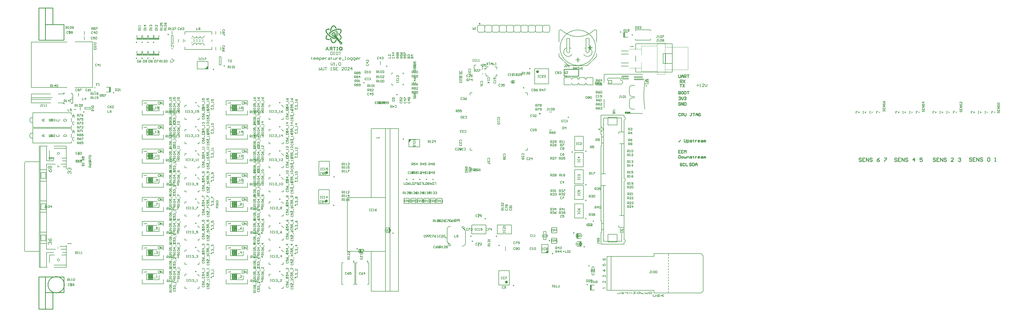
<source format=gto>
G04*
G04 #@! TF.GenerationSoftware,Altium Limited,Altium Designer,24.7.2 (38)*
G04*
G04 Layer_Color=65535*
%FSLAX25Y25*%
%MOIN*%
G70*
G04*
G04 #@! TF.SameCoordinates,7466D0F8-E9CD-42B0-AAD5-FE8217CC6D43*
G04*
G04*
G04 #@! TF.FilePolarity,Positive*
G04*
G01*
G75*
%ADD10C,0.00984*%
%ADD11C,0.00118*%
%ADD12C,0.00394*%
%ADD13C,0.00787*%
%ADD14C,0.01181*%
%ADD15C,0.01968*%
%ADD16C,0.01000*%
%ADD17C,0.00500*%
%ADD18C,0.00800*%
%ADD19C,0.00600*%
%ADD20C,0.00591*%
%ADD21C,0.00700*%
%ADD22R,0.00040X0.00995*%
G36*
X407120Y378289D02*
Y377895D01*
X407514Y377501D01*
Y377108D01*
X407638Y377028D01*
X407346Y376736D01*
X406492D01*
Y377069D01*
X405884Y377677D01*
Y378221D01*
X404661Y379444D01*
Y379574D01*
X404502D01*
X404086Y379991D01*
X403043D01*
X402624Y379572D01*
X402441D01*
X401639Y378770D01*
Y378450D01*
X400960Y377771D01*
Y377015D01*
X400375Y376430D01*
Y375622D01*
X400135Y375382D01*
Y374346D01*
X399751Y373962D01*
Y373711D01*
X399585D01*
X399050Y373176D01*
X398571D01*
Y373797D01*
X398903Y374130D01*
Y375592D01*
X399403Y376092D01*
Y376871D01*
X399640Y377108D01*
Y377780D01*
X400242Y378382D01*
Y378897D01*
X401212Y379866D01*
Y379982D01*
X401661Y380418D01*
X401769D01*
X402396Y381045D01*
X404758D01*
X407120Y378289D01*
D02*
G37*
G36*
X398395Y376477D02*
X398088Y375363D01*
X396537Y375468D01*
X395110Y375261D01*
X394365Y374909D01*
X393837Y374221D01*
X393747Y373533D01*
X393790Y372469D01*
X394761Y371066D01*
X396090Y369469D01*
X399696Y366414D01*
X403490Y364269D01*
X405373Y363431D01*
X406055Y362691D01*
X405792Y362047D01*
X401543Y363920D01*
X397690Y366369D01*
X395396Y368490D01*
X393722Y370523D01*
X392721Y372655D01*
X392690Y373969D01*
X393143Y375339D01*
X394082Y376098D01*
X395598Y376558D01*
X396862Y376619D01*
X398395Y376477D01*
D02*
G37*
G36*
X402396Y375139D02*
X402002Y374745D01*
X401215D01*
Y375533D01*
X401608D01*
X402396Y375139D01*
D02*
G37*
G36*
X406726Y371989D02*
X404364Y373170D01*
X405939Y373564D01*
X406333D01*
X406726Y371989D01*
D02*
G37*
G36*
X411847Y376498D02*
X413087Y376079D01*
X414115Y375156D01*
X414542Y373277D01*
X414165Y371950D01*
X412732Y369617D01*
X411981Y370485D01*
X413001Y372182D01*
X413378Y373633D01*
X412933Y374770D01*
X412127Y375226D01*
X410566Y375474D01*
X409344Y375387D01*
X404474Y374000D01*
X400390Y371869D01*
X397365Y369573D01*
X396462Y370314D01*
X398790Y372069D01*
X401290Y373669D01*
X404490Y375369D01*
X408295Y376408D01*
X410373Y376613D01*
X411847Y376498D01*
D02*
G37*
G36*
X399349Y367753D02*
X398261Y368688D01*
X398398Y369494D01*
X399399Y370269D01*
X399417Y370283D01*
X399349Y367753D01*
D02*
G37*
G36*
X410590Y367536D02*
X410666Y367464D01*
X409714Y366807D01*
X409841Y368242D01*
X410590Y367536D01*
D02*
G37*
G36*
X408623Y372757D02*
X408890Y369469D01*
X408738Y366013D01*
X407698Y367359D01*
X407736Y368477D01*
X407613Y370902D01*
X407204Y374199D01*
X408301Y374352D01*
X408346Y374429D01*
X408623Y372757D01*
D02*
G37*
G36*
X402201Y362574D02*
X401262Y362025D01*
X400991Y363151D01*
X402201Y362574D01*
D02*
G37*
G36*
X411767Y369272D02*
X413809Y366586D01*
X414510Y364572D01*
X414395Y363230D01*
X413860Y362306D01*
X412671Y361524D01*
X412305Y361399D01*
X411526Y362407D01*
X412537Y362734D01*
X413269Y363515D01*
X413343Y364590D01*
X412958Y365701D01*
X412070Y367148D01*
X410962Y368415D01*
X409776Y369636D01*
X409795Y371080D01*
X411767Y369272D01*
D02*
G37*
G36*
X395237Y367381D02*
X394455Y366232D01*
X393790Y364588D01*
X393773Y363802D01*
X394216Y363002D01*
X395076Y362537D01*
X396588Y362325D01*
X398090Y362427D01*
X398402Y361319D01*
X396267Y361175D01*
X394485Y361508D01*
X393290Y362169D01*
X392692Y363376D01*
X392602Y364373D01*
X392986Y365907D01*
X394408Y368181D01*
X395237Y367381D01*
D02*
G37*
G36*
X399860Y363846D02*
X400350Y361974D01*
X401169Y359927D01*
X401888Y358800D01*
X402875Y357953D01*
X403788Y357801D01*
X404694Y358245D01*
X405551Y359218D01*
X406468Y361064D01*
X406768Y361917D01*
X407658Y360949D01*
X406533Y358625D01*
X405625Y357512D01*
X403897Y356618D01*
X403232D01*
X402190Y357069D01*
X400872Y358211D01*
X399860Y359967D01*
X398937Y362744D01*
X398686Y364611D01*
X399860Y363846D01*
D02*
G37*
G36*
X414277Y357295D02*
X414485Y357088D01*
X414597Y356816D01*
Y356669D01*
Y356663D01*
Y356516D01*
X414485Y356245D01*
X414277Y356037D01*
X414006Y355925D01*
X413708D01*
X413437Y356037D01*
X413229Y356245D01*
X413117Y356517D01*
Y356663D01*
Y356671D01*
Y356817D01*
X413229Y357088D01*
X413436Y357296D01*
X413707Y357408D01*
X414005D01*
X414277Y357295D01*
D02*
G37*
G36*
X404690Y371569D02*
X405846Y370707D01*
X406490Y369369D01*
X406480Y368431D01*
X406925Y367352D01*
X413327Y359079D01*
X414054Y358536D01*
X414890Y358069D01*
X415224Y357865D01*
X415690Y356269D01*
X415190Y355669D01*
X414986Y355311D01*
X413829Y354893D01*
X413445Y355569D01*
X414608Y355772D01*
X415015Y356880D01*
X414258Y357786D01*
X413095Y357585D01*
X412689Y356476D01*
X413445Y355569D01*
X413829Y354893D01*
X412990Y354969D01*
X412433Y355549D01*
X412021Y356570D01*
X411775Y357319D01*
X411451Y357816D01*
X403489Y365970D01*
X402590Y366169D01*
X401393Y367013D01*
X400790Y368369D01*
X400890Y369869D01*
X401390Y370769D01*
X401772Y371087D01*
X403617Y371753D01*
X404690Y371569D01*
D02*
G37*
G36*
X400927Y351552D02*
X401719Y350995D01*
X402014Y350423D01*
X402094Y349969D01*
X402014Y349320D01*
X401790Y348873D01*
X401387Y348470D01*
X402342Y346777D01*
Y346692D01*
X401023D01*
X400221Y348069D01*
X399358Y348181D01*
Y346692D01*
X398225D01*
Y351588D01*
X399394D01*
X399358Y349168D01*
X400363Y349168D01*
X400880Y349479D01*
X400977Y349988D01*
X400834Y350365D01*
X400365Y350593D01*
X399394D01*
Y351588D01*
X400927Y351552D01*
D02*
G37*
G36*
X414482Y351456D02*
X414993Y351172D01*
X415383Y350782D01*
X415774Y350068D01*
X415903Y349133D01*
Y348809D01*
X415820Y348355D01*
X415527Y347681D01*
X416034Y346692D01*
X414848D01*
X414706Y346844D01*
X413582Y346569D01*
X412319Y346826D01*
X411790Y347069D01*
X411425Y347495D01*
X411034Y348207D01*
X410892Y349133D01*
X410911Y349610D01*
X411090Y350169D01*
X411390Y350669D01*
X411998Y351283D01*
X412690Y351569D01*
X413406Y351675D01*
X414482Y351456D01*
D02*
G37*
G36*
X409851Y350622D02*
X409259D01*
Y347666D01*
X409901D01*
Y346692D01*
X407497D01*
Y347666D01*
X408140D01*
Y350622D01*
X407548D01*
Y351588D01*
X409851D01*
Y350622D01*
D02*
G37*
G36*
X406665Y350593D02*
X405430D01*
Y346692D01*
X404311D01*
Y350593D01*
X403069D01*
Y351588D01*
X406665D01*
Y350593D01*
D02*
G37*
G36*
X397114Y346692D02*
X395982D01*
X395646Y347408D01*
X393630D01*
X393293Y346692D01*
X392161D01*
X394407Y351654D01*
X394861D01*
X397114Y346692D01*
D02*
G37*
%LPC*%
G36*
X404223Y370631D02*
X402406Y370321D01*
X401766Y368592D01*
X402943Y367174D01*
X404761Y367483D01*
X405401Y369213D01*
X404223Y370631D01*
D02*
G37*
%LPD*%
G36*
X404190Y369269D02*
X404303Y368898D01*
X404090Y368369D01*
X403566Y368154D01*
X402990Y368369D01*
X402823Y368892D01*
X403090Y369369D01*
X403560Y369637D01*
X404190Y369269D01*
D02*
G37*
%LPC*%
G36*
X413406Y350579D02*
X412890Y350458D01*
X412490Y350269D01*
X412139Y349665D01*
X412081Y348849D01*
X412139Y348598D01*
X412491Y348030D01*
X412890Y347769D01*
X413406Y347677D01*
X414090Y347869D01*
X414582Y348377D01*
X414750Y349133D01*
X414673Y349665D01*
X414321Y350228D01*
X413879Y350458D01*
X413406Y350579D01*
D02*
G37*
G36*
X394629Y349883D02*
X393972Y348353D01*
X395304D01*
X394629Y349883D01*
D02*
G37*
%LPD*%
D10*
X632874Y76180D02*
G03*
X632874Y76180I-492J0D01*
G01*
X99744Y288032D02*
G03*
X99744Y288032I-492J0D01*
G01*
X58563Y261221D02*
G03*
X58563Y261221I-492J0D01*
G01*
X46555Y264764D02*
G03*
X46555Y264764I-492J0D01*
G01*
X445965Y301870D02*
G03*
X445965Y301870I-492J0D01*
G01*
X477559Y324705D02*
G03*
X477559Y324705I-492J0D01*
G01*
X237894Y320277D02*
G03*
X237894Y320277I-492J0D01*
G01*
X155059Y357836D02*
G03*
X155059Y357836I-492J0D01*
G01*
X147185D02*
G03*
X147185Y357836I-492J0D01*
G01*
X139311D02*
G03*
X139311Y357836I-492J0D01*
G01*
X131437D02*
G03*
X131437Y357836I-492J0D01*
G01*
Y335789D02*
G03*
X131437Y335789I-492J0D01*
G01*
X175295Y368702D02*
G03*
X175295Y368702I-492J0D01*
G01*
X252854Y325198D02*
G03*
X252854Y325198I-492J0D01*
G01*
X817028Y368110D02*
G03*
X817028Y368110I-492J0D01*
G01*
X800846Y372205D02*
G03*
X800846Y372205I-492J0D01*
G01*
X836417Y297343D02*
G03*
X836417Y297343I-492J0D01*
G01*
X728642Y253937D02*
G03*
X728642Y253937I-492J0D01*
G01*
X613484Y321063D02*
G03*
X613484Y321063I-492J0D01*
G01*
X736279Y93465D02*
G03*
X736279Y93465I-492J0D01*
G01*
X505217Y167717D02*
G03*
X505217Y167717I-492J0D01*
G01*
X532382D02*
G03*
X532382Y167717I-492J0D01*
G01*
X541437D02*
G03*
X541437Y167717I-492J0D01*
G01*
X523327D02*
G03*
X523327Y167717I-492J0D01*
G01*
X514272D02*
G03*
X514272Y167717I-492J0D01*
G01*
X593976Y88976D02*
G03*
X593976Y88976I-492J0D01*
G01*
X613779Y113287D02*
G03*
X613779Y113287I-492J0D01*
G01*
X629409Y88976D02*
G03*
X629409Y88976I-492J0D01*
G01*
X595866Y81988D02*
G03*
X595866Y81988I-492J0D01*
G01*
X139311Y335789D02*
G03*
X139311Y335789I-492J0D01*
G01*
X147185D02*
G03*
X147185Y335789I-492J0D01*
G01*
X155059D02*
G03*
X155059Y335789I-492J0D01*
G01*
X486358Y93150D02*
G03*
X486358Y93150I-492J0D01*
G01*
X431791Y54232D02*
G03*
X431791Y54232I-492J0D01*
G01*
X451083D02*
G03*
X451083Y54232I-492J0D01*
G01*
X436614Y71358D02*
G03*
X436614Y71358I-492J0D01*
G01*
X500492Y223819D02*
G03*
X500492Y223819I-492J0D01*
G01*
X675492Y321457D02*
G03*
X675492Y321457I-492J0D01*
G01*
X754783Y21811D02*
G03*
X754783Y21811I-492J0D01*
G01*
X213484Y173819D02*
G03*
X213484Y173819I-492J0D01*
G01*
X404626Y171260D02*
G03*
X404626Y171260I-492J0D01*
G01*
X404232Y131890D02*
G03*
X404232Y131890I-492J0D01*
G01*
X350984Y31398D02*
G03*
X350984Y31398I-492J0D01*
G01*
X329626Y39961D02*
G03*
X329626Y39961I-492J0D01*
G01*
X234842Y265650D02*
G03*
X234842Y265650I-492J0D01*
G01*
X491535Y285278D02*
G03*
X491535Y285278I-492J0D01*
G01*
X56988Y198031D02*
G03*
X56988Y198031I-492J0D01*
G01*
X763287Y109843D02*
G03*
X763287Y109843I-492J0D01*
G01*
X722146Y67716D02*
G03*
X722146Y67716I-492J0D01*
G01*
X750531Y74252D02*
G03*
X750531Y74252I-492J0D01*
G01*
X666831Y294783D02*
G03*
X666831Y294783I-492J0D01*
G01*
X329626Y240748D02*
G03*
X329626Y240748I-492J0D01*
G01*
Y207283D02*
G03*
X329626Y207283I-492J0D01*
G01*
Y173819D02*
G03*
X329626Y173819I-492J0D01*
G01*
X350984Y198721D02*
G03*
X350984Y198721I-492J0D01*
G01*
Y165256D02*
G03*
X350984Y165256I-492J0D01*
G01*
Y232185D02*
G03*
X350984Y232185I-492J0D01*
G01*
X329626Y274213D02*
G03*
X329626Y274213I-492J0D01*
G01*
X213484Y240748D02*
G03*
X213484Y240748I-492J0D01*
G01*
Y207283D02*
G03*
X213484Y207283I-492J0D01*
G01*
X234842Y165256D02*
G03*
X234842Y165256I-492J0D01*
G01*
Y198721D02*
G03*
X234842Y198721I-492J0D01*
G01*
Y232185D02*
G03*
X234842Y232185I-492J0D01*
G01*
X213484Y274213D02*
G03*
X213484Y274213I-492J0D01*
G01*
X350984Y265650D02*
G03*
X350984Y265650I-492J0D01*
G01*
X702461Y82874D02*
G03*
X702461Y82874I-492J0D01*
G01*
X706791Y64961D02*
G03*
X706791Y64961I-492J0D01*
G01*
X485558Y297587D02*
G03*
X485558Y297587I-200J0D01*
G01*
X752854Y160413D02*
G03*
X752854Y160413I-492J0D01*
G01*
X652854Y20571D02*
G03*
X652854Y20571I-492J0D01*
G01*
X757185Y47835D02*
G03*
X757185Y47835I-492J0D01*
G01*
X559350Y87008D02*
G03*
X559350Y87008I-492J0D01*
G01*
X329626Y140354D02*
G03*
X329626Y140354I-492J0D01*
G01*
X213484D02*
G03*
X213484Y140354I-492J0D01*
G01*
X329626Y106890D02*
G03*
X329626Y106890I-492J0D01*
G01*
X213484D02*
G03*
X213484Y106890I-492J0D01*
G01*
X329626Y73425D02*
G03*
X329626Y73425I-492J0D01*
G01*
X213484D02*
G03*
X213484Y73425I-492J0D01*
G01*
X213484Y39961D02*
G03*
X213484Y39961I-492J0D01*
G01*
X234842Y31398D02*
G03*
X234842Y31398I-492J0D01*
G01*
X752854Y113169D02*
G03*
X752854Y113169I-492J0D01*
G01*
Y138760D02*
G03*
X752854Y138760I-492J0D01*
G01*
X733957Y205728D02*
G03*
X733957Y205728I-492J0D01*
G01*
X752854Y206870D02*
G03*
X752854Y206870I-492J0D01*
G01*
X234842Y98327D02*
G03*
X234842Y98327I-492J0D01*
G01*
Y64862D02*
G03*
X234842Y64862I-492J0D01*
G01*
Y131791D02*
G03*
X234842Y131791I-492J0D01*
G01*
X350984Y98327D02*
G03*
X350984Y98327I-492J0D01*
G01*
Y131791D02*
G03*
X350984Y131791I-492J0D01*
G01*
Y64862D02*
G03*
X350984Y64862I-492J0D01*
G01*
D11*
X413860Y355925D02*
G03*
X414597Y356669I-7J744D01*
G01*
X414597D02*
G03*
X413854Y357408I-746J-7D01*
G01*
D02*
G03*
X413117Y356663I9J-746D01*
G01*
D02*
G03*
X413860Y355925I745J7D01*
G01*
X401383Y348470D02*
G03*
X402010Y349320I-923J1337D01*
G01*
D02*
G03*
X402017Y350423I-1752J562D01*
G01*
D02*
G03*
X401715Y350995I-1588J-472D01*
G01*
Y350995D02*
G03*
X401035Y351473I-1210J-998D01*
G01*
D02*
G03*
X400597Y351575I-643J-1770D01*
G01*
X400597Y351575D02*
G03*
X400358Y351588I-244J-2171D01*
G01*
X400589Y350551D02*
G03*
X400361Y350593I-228J-586D01*
G01*
X400830Y350365D02*
G03*
X400589Y350551I-449J-334D01*
G01*
X400884Y350280D02*
G03*
X400830Y350365I-582J-312D01*
G01*
X400926Y350187D02*
G03*
X400884Y350280I-692J-256D01*
G01*
X400973Y349988D02*
G03*
X400926Y350187I-836J-91D01*
G01*
X400979Y349886D02*
G03*
X400973Y349988I-886J4D01*
G01*
X400920Y349574D02*
G03*
X400979Y349886I-819J314D01*
G01*
X400876Y349479D02*
G03*
X400920Y349574I-667J370D01*
G01*
X400820Y349394D02*
G03*
X400876Y349479I-543J418D01*
G01*
X400751Y349318D02*
G03*
X400820Y349394I-419J451D01*
G01*
X400359Y349168D02*
G03*
X400751Y349318I10J562D01*
G01*
X415527Y347681D02*
G03*
X415821Y348352I-2040J1292D01*
G01*
Y348352D02*
G03*
X415903Y348809I-2726J730D01*
G01*
D02*
G03*
X415919Y349133I-3256J321D01*
G01*
X415919Y349133D02*
G03*
X415774Y350068I-2898J29D01*
G01*
X415774D02*
G03*
X415383Y350782I-2180J-729D01*
G01*
X415383D02*
G03*
X414482Y351456I-1814J-1486D01*
G01*
X414482Y351456D02*
G03*
X413406Y351675I-1072J-2517D01*
G01*
Y351675D02*
G03*
X411998Y351283I-13J-2678D01*
G01*
D02*
G03*
X410930Y349629I1223J-1961D01*
G01*
X410930D02*
G03*
X410892Y349133I3129J-487D01*
G01*
D02*
G03*
X411037Y348205I2878J-29D01*
G01*
X411037Y348205D02*
G03*
X411425Y347495I2166J725D01*
G01*
Y347495D02*
G03*
X412319Y346826I1802J1476D01*
G01*
Y346826D02*
G03*
X413389Y346608I1065J2498D01*
G01*
Y346608D02*
G03*
X414525Y346857I8J2683D01*
G01*
D02*
G03*
X414639Y346914I-1056J2251D01*
G01*
X412491Y348030D02*
G03*
X413406Y347677I907J988D01*
G01*
X412139Y348598D02*
G03*
X412491Y348030I1251J382D01*
G01*
X412081Y348849D02*
G03*
X412139Y348598I1599J233D01*
G01*
X412061Y349133D02*
G03*
X412081Y348849I1941J-5D01*
G01*
X412139Y349665D02*
G03*
X412061Y349133I1665J-515D01*
G01*
X412229Y349883D02*
G03*
X412139Y349665I1237J-640D01*
G01*
X413406Y350579D02*
G03*
X412229Y349883I-21J-1307D01*
G01*
X414321Y350228D02*
G03*
X413406Y350579I-906J-996D01*
G01*
X414673Y349665D02*
G03*
X414321Y350228I-1239J-382D01*
G01*
X414730Y349415D02*
G03*
X414673Y349665I-1577J-231D01*
G01*
X414750Y349133D02*
G03*
X414730Y349415I-1912J5D01*
G01*
X414673Y348598D02*
G03*
X414750Y349133I-1691J519D01*
G01*
X414582Y348377D02*
G03*
X414673Y348598I-1255J643D01*
G01*
X413406Y347677D02*
G03*
X414582Y348377I19J1306D01*
G01*
D12*
X402327Y372973D02*
G03*
X397365Y369573I12094J-22973D01*
G01*
X402938Y373287D02*
G03*
X402327Y372973I12436J-24947D01*
G01*
X404474Y374000D02*
G03*
X402938Y373287I11571J-26919D01*
G01*
X405212Y374302D02*
G03*
X404474Y374000I8773J-22489D01*
G01*
X405932Y374569D02*
G03*
X405212Y374302I7081J-20266D01*
G01*
X406637Y374800D02*
G03*
X405932Y374569I5662J-18453D01*
G01*
X408010Y375160D02*
G03*
X406637Y374800I3588J-16479D01*
G01*
X409344Y375387D02*
G03*
X408010Y375160I1815J-14711D01*
G01*
X410002Y375452D02*
G03*
X409344Y375387I1055J-14011D01*
G01*
X410178Y375463D02*
G03*
X410002Y375452I477J-8753D01*
G01*
X410348Y375470D02*
G03*
X410178Y375463I246J-7636D01*
G01*
X410566Y375474D02*
G03*
X410348Y375470I2J-6811D01*
G01*
X411194Y375439D02*
G03*
X410566Y375474I-614J-5434D01*
G01*
X411583Y375378D02*
G03*
X411194Y375439I-903J-4429D01*
G01*
X412127Y375226D02*
G03*
X411583Y375378I-1332J-3724D01*
G01*
X412466Y375085D02*
G03*
X412127Y375226I-1586J-3334D01*
G01*
X412795Y374887D02*
G03*
X412466Y375085I-1140J-1524D01*
G01*
X412933Y374770D02*
G03*
X412795Y374887I-1082J-1135D01*
G01*
X413370Y373829D02*
G03*
X412933Y374770I-1429J-92D01*
G01*
X413378Y373633D02*
G03*
X413370Y373829I-2015J19D01*
G01*
X413259Y372836D02*
G03*
X413378Y373633I-2841J829D01*
G01*
X413148Y372511D02*
G03*
X413259Y372836I-3284J1303D01*
G01*
X413001Y372182D02*
G03*
X413148Y372511I-3711J1862D01*
G01*
X412913Y372014D02*
G03*
X413001Y372182I-4186J2306D01*
G01*
X412781Y371781D02*
G03*
X412913Y372014I-10807J6262D01*
G01*
X412732Y369617D02*
G03*
X413123Y370130I-12882J10218D01*
G01*
X413123Y370130D02*
G03*
X413317Y370404I-9702J7075D01*
G01*
Y370404D02*
G03*
X413506Y370689I-8465J5818D01*
G01*
D02*
G03*
X413688Y370986I-7588J4851D01*
G01*
D02*
G03*
X413860Y371295I-6933J4064D01*
G01*
D02*
G03*
X414165Y371950I-6147J3257D01*
G01*
D02*
G03*
X414400Y372657I-5574J2246D01*
G01*
X414510Y374081D02*
G03*
X414513Y374071I488J140D01*
G01*
X414507Y374091D02*
G03*
X414510Y374081I430J113D01*
G01*
X414505Y374101D02*
G03*
X414507Y374091I387J91D01*
G01*
X414501Y374121D02*
G03*
X414505Y374101I340J59D01*
G01*
X414501Y374121D02*
G03*
X414356Y374673I-2946J-480D01*
G01*
D02*
G03*
X414115Y375156I-2362J-873D01*
G01*
X414115D02*
G03*
X413572Y375757I-2122J-1370D01*
G01*
D02*
G03*
X413342Y375926I-1869J-2313D01*
G01*
D02*
G03*
X413087Y376079I-1864J-2824D01*
G01*
X413087Y376079D02*
G03*
X412806Y376216I-1870J-3460D01*
G01*
D02*
G03*
X412233Y376414I-1524J-3477D01*
G01*
X412233Y376414D02*
G03*
X412040Y376461I-1166J-4452D01*
G01*
Y376461D02*
G03*
X411847Y376498I-1087J-5029D01*
G01*
Y376498D02*
G03*
X411656Y376529I-1013J-5733D01*
G01*
X411656D02*
G03*
X411467Y376553I-945J-6630D01*
G01*
X411467D02*
G03*
X411281Y376572I-891J-7843D01*
G01*
Y376572D02*
G03*
X411100Y376587I-865J-9645D01*
G01*
X410923Y376598D02*
G03*
X410373Y376613I-545J-9521D01*
G01*
D02*
G03*
X408906Y376509I18J-10595D01*
G01*
X408906D02*
G03*
X408295Y376408I1705J-12193D01*
G01*
X408295Y376408D02*
G03*
X407666Y376272I2606J-13607D01*
G01*
X407666Y376272D02*
G03*
X407344Y376191I3573J-14903D01*
G01*
Y376191D02*
G03*
X399829Y372853I6714J-25242D01*
G01*
X399829Y372853D02*
G03*
X396844Y370656I16325J-25307D01*
G01*
X399418Y373459D02*
G03*
X399347Y373418I2166J-3854D01*
G01*
X399489Y373498D02*
G03*
X399418Y373459I1865J-3485D01*
G01*
X399489Y373498D02*
G03*
X399639Y373597I-432J814D01*
G01*
X399640D02*
G03*
X399751Y373711I-461J563D01*
G01*
Y373711D02*
G03*
X399831Y373839I-580J452D01*
G01*
X399831Y373839D02*
G03*
X399862Y373908I-787J388D01*
G01*
D02*
G03*
X399887Y373981I-993J388D01*
G01*
X399887D02*
G03*
X399908Y374057I-1311J405D01*
G01*
D02*
G03*
X399926Y374137I-1825J450D01*
G01*
X400135Y375063D02*
G03*
X399926Y374137I19068J-4791D01*
G01*
X400251Y375498D02*
G03*
X400135Y375063I15933J-4479D01*
G01*
X400375Y375916D02*
G03*
X400251Y375498I14254J-4460D01*
G01*
X400649Y376704D02*
G03*
X400375Y375916I12207J-4685D01*
G01*
X400960Y377436D02*
G03*
X400649Y376704I10354J-4828D01*
G01*
X401311Y378123D02*
G03*
X400960Y377436I9223J-5154D01*
G01*
X401529Y378487D02*
G03*
X401311Y378123I6263J-3981D01*
G01*
X401639Y378654D02*
G03*
X401528Y378487I5051J-3454D01*
G01*
X401750Y378811D02*
G03*
X401639Y378654I4384J-3232D01*
G01*
X401863Y378959D02*
G03*
X401750Y378811I3832J-3056D01*
G01*
X402097Y379228D02*
G03*
X401863Y378959I3123J-2941D01*
G01*
X402468Y379572D02*
G03*
X402097Y379228I2328J-2884D01*
G01*
X402903Y379851D02*
G03*
X402468Y379572I974J-1998D01*
G01*
X403122Y379938D02*
G03*
X402903Y379851I519J-1625D01*
G01*
X403343Y379991D02*
G03*
X403122Y379938I238J-1489D01*
G01*
X404224Y379852D02*
G03*
X403343Y379991I-660J-1324D01*
G01*
X404443Y379730D02*
G03*
X404224Y379852I-1093J-1709D01*
G01*
X404661Y379574D02*
G03*
X404443Y379730I-1549J-1925D01*
G01*
X405381Y378820D02*
G03*
X404661Y379574I-3250J-2386D01*
G01*
X405588Y378517D02*
G03*
X405381Y378820I-4027J-2520D01*
G01*
X405779Y378185D02*
G03*
X405588Y378517I-4796J-2549D01*
G01*
X406714Y378872D02*
G03*
X406231Y379610I-6486J-3724D01*
G01*
X406231D02*
G03*
X405978Y379923I-4446J-3326D01*
G01*
Y379923D02*
G03*
X405717Y380200I-3535J-3067D01*
G01*
D02*
G03*
X405446Y380443I-2842J-2905D01*
G01*
D02*
G03*
X404868Y380828I-2245J-2740D01*
G01*
D02*
G03*
X403893Y381172I-1656J-3141D01*
G01*
X403228Y381171D02*
G03*
X401661Y380418I665J-3388D01*
G01*
D02*
G03*
X401212Y379982I2752J-3283D01*
G01*
X401212Y379982D02*
G03*
X401000Y379728I3769J-3364D01*
G01*
Y379728D02*
G03*
X400796Y379450I4515J-3528D01*
G01*
D02*
G03*
X400242Y378562I9202J-6353D01*
G01*
Y378562D02*
G03*
X400038Y378178I8838J-4943D01*
G01*
D02*
G03*
X399403Y376668I11151J-5579D01*
G01*
X399403D02*
G03*
X399138Y375826I14556J-5052D01*
G01*
X399138Y375826D02*
G03*
X399017Y375380I17153J-4884D01*
G01*
X399017Y375380D02*
G03*
X398903Y374915I19286J-4955D01*
G01*
X398903D02*
G03*
X398797Y374429I21847J-5056D01*
G01*
X398797D02*
G03*
X398696Y373923I24917J-5188D01*
G01*
X396836Y362329D02*
G03*
X397010Y362336I-296J9465D01*
G01*
X396670Y362326D02*
G03*
X396836Y362329I-88J8158D01*
G01*
X396094Y362344D02*
G03*
X396588Y362325I484J6235D01*
G01*
X395785Y362378D02*
G03*
X396094Y362344I717J5162D01*
G01*
X395491Y362428D02*
G03*
X395785Y362378I927J4505D01*
G01*
X395076Y362537D02*
G03*
X395491Y362428I1233J3875D01*
G01*
X394888Y362602D02*
G03*
X395076Y362537I1376J3631D01*
G01*
X394408Y362849D02*
G03*
X394888Y362602I1259J1862D01*
G01*
X394216Y363002D02*
G03*
X394408Y362849I1159J1258D01*
G01*
X394056Y363174D02*
G03*
X394216Y363002I1181J934D01*
G01*
X393773Y363802D02*
G03*
X394056Y363174I1405J255D01*
G01*
X393745Y364047D02*
G03*
X393773Y363802I1728J74D01*
G01*
X393750Y364309D02*
G03*
X393745Y364047I2054J-175D01*
G01*
X393790Y364588D02*
G03*
X393750Y364309I2479J-493D01*
G01*
X394009Y365335D02*
G03*
X393790Y364588I4061J-1598D01*
G01*
X394215Y365796D02*
G03*
X394009Y365335I4824J-2433D01*
G01*
X394332Y366017D02*
G03*
X394215Y365796I5702J-3146D01*
G01*
X394455Y366232D02*
G03*
X394332Y366017I6532J-3887D01*
G01*
X394583Y366442D02*
G03*
X394455Y366232I7749J-4897D01*
G01*
X394716Y366646D02*
G03*
X394583Y366442I9679J-6405D01*
G01*
X394408Y368181D02*
G03*
X394036Y367703I11730J-9516D01*
G01*
X394036Y367703D02*
G03*
X393846Y367440I9224J-6872D01*
G01*
Y367440D02*
G03*
X393658Y367163I8226J-5775D01*
G01*
D02*
G03*
X393475Y366870I7488J-4893D01*
G01*
X393475Y366870D02*
G03*
X393300Y366563I6906J-4142D01*
G01*
X393300Y366563D02*
G03*
X392986Y365907I6139J-3334D01*
G01*
X392986Y365907D02*
G03*
X392742Y365194I5493J-2279D01*
G01*
D02*
G03*
X392602Y364373I4013J-1108D01*
G01*
D02*
G03*
X392608Y363859I3334J-222D01*
G01*
X392608D02*
G03*
X392692Y363376I2874J253D01*
G01*
Y363376D02*
G03*
X392965Y362722I2486J654D01*
G01*
D02*
G03*
X393590Y362009I2249J1344D01*
G01*
Y362009D02*
G03*
X394006Y361731I1919J2415D01*
G01*
Y361731D02*
G03*
X394485Y361508I1767J3166D01*
G01*
X394485D02*
G03*
X395024Y361342I1544J4062D01*
G01*
D02*
G03*
X395782Y361211I1418J5943D01*
G01*
X395782D02*
G03*
X396267Y361175I773J7065D01*
G01*
D02*
G03*
X396605Y361168I335J8157D01*
G01*
D02*
G03*
X397068Y361180I-18J9722D01*
G01*
D02*
G03*
X397362Y361198I-554J11255D01*
G01*
X396588Y362325D02*
G03*
X396836Y362329I-2J7968D01*
G01*
X396836D02*
G03*
X397010Y362336I-296J9465D01*
G01*
X396670Y362326D02*
G03*
X396836Y362329I-88J8158D01*
G01*
X395076Y362537D02*
G03*
X395636Y362401I1257J3965D01*
G01*
X395636Y362401D02*
G03*
X395938Y362359I826J4813D01*
G01*
D02*
G03*
X396255Y362333I600J5555D01*
G01*
X396255Y362333D02*
G03*
X396588Y362325I329J6494D01*
G01*
X396094Y362344D02*
G03*
X396588Y362325I484J6235D01*
G01*
X395785Y362378D02*
G03*
X396094Y362344I717J5162D01*
G01*
X395491Y362428D02*
G03*
X395785Y362378I927J4505D01*
G01*
X395076Y362537D02*
G03*
X395491Y362428I1233J3875D01*
G01*
X396102Y361183D02*
G03*
X396605Y361168I495J7909D01*
G01*
X395626Y361230D02*
G03*
X396102Y361183I901J6722D01*
G01*
X395024Y361342D02*
G03*
X395626Y361230I1402J5862D01*
G01*
X395024Y361342D02*
G03*
X395782Y361211I1418J5943D01*
G01*
X395782D02*
G03*
X396267Y361175I773J7065D01*
G01*
D02*
G03*
X396605Y361168I335J8157D01*
G01*
X397263Y361191D02*
G03*
X397567Y361215I-830J12382D01*
G01*
X396973Y361175D02*
G03*
X397263Y361191I-432J10786D01*
G01*
X396605Y361168D02*
G03*
X396973Y361175I-16J9577D01*
G01*
X396605Y361168D02*
G03*
X396973Y361175I-4J9222D01*
G01*
D02*
G03*
X397263Y361191I-430J10689D01*
G01*
X406470Y373220D02*
G03*
X406410Y373335I-267J-68D01*
G01*
X406410D02*
G03*
X406352Y373400I-631J-501D01*
G01*
Y373400D02*
G03*
X406282Y373466I-867J-853D01*
G01*
D02*
G03*
X406202Y373531I-987J-1137D01*
G01*
D02*
G03*
X406033Y373642I-877J-1153D01*
G01*
D02*
G03*
X405951Y373682I-458J-823D01*
G01*
Y373682D02*
G03*
X405876Y373709I-220J-500D01*
G01*
Y373709D02*
G03*
X405812Y373719I-69J-243D01*
G01*
D02*
G03*
X405791Y373717I-0J-116D01*
G01*
D02*
G03*
X405782Y373715I18J-100D01*
G01*
D02*
G03*
X405780Y373714I25J-91D01*
G01*
X398514Y369589D02*
G03*
X398398Y369494I511J-738D01*
G01*
D02*
G03*
X398352Y369444I455J-462D01*
G01*
D02*
G03*
X398314Y369392I423J-348D01*
G01*
Y369392D02*
G03*
X398262Y369282I396J-256D01*
G01*
X398262Y369282D02*
G03*
X398240Y369161I463J-148D01*
G01*
X398240D02*
G03*
X398240Y369095I586J-33D01*
G01*
X398240D02*
G03*
X398247Y369027I707J38D01*
G01*
X398251Y368994D02*
G03*
X398247Y369027I-547J-49D01*
G01*
X398252Y368976D02*
G03*
X398251Y368994I-708J-47D01*
G01*
X398253Y368959D02*
G03*
X398252Y368976I-848J-38D01*
G01*
X398254Y368853D02*
G03*
X398254Y368795I3414J-38D01*
G01*
Y368795D02*
G03*
X398254Y368766I1266J10D01*
G01*
Y368766D02*
G03*
X398256Y368739I811J25D01*
G01*
D02*
G03*
X398258Y368713I541J35D01*
G01*
X398258D02*
G03*
X398261Y368688I362J41D01*
G01*
X398261Y368688D02*
G03*
X398267Y368666I238J43D01*
G01*
X398267D02*
G03*
X398273Y368647I152J42D01*
G01*
D02*
G03*
X398282Y368630I95J40D01*
G01*
D02*
G03*
X398293Y368617I59J39D01*
G01*
X398293Y368617D02*
G03*
X398456Y368473I5344J5837D01*
G01*
X401060Y374611D02*
G03*
X401090Y374599I565J1359D01*
G01*
D02*
G03*
X401118Y374589I340J871D01*
G01*
X401118Y374589D02*
G03*
X401142Y374581I207J583D01*
G01*
X401142Y374581D02*
G03*
X401165Y374575I126J409D01*
G01*
X401165Y374575D02*
G03*
X401186Y374570I75J302D01*
G01*
Y374570D02*
G03*
X401206Y374568I42J239D01*
G01*
Y374568D02*
G03*
X401225Y374567I19J205D01*
G01*
Y374567D02*
G03*
X401267Y374571I-1J199D01*
G01*
Y374571D02*
G03*
X401282Y374575I-57J260D01*
G01*
D02*
G03*
X401298Y374580I-89J317D01*
G01*
D02*
G03*
X401314Y374586I-134J401D01*
G01*
D02*
G03*
X401331Y374593I-199J524D01*
G01*
X401331D02*
G03*
X401349Y374601I-296J707D01*
G01*
D02*
G03*
X401369Y374609I-444J990D01*
G01*
X409841Y368242D02*
G03*
X409797Y368042I1250J-383D01*
G01*
Y368042D02*
G03*
X409775Y367894I4496J-734D01*
G01*
D02*
G03*
X409755Y367724I6799J-887D01*
G01*
D02*
G03*
X409738Y367540I8296J-875D01*
G01*
D02*
G03*
X409715Y367158I8058J-676D01*
G01*
X409715Y367158D02*
G03*
X409711Y366975I5772J-207D01*
G01*
X409711D02*
G03*
X409714Y366807I3824J-18D01*
G01*
X409714Y366807D02*
G03*
X409725Y366663I2123J79D01*
G01*
X401036Y363159D02*
G03*
X401021Y363158I-0J-168D01*
G01*
D02*
G03*
X401014Y363158I13J-140D01*
G01*
X401014Y363158D02*
G03*
X401008Y363157I17J-120D01*
G01*
D02*
G03*
X401003Y363156I19J-101D01*
G01*
X401003D02*
G03*
X400998Y363154I20J-81D01*
G01*
X400998D02*
G03*
X400994Y363153I19J-61D01*
G01*
D02*
G03*
X400991Y363151I16J-43D01*
G01*
D02*
G03*
X400988Y363150I13J-26D01*
G01*
D02*
G03*
X400986Y363149I8J-13D01*
G01*
D02*
G03*
X400981Y363138I21J-18D01*
G01*
Y363138D02*
G03*
X400978Y363129I86J-28D01*
G01*
X400978D02*
G03*
X400976Y363119I139J-30D01*
G01*
X400976Y363119D02*
G03*
X400975Y363107I186J-26D01*
G01*
X400975D02*
G03*
X400977Y363055I213J-17D01*
G01*
X400977D02*
G03*
X400980Y363042I147J25D01*
G01*
X401092Y363149D02*
G03*
X401083Y363152I-29J-58D01*
G01*
Y363152D02*
G03*
X401079Y363154I-31J-89D01*
G01*
D02*
G03*
X401073Y363155I-31J-110D01*
G01*
Y363155D02*
G03*
X401067Y363156I-30J-131D01*
G01*
D02*
G03*
X401061Y363157I-28J-149D01*
G01*
Y363157D02*
G03*
X401049Y363159I-25J-169D01*
G01*
D02*
G03*
X401036Y363159I-13J-180D01*
G01*
X403566Y368154D02*
G03*
X404303Y368898I-7J744D01*
G01*
X404303Y368898D02*
G03*
X403560Y369637I-745J-7D01*
G01*
D02*
G03*
X402823Y368892I8J-745D01*
G01*
D02*
G03*
X403566Y368154I745J7D01*
G01*
X405846Y370707D02*
G03*
X403617Y371753I-2224J-1843D01*
G01*
X406480Y368431D02*
G03*
X405846Y370707I-2857J430D01*
G01*
X406480Y368431D02*
G03*
X406543Y368164I1709J259D01*
G01*
X406543Y368163D02*
G03*
X406602Y367997I2460J773D01*
G01*
X406602Y367997D02*
G03*
X406683Y367807I3120J1221D01*
G01*
X406683D02*
G03*
X406790Y367592I3922J1820D01*
G01*
Y367592D02*
G03*
X406925Y367352I4887J2606D01*
G01*
X406925D02*
G03*
X407093Y367086I6038J3615D01*
G01*
D02*
G03*
X407295Y366793I7398J4890D01*
G01*
Y366793D02*
G03*
X407536Y366471I8993J6478D01*
G01*
D02*
G03*
X407818Y366120I10850J8428D01*
G01*
X413227Y359185D02*
G03*
X413327Y359079I2212J1984D01*
G01*
X413327D02*
G03*
X413583Y358844I2478J2442D01*
G01*
X413583D02*
G03*
X413690Y358759I1876J2266D01*
G01*
X413690Y358759D02*
G03*
X413805Y358678I1518J2016D01*
G01*
Y358678D02*
G03*
X413927Y358602I1163J1738D01*
G01*
X413927D02*
G03*
X414054Y358536I836J1456D01*
G01*
Y358536D02*
G03*
X414184Y358484I557J1192D01*
G01*
X415224Y357865D02*
G03*
X414184Y358484I-1388J-1149D01*
G01*
X414986Y355311D02*
G03*
X415224Y357865I-1157J1395D01*
G01*
X413829Y354893D02*
G03*
X414986Y355311I2J1802D01*
G01*
X412433Y355549D02*
G03*
X413829Y354893I1394J1155D01*
G01*
X412021Y356570D02*
G03*
X412433Y355549I1797J131D01*
G01*
X412020Y356569D02*
G03*
X412020Y356582I-258J3D01*
G01*
X412017Y356659D02*
G03*
X412017Y356653I191J1D01*
G01*
X412017Y356659D02*
G03*
X411957Y356921I-1164J-129D01*
G01*
X411957D02*
G03*
X411905Y357055I-1826J-624D01*
G01*
X411905Y357055D02*
G03*
X411843Y357189I-2332J-996D01*
G01*
X411843D02*
G03*
X411775Y357319I-2850J-1418D01*
G01*
D02*
G03*
X411703Y357443I-3336J-1856D01*
G01*
D02*
G03*
X411631Y357557I-3734J-2263D01*
G01*
D02*
G03*
X411451Y357816I-4007J-2601D01*
G01*
X405538Y364227D02*
G03*
X404969Y364867I-9259J-7645D01*
G01*
X404969D02*
G03*
X404716Y365121I-6238J-5969D01*
G01*
Y365121D02*
G03*
X404483Y365335I-4763J-4951D01*
G01*
D02*
G03*
X404270Y365513I-3578J-4079D01*
G01*
Y365513D02*
G03*
X404076Y365657I-2640J-3339D01*
G01*
X404076Y365657D02*
G03*
X403902Y365772I-1908J-2716D01*
G01*
X403902Y365772D02*
G03*
X403746Y365860I-1344J-2195D01*
G01*
D02*
G03*
X403608Y365925I-919J-1764D01*
G01*
X403608D02*
G03*
X403489Y365970I-602J-1409D01*
G01*
X401393Y367013D02*
G03*
X403489Y365970I2222J1839D01*
G01*
X401772Y371087D02*
G03*
X401393Y367013I1847J-2226D01*
G01*
X403617Y371753D02*
G03*
X401772Y371087I-2J-2882D01*
G01*
X400797Y365697D02*
G03*
X405374Y363433I13977J22500D01*
G01*
X399696Y366414D02*
G03*
X400797Y365697I16140J23594D01*
G01*
X398577Y367218D02*
G03*
X399696Y366414I17029J22505D01*
G01*
X398062Y367620D02*
G03*
X398577Y367218I14914J18598D01*
G01*
X397111Y368429D02*
G03*
X398062Y367620I13835J15279D01*
G01*
X396260Y369255D02*
G03*
X397111Y368429I12711J12269D01*
G01*
X395145Y370542D02*
G03*
X396260Y369255I12444J9652D01*
G01*
X394761Y371066D02*
G03*
X395145Y370542I9337J6435D01*
G01*
X394594Y371318D02*
G03*
X394761Y371066I7534J4812D01*
G01*
X394443Y371565D02*
G03*
X394594Y371318I6697J3934D01*
G01*
X394306Y371808D02*
G03*
X394443Y371565I6052J3232D01*
G01*
X394078Y372285D02*
G03*
X394306Y371808I5443J2313D01*
G01*
X393834Y372998D02*
G03*
X394078Y372285I5009J1312D01*
G01*
X393747Y373533D02*
G03*
X393834Y372998I2707J169D01*
G01*
X393748Y373778D02*
G03*
X393747Y373533I2026J-129D01*
G01*
X393778Y374007D02*
G03*
X393748Y373778I1689J-339D01*
G01*
X393837Y374221D02*
G03*
X393778Y374007I1430J-513D01*
G01*
X394365Y374909D02*
G03*
X393837Y374221I828J-1182D01*
G01*
X394569Y375037D02*
G03*
X394365Y374909I900J-1659D01*
G01*
X394858Y375172D02*
G03*
X394569Y375037I1025J-2555D01*
G01*
X395110Y375261D02*
G03*
X394858Y375172I920J-3007D01*
G01*
X395176Y375281D02*
G03*
X395110Y375261I918J-3226D01*
G01*
X396127Y375450D02*
G03*
X395176Y375281I375J-4869D01*
G01*
X396537Y375468D02*
G03*
X396127Y375450I47J-5774D01*
G01*
X396968Y375458D02*
G03*
X396537Y375468I-377J-6718D01*
G01*
X397192Y375442D02*
G03*
X396968Y375458I-651J-7676D01*
G01*
X397589Y376575D02*
G03*
X397263Y376600I-1265J-14350D01*
G01*
X397058Y376612D02*
G03*
X396862Y376619I-518J-10745D01*
G01*
X396862D02*
G03*
X396674Y376623I-288J-9636D01*
G01*
X396582Y376624D02*
G03*
X395977Y376600I-12J-7554D01*
G01*
X395977Y376600D02*
G03*
X395598Y376558I502J-6293D01*
G01*
Y376558D02*
G03*
X395236Y376495I784J-5562D01*
G01*
X395236D02*
G03*
X394723Y376360I1029J-4946D01*
G01*
D02*
G03*
X394082Y376098I1262J-3998D01*
G01*
Y376098D02*
G03*
X393805Y375938I1504J-2925D01*
G01*
X393805Y375938D02*
G03*
X393556Y375758I1563J-2426D01*
G01*
D02*
G03*
X393143Y375339I1592J-1980D01*
G01*
D02*
G03*
X392734Y374559I2027J-1562D01*
G01*
Y374559D02*
G03*
X392652Y374257I2934J-957D01*
G01*
D02*
G03*
X392594Y373373I2945J-637D01*
G01*
D02*
G03*
X392662Y372901I3694J295D01*
G01*
Y372901D02*
G03*
X392721Y372655I4335J909D01*
G01*
Y372655D02*
G03*
X392797Y372402I4915J1328D01*
G01*
D02*
G03*
X392889Y372140I5632J1840D01*
G01*
X392889D02*
G03*
X392998Y371870I6508J2468D01*
G01*
Y371870D02*
G03*
X393722Y370523I8062J3465D01*
G01*
D02*
G03*
X394197Y369854I8926J5831D01*
G01*
X394197Y369854D02*
G03*
X394464Y369518I9783J7510D01*
G01*
X394464D02*
G03*
X394753Y369179I10641J8775D01*
G01*
X394753Y369179D02*
G03*
X395063Y368837I11693J10294D01*
G01*
D02*
G03*
X395396Y368490I12968J12117D01*
G01*
D02*
G03*
X401543Y363920I18071J17886D01*
G01*
D02*
G03*
X403629Y362901I14358J26766D01*
G01*
Y362901D02*
G03*
X404732Y362437I13569J30672D01*
G01*
X414526Y364537D02*
G03*
X414533Y364524I482J268D01*
G01*
X414522Y364544D02*
G03*
X414526Y364537I280J147D01*
G01*
X414519Y364550D02*
G03*
X414522Y364544I225J109D01*
G01*
X414515Y364558D02*
G03*
X414519Y364550I190J83D01*
G01*
X414512Y364565D02*
G03*
X414515Y364558I166J64D01*
G01*
X414510Y364572D02*
G03*
X414512Y364565I148J49D01*
G01*
X414507Y364580D02*
G03*
X414510Y364572I135J36D01*
G01*
X414504Y364596D02*
G03*
X414507Y364580I122J16D01*
G01*
X414504Y364596D02*
G03*
X414337Y365372I-4545J-573D01*
G01*
Y365372D02*
G03*
X414199Y365768I-5152J-1577D01*
G01*
D02*
G03*
X414023Y366172I-5815J-2289D01*
G01*
Y366172D02*
G03*
X413809Y366586I-6698J-3199D01*
G01*
D02*
G03*
X412926Y367934I-9826J-5480D01*
G01*
X412926D02*
G03*
X412384Y368600I-10708J-8152D01*
G01*
Y368600D02*
G03*
X411767Y369272I-12226J-10607D01*
G01*
Y369272D02*
G03*
X411428Y369612I-13700J-13291D01*
G01*
X411428Y369612D02*
G03*
X411069Y369956I-15084J-15388D01*
G01*
X409712Y371147D02*
G03*
X409712Y371148I-35J8D01*
G01*
X409712Y371146D02*
X409712Y371147D01*
X409711Y371146D02*
X409712Y371146D01*
X409711Y371145D02*
X409711Y371146D01*
X409711Y371144D02*
X409711Y371145D01*
X409705Y371110D02*
G03*
X409705Y371105I273J-37D01*
G01*
X409705Y371105D02*
G03*
X409704Y371100I189J-22D01*
G01*
X409704D02*
G03*
X409704Y371095I137J-12D01*
G01*
D02*
G03*
X409704Y371091I104J-6D01*
G01*
D02*
G03*
X409704Y371087I84J-1D01*
G01*
X409769Y369672D02*
G03*
X409776Y369636I156J12D01*
G01*
X409776D02*
G03*
X409784Y369616I222J69D01*
G01*
Y369616D02*
G03*
X409793Y369596I272J112D01*
G01*
X409793Y369596D02*
G03*
X409804Y369575I323J163D01*
G01*
D02*
G03*
X409818Y369553I373J219D01*
G01*
X409818D02*
G03*
X409833Y369532I418J280D01*
G01*
Y369532D02*
G03*
X409851Y369510I457J343D01*
G01*
Y369510D02*
G03*
X409891Y369465I506J421D01*
G01*
X411839Y367442D02*
G03*
X411321Y368040I-10143J-8270D01*
G01*
X412070Y367148D02*
G03*
X411839Y367442I-8646J-6554D01*
G01*
X412282Y366857D02*
G03*
X412070Y367148I-7940J-5566D01*
G01*
X412653Y366279D02*
G03*
X412282Y366857I-7234J-4242D01*
G01*
X412958Y365701D02*
G03*
X412653Y366279I-6560J-3088D01*
G01*
X413200Y365116D02*
G03*
X412958Y365701I-6302J-2265D01*
G01*
X413285Y364848D02*
G03*
X413200Y365116I-3485J-955D01*
G01*
X413343Y364590D02*
G03*
X413285Y364848I-2921J-527D01*
G01*
X413375Y364342D02*
G03*
X413343Y364590I-2506J-197D01*
G01*
X413381Y364102D02*
G03*
X413375Y364342I-2215J66D01*
G01*
X413361Y363870D02*
G03*
X413381Y364102I-2032J295D01*
G01*
X413269Y363515D02*
G03*
X413361Y363870I-1490J577D01*
G01*
X412858Y362948D02*
G03*
X413269Y363515I-890J1077D01*
G01*
X412707Y362835D02*
G03*
X412858Y362948I-950J1426D01*
G01*
X412537Y362734D02*
G03*
X412707Y362835I-940J1767D01*
G01*
X412348Y362643D02*
G03*
X412537Y362734I-936J2207D01*
G01*
X412138Y362564D02*
G03*
X412348Y362643I-929J2762D01*
G01*
X411714Y362445D02*
G03*
X412138Y362564I-914J4093D01*
G01*
X411526Y362407D02*
G03*
X411714Y362445I-840J4623D01*
G01*
X412305Y361399D02*
G03*
X412416Y361434I-1786J5927D01*
G01*
X412562Y361484D02*
G03*
X412635Y361510I-1354J3780D01*
G01*
X412671Y361524D02*
G03*
X413217Y361789I-1356J3498D01*
G01*
D02*
G03*
X413455Y361945I-1562J2636D01*
G01*
D02*
G03*
X413860Y362306I-1558J2155D01*
G01*
D02*
G03*
X414395Y363230I-1895J1713D01*
G01*
Y363230D02*
G03*
X414473Y363505I-2952J982D01*
G01*
X407736Y368477D02*
G03*
X407685Y370087I-19553J181D01*
G01*
X407698Y367359D02*
G03*
X407736Y368477I-22084J1314D01*
G01*
X408811Y366842D02*
G03*
X408761Y371603I-27961J2093D01*
G01*
X408761Y371603D02*
G03*
X408623Y372757I-25762J-2504D01*
G01*
X407204Y374199D02*
G03*
X407215Y374140I3366J569D01*
G01*
X406468Y361064D02*
G03*
X406768Y361917I-12898J5007D01*
G01*
X406124Y360263D02*
G03*
X406468Y361064I-11346J5342D01*
G01*
X405920Y359850D02*
G03*
X406124Y360263I-10072J5229D01*
G01*
X405807Y359639D02*
G03*
X405920Y359850I-7130J3984D01*
G01*
X405684Y359428D02*
G03*
X405807Y359639I-5940J3599D01*
G01*
X405551Y359218D02*
G03*
X405684Y359428I-5051J3351D01*
G01*
X405406Y359011D02*
G03*
X405551Y359218I-4346J3186D01*
G01*
X405249Y358809D02*
G03*
X405406Y359011I-3766J3079D01*
G01*
X404894Y358424D02*
G03*
X405249Y358809I-2966J3094D01*
G01*
X404694Y358245D02*
G03*
X404894Y358424I-2498J2999D01*
G01*
X404244Y357948D02*
G03*
X404694Y358245I-1013J2027D01*
G01*
X404016Y357856D02*
G03*
X404244Y357948I-534J1641D01*
G01*
X403788Y357801D02*
G03*
X404016Y357856I-241J1500D01*
G01*
X402875Y357953D02*
G03*
X403788Y357801I689J1321D01*
G01*
X402649Y358084D02*
G03*
X402875Y357953I1148J1716D01*
G01*
X402425Y358253D02*
G03*
X402649Y358084I1629J1932D01*
G01*
X401888Y358800D02*
G03*
X402425Y358253I3166J2571D01*
G01*
X401640Y359131D02*
G03*
X401888Y358800I4172J2870D01*
G01*
X401519Y359312D02*
G03*
X401640Y359131I5000J3182D01*
G01*
X401401Y359505D02*
G03*
X401519Y359312I5752J3393D01*
G01*
X401285Y359710D02*
G03*
X401401Y359505I6660J3655D01*
G01*
X401169Y359927D02*
G03*
X401285Y359710I7755J3976D01*
G01*
X400596Y361241D02*
G03*
X401169Y359927I10951J3994D01*
G01*
X400350Y361974D02*
G03*
X400596Y361241I13703J4193D01*
G01*
X400235Y362366D02*
G03*
X400350Y361974I16285J4569D01*
G01*
X400125Y362775D02*
G03*
X400235Y362366I18659J4794D01*
G01*
X400019Y363206D02*
G03*
X400125Y362775I21647J5104D01*
G01*
X399917Y363658D02*
G03*
X400019Y363206I25400J5512D01*
G01*
X399902Y363727D02*
G03*
X399897Y363749I-1057J-240D01*
G01*
D02*
G03*
X399891Y363771I-713J-178D01*
G01*
X399891D02*
G03*
X399884Y363792I-495J-140D01*
G01*
D02*
G03*
X399877Y363812I-339J-111D01*
G01*
D02*
G03*
X399869Y363830I-224J-88D01*
G01*
X399869Y363830D02*
G03*
X399860Y363846I-140J-69D01*
G01*
D02*
G03*
X399850Y363859I-82J-53D01*
G01*
X399850Y363859D02*
G03*
X399839Y363868I-46J-41D01*
G01*
X398698Y363869D02*
G03*
X398937Y362744I24987J4725D01*
G01*
D02*
G03*
X399068Y362224I19617J4656D01*
G01*
Y362224D02*
G03*
X399207Y361730I16973J4508D01*
G01*
D02*
G03*
X399355Y361260I14884J4423D01*
G01*
X399355Y361260D02*
G03*
X399513Y360810I13249J4401D01*
G01*
Y360810D02*
G03*
X399860Y359967I11585J4284D01*
G01*
Y359967D02*
G03*
X400255Y359185I10274J4692D01*
G01*
D02*
G03*
X400648Y358531I8683J4770D01*
G01*
X400648Y358531D02*
G03*
X400872Y358211I5655J3723D01*
G01*
D02*
G03*
X401118Y357904I4461J3321D01*
G01*
X401118D02*
G03*
X401389Y357614I3575J3077D01*
G01*
Y357614D02*
G03*
X401689Y357348I2892J2949D01*
G01*
D02*
G03*
X402386Y356905I2290J2831D01*
G01*
D02*
G03*
X403232Y356618I1576J3264D01*
G01*
X403897D02*
G03*
X405625Y357512I-696J3462D01*
G01*
D02*
G03*
X405884Y357771I-3056J3306D01*
G01*
D02*
G03*
X406119Y358047I-3878J3564D01*
G01*
X406119Y358047D02*
G03*
X406335Y358333I-4973J3976D01*
G01*
Y358333D02*
G03*
X406533Y358625I-6549J4657D01*
G01*
X406533D02*
G03*
X406717Y358918I-9163J5928D01*
G01*
D02*
G03*
X407061Y359541I-7771J4696D01*
G01*
D02*
G03*
X407136Y359696I-7418J3716D01*
G01*
X407136D02*
G03*
X407562Y360691I-12981J6143D01*
G01*
X407562Y360691D02*
G03*
X407658Y360949I-14643J5636D01*
G01*
X862035Y315688D02*
Y355058D01*
X862175Y319981D02*
X893675D01*
X862075Y351081D02*
X893575D01*
X850775Y316181D02*
Y357081D01*
X862075D01*
X862175Y357181D01*
Y354781D02*
Y357181D01*
X862075Y354681D02*
X862175Y354781D01*
X850575Y313681D02*
X860775D01*
X850575D02*
X850775Y313881D01*
Y316381D01*
X860775Y313681D02*
X861875D01*
X862035Y313841D01*
Y315688D01*
X829165Y352767D02*
X850761D01*
X850775Y352781D01*
X829165Y317971D02*
X850565D01*
X850775Y318181D01*
X829165Y317971D02*
Y329971D01*
X829175Y329981D01*
Y340781D02*
Y352781D01*
X812275Y348481D02*
X828975D01*
X829075Y348581D01*
X812475Y322181D02*
X828975D01*
X829075Y322281D01*
X893675Y319981D02*
Y350981D01*
X893575Y351081D02*
X893675Y350981D01*
D13*
X40882Y272516D02*
G03*
X42562Y273740I-409J2327D01*
G01*
X42562Y286181D02*
G03*
X40882Y287405I-2089J-1102D01*
G01*
X208071Y357285D02*
G03*
X208071Y357285I-394J0D01*
G01*
Y363191D02*
G03*
X208071Y363191I-394J0D01*
G01*
X214035Y366143D02*
G03*
X219035Y366143I2500J0D01*
G01*
X209035D02*
G03*
X214035Y366143I2500J0D01*
G01*
X219035D02*
G03*
X224035Y366143I2500J0D01*
G01*
X214035Y354332D02*
G03*
X209035Y354332I-2500J0D01*
G01*
X224035D02*
G03*
X219035Y354332I-2500J0D01*
G01*
D02*
G03*
X214035Y354332I-2500J0D01*
G01*
X741339Y375000D02*
G03*
X741339Y325787I0J-24606D01*
G01*
D02*
G03*
X741339Y375000I0J24606D01*
G01*
X731890Y349406D02*
G03*
X730005Y350444I-3937J-4917D01*
G01*
X749516Y340945D02*
G03*
X756777Y350444I5208J3543D01*
G01*
X752673Y345137D02*
G03*
X756775Y345138I2051J285D01*
G01*
X725903D02*
G03*
X730004Y345137I2051J285D01*
G01*
X752672Y350444D02*
G03*
X750787Y349406I2052J-5956D01*
G01*
X731890D02*
G03*
X730005Y350444I-3937J-4917D01*
G01*
X718700Y374843D02*
G03*
X715354Y373425I-1369J-1425D01*
G01*
X718700Y374843D02*
G03*
X763977Y374843I22639J23485D01*
G01*
X767323Y373425D02*
G03*
X763977Y374843I-1974J-2D01*
G01*
X725901Y350444D02*
G03*
X733161Y340945I2052J-5956D01*
G01*
X752672Y350444D02*
G03*
X750787Y349406I2052J-5956D01*
G01*
X749516Y340945D02*
G03*
X756777Y350444I5208J3543D01*
G01*
X805370Y80524D02*
G03*
X805370Y84124I0J1800D01*
G01*
Y165524D02*
G03*
X805370Y169124I0J1800D01*
G01*
Y250524D02*
G03*
X805370Y254124I0J1800D01*
G01*
X812480Y260039D02*
G03*
X812874Y259646I394J0D01*
G01*
X811890Y260039D02*
G03*
X812874Y259055I984J0D01*
G01*
X813583Y260906D02*
G03*
X813189Y261299I-394J0D01*
G01*
X790748Y264134D02*
G03*
X790354Y263740I0J-394D01*
G01*
X792913Y264081D02*
G03*
X792717Y264134I-197J-341D01*
G01*
X801181Y299764D02*
G03*
X803150Y301732I0J1969D01*
G01*
X803150Y304272D02*
G03*
X802559Y304862I-591J0D01*
G01*
X800394Y305453D02*
G03*
X800984Y304862I591J0D01*
G01*
X800394Y307559D02*
G03*
X799803Y308150I-591J0D01*
G01*
X783071D02*
G03*
X782480Y307559I0J-591D01*
G01*
Y305079D02*
G03*
X783071Y304488I591J0D01*
G01*
X801968Y307480D02*
G03*
X802559Y306890I591J0D01*
G01*
Y311221D02*
G03*
X801968Y310630I0J-591D01*
G01*
X811024Y306890D02*
G03*
X811417Y307283I0J394D01*
G01*
Y307677D02*
G03*
X811024Y308071I-394J0D01*
G01*
X803543Y308268D02*
G03*
X803740Y308071I197J0D01*
G01*
Y310039D02*
G03*
X803543Y309842I0J-197D01*
G01*
X811024Y310039D02*
G03*
X811417Y310433I0J394D01*
G01*
Y310827D02*
G03*
X811024Y311221I-394J0D01*
G01*
X830906Y306890D02*
G03*
X831102Y307087I0J197D01*
G01*
X819685Y310039D02*
G03*
X819291Y309646I0J-394D01*
G01*
Y309252D02*
G03*
X819685Y308858I394J0D01*
G01*
Y306890D02*
G03*
X819291Y306496I0J-394D01*
G01*
Y306102D02*
G03*
X819685Y305709I394J0D01*
G01*
X831693D02*
G03*
X832283Y306299I0J591D01*
G01*
X834095Y303714D02*
G03*
X834554Y303981I-143J774D01*
G01*
X835709Y304567D02*
G03*
X836496Y305354I0J787D01*
G01*
X834875Y306260D02*
G03*
X834488Y305938I0J-394D01*
G01*
D02*
G03*
X834034Y265158I116102J-21687D01*
G01*
X812598Y269094D02*
G03*
X816535Y265158I3937J0D01*
G01*
Y280709D02*
G03*
X812598Y276772I0J-3937D01*
G01*
Y286614D02*
G03*
X816535Y282677I3937J0D01*
G01*
Y298228D02*
G03*
X812598Y294291I0J-3937D01*
G01*
X583987Y98943D02*
G03*
X581299Y102255I-1677J1385D01*
G01*
X562470Y79010D02*
G03*
X565158Y75699I1677J-1385D01*
G01*
X581890Y75197D02*
G03*
X585827Y79134I0J3937D01*
G01*
X564567Y102756D02*
G03*
X560630Y98819I0J-3937D01*
G01*
X-13347Y231890D02*
G03*
X-13347Y224803I0J-3543D01*
G01*
Y253543D02*
G03*
X-13347Y246457I0J-3543D01*
G01*
X24606Y203740D02*
G03*
X24606Y203740I-1575J0D01*
G01*
Y56102D02*
G03*
X24606Y56102I-1575J0D01*
G01*
X-23622Y68520D02*
G03*
X-22835Y67733I787J0D01*
G01*
Y192109D02*
G03*
X-23622Y191322I0J-787D01*
G01*
X641339Y68995D02*
Y74507D01*
X72244Y294783D02*
X74213D01*
X72244Y289469D02*
X74213D01*
X50787Y283169D02*
Y287697D01*
X93504Y295472D02*
X93504Y288779D01*
X94291Y295472D02*
X94291Y288779D01*
X95079Y288779D02*
Y295472D01*
X89173D02*
X95079D01*
X89173Y288779D02*
X95079D01*
X59449Y265158D02*
X67323D01*
X59449D02*
Y267520D01*
X67323D01*
Y265158D02*
Y267520D01*
X53150Y263976D02*
Y268701D01*
X446850Y305807D02*
X454724D01*
X446850D02*
Y308169D01*
X454724D01*
Y305807D02*
Y308169D01*
X468110Y326378D02*
Y331890D01*
X59055Y361516D02*
Y366043D01*
Y368602D02*
Y373130D01*
X225984Y320868D02*
X229921Y324805D01*
X226772Y320868D02*
X229921Y324017D01*
X227559Y320868D02*
X229921Y323230D01*
X228346Y320868D02*
X229921Y322442D01*
X229134Y320868D02*
X229921Y321655D01*
Y320868D02*
Y331104D01*
X214961Y320868D02*
X229921D01*
X214961D02*
Y331104D01*
X229921D01*
X155315Y362009D02*
Y367915D01*
X162008Y362009D02*
Y367915D01*
X155315Y362009D02*
X162008D01*
X155315Y362797D02*
X162008D01*
X155315Y363584D02*
X162008D01*
X147441Y362009D02*
Y367915D01*
X154134Y362009D02*
Y367915D01*
X147441Y362009D02*
X154134D01*
X147441Y362797D02*
X154134D01*
X147441Y363584D02*
X154134D01*
X139567Y362009D02*
Y367915D01*
X146260Y362009D02*
Y367915D01*
X139567Y362009D02*
X146260D01*
X139567Y362797D02*
X146260D01*
X139567Y363584D02*
X146260D01*
X131693Y362009D02*
Y367915D01*
X138386Y362009D02*
Y367915D01*
X131693Y362009D02*
X138386D01*
X131693Y362797D02*
X138386D01*
X131693Y363584D02*
X138386D01*
X131693Y339962D02*
Y345868D01*
X138386Y339962D02*
Y345868D01*
X131693Y339962D02*
X138386D01*
X131693Y340750D02*
X138386D01*
X131693Y341537D02*
X138386D01*
X179134Y348820D02*
X181496D01*
X179134Y334647D02*
X181496D01*
X179134Y356104D02*
Y367521D01*
X181496D01*
Y356104D02*
Y367521D01*
X179134Y356104D02*
X181496D01*
X180315Y369096D02*
Y373427D01*
X196063Y358269D02*
Y362206D01*
X188976Y358269D02*
Y362206D01*
X245669Y337994D02*
X248031D01*
X245669Y326576D02*
Y337994D01*
Y326576D02*
X248031D01*
Y337994D01*
X247638Y347246D02*
Y351183D01*
X240551Y347246D02*
Y351183D01*
X240551Y369291D02*
Y373228D01*
X247638Y369291D02*
Y373228D01*
X70197Y295118D02*
Y358425D01*
X45945D02*
X70197D01*
X45945Y295118D02*
X70197D01*
X-14449Y358268D02*
X34764D01*
X-14449Y295276D02*
Y358268D01*
Y295276D02*
X34764D01*
X-14449Y278858D02*
X12751D01*
X41226Y281063D02*
X42835D01*
X29843Y272480D02*
X31822D01*
X29843D02*
Y273740D01*
X29848Y287441D02*
X31822D01*
X29848Y286181D02*
Y287441D01*
X39454Y278858D02*
X42835D01*
X-14449Y281063D02*
X14523D01*
X-14449Y286181D02*
X12379D01*
X-14449Y273740D02*
Y286181D01*
Y273740D02*
X12379D01*
X22503D02*
X31277D01*
X41401Y286181D02*
X42835D01*
X41401Y273740D02*
X42835D01*
Y286181D01*
X22503D02*
X31277D01*
X221457Y359254D02*
X223425D01*
X217520D02*
X219488D01*
X213583D02*
X215551D01*
X209646D02*
X211614D01*
X221457Y361222D02*
X223425D01*
X217520D02*
X219488D01*
X213583D02*
X215551D01*
X209646D02*
X211614D01*
X224035Y366143D02*
X225394D01*
X224035Y354332D02*
X225394D01*
X207677D02*
X209035D01*
X207677Y366143D02*
X209035D01*
X235236Y347836D02*
Y351675D01*
X197835Y368801D02*
Y372639D01*
Y347836D02*
Y351675D01*
Y372639D02*
X235236D01*
X197835Y347836D02*
X235236D01*
X197835Y358801D02*
Y361675D01*
X235236Y358801D02*
Y361675D01*
Y368801D02*
Y372639D01*
X614665Y310925D02*
X617717D01*
X614665D02*
Y313976D01*
X626378Y310925D02*
X629429D01*
Y313976D01*
Y320669D02*
Y323721D01*
X626378D02*
X629429D01*
X614665Y320669D02*
Y323721D01*
X617717D01*
X692480Y373872D02*
X693480Y371872D01*
X701480D01*
X702480Y373872D01*
Y379672D01*
X701480Y381672D02*
X702480Y379672D01*
X693480Y381672D02*
X701480D01*
X692480Y379672D02*
X693480Y381672D01*
X682480Y373872D02*
X683480Y371872D01*
X691480D01*
X692480Y373872D01*
Y379672D01*
X691480Y381672D02*
X692480Y379672D01*
X683480Y381672D02*
X691480D01*
X682480Y379672D02*
X683480Y381672D01*
X672480Y373872D02*
X673480Y371872D01*
X681480D01*
X682480Y373872D01*
Y379672D01*
X681480Y381672D02*
X682480Y379672D01*
X673480Y381672D02*
X681480D01*
X672480Y379672D02*
X673480Y381672D01*
X662480Y373872D02*
X663480Y371872D01*
X671480D01*
X672480Y373872D01*
Y379672D01*
X671480Y381672D02*
X672480Y379672D01*
X663480Y381672D02*
X671480D01*
X662480Y379672D02*
X663480Y381672D01*
X652480Y373872D02*
X653480Y371872D01*
X661480D01*
X662480Y373872D01*
Y379672D01*
X661480Y381672D02*
X662480Y379672D01*
X653480Y381672D02*
X661480D01*
X652480Y379672D02*
X653480Y381672D01*
X602480Y379672D02*
X603480Y381672D01*
X611480D02*
X612480Y379672D01*
X611480Y371872D02*
X612480Y373872D01*
X602480D02*
X603480Y371872D01*
X642480Y373872D02*
X643480Y371872D01*
X651480D01*
X652480Y373872D01*
Y379672D01*
X651480Y381672D02*
X652480Y379672D01*
X643480Y381672D02*
X651480D01*
X642480Y379672D02*
X643480Y381672D01*
X632480Y373872D02*
X633480Y371872D01*
X641480D01*
X642480Y373872D01*
Y379672D01*
X641480Y381672D02*
X642480Y379672D01*
X633480Y381672D02*
X641480D01*
X632480Y379672D02*
X633480Y381672D01*
X622480Y373872D02*
X623480Y371872D01*
X631480D01*
X632480Y373872D01*
Y379672D01*
X631480Y381672D02*
X632480Y379672D01*
X623480Y381672D02*
X631480D01*
X622480Y379672D02*
X623480Y381672D01*
X612480Y373872D02*
X613480Y371872D01*
X621480D01*
X622480Y373872D01*
Y379672D01*
X621480Y381672D02*
X622480Y379672D01*
X613480Y381672D02*
X621480D01*
X612480Y379672D02*
X613480Y381672D01*
X602480Y373872D02*
Y379672D01*
X603480Y371872D02*
X611480D01*
X612480Y373872D02*
Y379672D01*
X603480Y381672D02*
X611480D01*
X758451Y347441D02*
Y350197D01*
X761207D01*
Y350591D01*
X758451D02*
X761207D01*
X758451D02*
Y353346D01*
X758057D02*
X758451D01*
X758057Y350591D02*
Y353346D01*
X755301Y350591D02*
X758057D01*
X755301Y350197D02*
Y350591D01*
Y350197D02*
X758057D01*
Y347441D02*
Y350197D01*
Y347441D02*
X758451D01*
X767323Y358219D02*
Y373425D01*
X715354Y338286D02*
Y342569D01*
X752674Y363210D02*
X756777Y363209D01*
X752673Y345137D02*
X752674Y363209D01*
X756777D02*
X756777Y345138D01*
X725901Y363209D02*
X730003Y363210D01*
Y363209D02*
X730004Y345137D01*
X725900Y345138D02*
X725901Y363209D01*
X741240Y333577D02*
Y336431D01*
X738386Y333577D02*
X741240D01*
X738386Y333380D02*
Y333577D01*
Y333380D02*
X741240D01*
Y330525D02*
Y333380D01*
Y330525D02*
X741437D01*
Y333380D01*
X744291D01*
Y333577D01*
X741437D02*
X744291D01*
X741437D02*
Y336431D01*
X741240D02*
X741437D01*
X754430Y325394D02*
X767323Y338286D01*
X728247Y325394D02*
X754430D01*
X715354Y338286D02*
X728247Y325394D01*
X715354Y358219D02*
Y373425D01*
X767323Y338286D02*
Y342569D01*
X725901Y363209D02*
X730003D01*
X730005Y350444D01*
X725901D02*
Y363209D01*
X752672Y350444D02*
Y363209D01*
X756775D01*
X756777Y350444D01*
X754019Y281283D02*
X758547D01*
X773370Y77924D02*
X805370D01*
X773370D02*
Y94324D01*
X774270D01*
X773370Y110324D02*
X774270D01*
X773370D02*
Y214324D01*
Y230324D02*
Y256724D01*
X805370D01*
Y254124D02*
Y256724D01*
Y169124D02*
Y250524D01*
Y84124D02*
Y165524D01*
Y77924D02*
Y80524D01*
X797870Y233574D02*
X805370D01*
X797870Y230784D02*
Y233574D01*
X799285Y217074D02*
X805370D01*
X801770Y233574D02*
Y252724D01*
X776770D02*
X801770D01*
X776770Y175574D02*
Y252724D01*
X773370Y175574D02*
X779771D01*
X773370Y159074D02*
X779771D01*
X774270Y214324D02*
Y230324D01*
X783058Y243224D02*
X795682D01*
X776770Y81924D02*
Y159074D01*
Y81924D02*
X801770D01*
Y92324D01*
X797870Y101074D02*
X805370D01*
X797870D02*
Y103865D01*
X799285Y117574D02*
X805370D01*
X801770D02*
Y217074D01*
X774270Y94324D02*
Y110324D01*
X783058Y91424D02*
X795682D01*
X783370Y80724D02*
X795370D01*
X783370D02*
Y81924D01*
X795370Y80724D02*
Y81924D01*
X795682D02*
Y91424D01*
X783058Y81924D02*
Y91424D01*
X773370Y214324D02*
X774270D01*
Y218224D02*
X776770D01*
X773370Y230324D02*
X774270D01*
Y226424D02*
X776770D01*
X795370Y252724D02*
Y253924D01*
X783370D02*
X795370D01*
X783370Y252724D02*
Y253924D01*
X795682Y243224D02*
Y252724D01*
X783058Y243224D02*
Y252724D01*
X774270Y106424D02*
X776770D01*
X774270Y98224D02*
X776770D01*
X773370Y240724D02*
X776770Y237324D01*
X773370Y233924D02*
X776770Y237324D01*
X801373Y329211D02*
X811153D01*
X801373Y345747D02*
X811153D01*
X821421Y316475D02*
Y322531D01*
Y316475D02*
X871814D01*
X871815Y355845D01*
X821421Y355845D02*
X871815Y355845D01*
X821421Y348215D02*
Y355845D01*
X862562Y328680D02*
Y342066D01*
X859324D02*
X871815D01*
X859324Y328680D02*
Y342066D01*
Y328680D02*
X871815D01*
X801373Y341534D02*
X811153D01*
X801373Y324999D02*
X811153D01*
X821421Y331679D02*
Y339066D01*
X841929Y361024D02*
Y362402D01*
X821063Y361024D02*
X841929D01*
X821063D02*
Y362402D01*
X841929Y373819D02*
Y375197D01*
X821063D02*
X841929D01*
X821063Y373819D02*
Y375197D01*
X804527Y371457D02*
X810433D01*
X804527Y364764D02*
X810433D01*
X804527D02*
Y371457D01*
X805315Y371457D02*
X805315Y364764D01*
X806102Y371457D02*
X806102Y364764D01*
X806693Y259055D02*
X830906D01*
X803543Y308268D02*
Y309842D01*
X801968Y307480D02*
Y310630D01*
X802559Y311221D02*
X811024Y311221D01*
X811417Y310433D02*
Y310827D01*
X803740Y310039D02*
X811024D01*
X803740Y308071D02*
X811024D01*
X811417Y307283D02*
Y307677D01*
X802559Y306890D02*
X811024D01*
X806693Y259646D02*
X813583D01*
X811024D02*
X811027Y259055D01*
X811811Y259646D02*
Y261299D01*
X811220Y259646D02*
Y261299D01*
X809646Y260157D02*
X810512D01*
X807283Y259646D02*
Y260551D01*
X806693Y260157D02*
X807283D01*
X806693Y260551D02*
X810512D01*
X809646Y259646D02*
Y260551D01*
X810512Y259646D02*
Y261299D01*
X812953Y260000D02*
Y261299D01*
X812559Y260394D02*
X813307Y259646D01*
X812559Y260394D02*
Y261299D01*
X811890Y260039D02*
Y261299D01*
X812480Y260039D02*
Y261299D01*
X806693D02*
X813189D01*
X813583Y259055D02*
Y260906D01*
X790388Y259646D02*
X792913D01*
X790354Y260394D02*
X792913D01*
X790364Y261772D02*
X792913D01*
X790748Y264134D02*
X792717D01*
X790354Y259055D02*
Y263740D01*
X783464Y301339D02*
Y304488D01*
X783071Y301339D02*
X788310D01*
Y305448D01*
X783894Y304488D02*
X788310Y305448D01*
X783071Y304488D02*
X783894D01*
X782480Y305079D02*
Y307559D01*
X783071Y308150D02*
X799803D01*
X800394Y305453D02*
Y307559D01*
X800984Y304862D02*
X802559D01*
X803150Y301732D02*
Y304272D01*
X783071Y299764D02*
X801181D01*
X819685Y310039D02*
X830906D01*
X819291Y309252D02*
Y309646D01*
X819685Y308858D02*
X830906D01*
X831102Y307087D02*
Y307283D01*
X819685Y306890D02*
X830906D01*
X819291Y306102D02*
Y306496D01*
X819685Y305709D02*
X831693D01*
X832283Y306299D02*
Y307283D01*
X833556Y300157D02*
X838583D01*
X833661Y298976D02*
Y300157D01*
X833402Y298976D02*
X833661D01*
X834554Y303981D02*
X835047Y304567D01*
X834241D02*
X835709D01*
X837087Y302795D02*
Y306142D01*
X836102Y302795D02*
X838583D01*
X836102D02*
Y303780D01*
X836496Y304173D01*
Y306142D01*
X838583D01*
X837205Y306260D02*
Y306457D01*
X838583D01*
X838386Y306260D02*
X838583Y306457D01*
X834875Y306260D02*
X838386D01*
X788976Y259055D02*
X792913D01*
X777559Y267126D02*
Y279331D01*
Y302165D02*
Y313386D01*
X830906D01*
X838583Y300157D02*
Y307283D01*
X816535Y280709D02*
X819882D01*
X816535Y265158D02*
X819882D01*
X812598Y269094D02*
Y276772D01*
X816535Y298228D02*
X819882D01*
X816535Y282677D02*
X819882D01*
X812598Y286614D02*
Y294291D01*
X701968Y261319D02*
X705118D01*
X701875Y236319D02*
X705025D01*
X718898Y250000D02*
X726772D01*
Y247638D02*
Y250000D01*
X718898Y247638D02*
X726772D01*
X718898D02*
Y250000D01*
X613386Y313386D02*
Y314961D01*
X609449Y313386D02*
Y314961D01*
X739961Y92716D02*
X745866D01*
X739961Y86024D02*
X745866D01*
X739961D02*
Y92716D01*
X740748Y92716D02*
X740748Y86024D01*
X741535Y92716D02*
X741535Y86024D01*
X510098Y134114D02*
Y141476D01*
Y134114D02*
X517461D01*
Y141476D01*
X510098D02*
X517461D01*
X537264Y134114D02*
Y141476D01*
X544626D01*
Y134114D02*
Y141476D01*
X537264Y134114D02*
X544626D01*
X528209D02*
Y141476D01*
Y134114D02*
X535571D01*
Y141476D01*
X528209D02*
X535571D01*
X506299Y160728D02*
Y161319D01*
X503150Y160728D02*
Y161319D01*
X501043Y134114D02*
Y141476D01*
Y134114D02*
X508405D01*
Y141476D01*
X501043D02*
X508405D01*
X530315Y160728D02*
Y161319D01*
X533464Y160728D02*
Y161319D01*
X542520Y160728D02*
Y161319D01*
X539370Y160728D02*
Y161319D01*
X519153Y141476D02*
X526516D01*
X519153Y134114D02*
Y141476D01*
Y134114D02*
X526516D01*
Y141476D01*
X524409Y160728D02*
Y161319D01*
X521260Y160728D02*
Y161319D01*
X512205Y160728D02*
Y161319D01*
X515354Y160728D02*
Y161319D01*
X553681Y134114D02*
Y141476D01*
X546319D02*
X553681D01*
X546319Y134114D02*
Y141476D01*
Y134114D02*
X553681D01*
X594488Y92323D02*
X614173D01*
X594488Y104528D02*
X614173D01*
X594488Y92323D02*
Y104528D01*
X614173Y92323D02*
Y104528D01*
X604331Y114961D02*
Y120473D01*
X629921Y92323D02*
X649606D01*
X629921Y104528D02*
X649606D01*
X629921Y92323D02*
Y104528D01*
X649606Y92323D02*
Y104528D01*
X604331Y74803D02*
Y80315D01*
X866535Y62008D02*
Y64764D01*
Y10039D02*
Y12795D01*
X846457Y10039D02*
X911811D01*
X914567Y12795D01*
X846457Y10039D02*
Y13976D01*
X914567Y12795D02*
Y62008D01*
X911811Y64764D02*
X914567Y62008D01*
X846457Y64764D02*
X911811D01*
X846457Y60827D02*
Y64764D01*
X781496Y60827D02*
X846457D01*
X787402Y13976D02*
Y60827D01*
X781496Y13976D02*
X846457D01*
X781496D02*
Y60827D01*
X866535Y14764D02*
Y16732D01*
Y18701D02*
Y20669D01*
Y22638D02*
Y24606D01*
Y26575D02*
Y28543D01*
Y30512D02*
Y32480D01*
Y34449D02*
Y36417D01*
Y38386D02*
Y40354D01*
Y42323D02*
Y44291D01*
Y46260D02*
Y48228D01*
Y50197D02*
Y52165D01*
Y54134D02*
Y56102D01*
Y58071D02*
Y60039D01*
X139567Y341537D02*
X146260D01*
X139567Y340750D02*
X146260D01*
X139567Y339962D02*
X146260D01*
Y345868D01*
X139567Y339962D02*
Y345868D01*
X147441Y339962D02*
Y345868D01*
X154134Y339962D02*
Y345868D01*
X147441Y339962D02*
X154134D01*
X147441Y340750D02*
X154134D01*
X147441Y341537D02*
X154134D01*
X155315Y339962D02*
Y345868D01*
X162008Y339962D02*
Y345868D01*
X155315Y339962D02*
X162008D01*
X155315Y340750D02*
X162008D01*
X155315Y341537D02*
X162008D01*
X455512Y238252D02*
X493307D01*
Y12662D02*
Y238252D01*
X455512Y12662D02*
X493307D01*
X422441Y67780D02*
X475197D01*
X422441D02*
Y142583D01*
X475197D01*
X455512D02*
Y238252D01*
X475197Y12662D02*
Y238252D01*
X481496Y12662D02*
Y238252D01*
X455512Y12662D02*
Y67780D01*
X597793Y326153D02*
X600693D01*
X602693Y317154D02*
X604293D01*
X606493Y326153D02*
X609293D01*
X597793Y320153D02*
Y326153D01*
X609293Y320153D02*
Y326153D01*
X751129Y298937D02*
Y300937D01*
X753201Y306937D02*
Y308937D01*
X743201Y306937D02*
Y308937D01*
X741129Y298937D02*
Y300937D01*
X733201Y306937D02*
Y308937D01*
X743201Y298937D02*
Y300937D01*
Y298937D02*
X751129D01*
Y306937D02*
Y308937D01*
X743201D02*
X751129D01*
X733201Y298937D02*
Y300937D01*
Y298937D02*
X741129D01*
Y306937D02*
Y308937D01*
X733201D02*
X741129D01*
X751129Y300937D02*
X753201D01*
X741129D02*
X743201D01*
X741129Y306937D02*
X743201D01*
X751129D02*
X753201D01*
Y298937D02*
Y300937D01*
Y298937D02*
X762165D01*
Y308937D01*
X753201D02*
X762165D01*
X722165D02*
X731129D01*
Y308661D02*
Y308937D01*
X722165Y298937D02*
X731129D01*
X722165D02*
Y308937D01*
X731890Y306937D02*
X733201D01*
X731890Y300937D02*
X733201D01*
X731129Y298937D02*
Y299213D01*
X475787Y93898D02*
X481693D01*
X475787Y100591D02*
X481693D01*
Y93898D02*
Y100591D01*
X480905D02*
X480905Y93898D01*
X480118Y100591D02*
X480118Y93898D01*
X432972Y22343D02*
Y52264D01*
X414862Y22343D02*
Y52264D01*
X417028D01*
X430807D02*
X432972D01*
X430807Y22343D02*
X432972D01*
X414862D02*
X417028D01*
X452264D02*
Y52264D01*
X434154Y22343D02*
Y52264D01*
X436319D01*
X450098D02*
X452264D01*
X450098Y22343D02*
X452264D01*
X434154D02*
X436319D01*
X441634Y65847D02*
Y70965D01*
X440846Y65847D02*
Y70965D01*
X440059Y65847D02*
Y70965D01*
X438681Y65847D02*
X445374D01*
X438681Y70965D02*
X445374D01*
X507480Y212992D02*
X522441D01*
Y223228D01*
X507480D02*
X522441D01*
X507480Y212992D02*
Y223228D01*
Y222441D02*
X508268Y223228D01*
X507480Y221654D02*
X509055Y223228D01*
X507480Y220866D02*
X509842Y223228D01*
X507480Y220079D02*
X510630Y223228D01*
X507480Y219291D02*
X511417Y223228D01*
X681595Y300197D02*
Y321063D01*
X701083D01*
Y300197D02*
Y321063D01*
X681595Y300197D02*
X701083D01*
X758465Y21063D02*
X764370D01*
X758465Y14370D02*
X764370D01*
X758465D02*
Y21063D01*
X759252Y14370D02*
Y21063D01*
X760039Y14370D02*
Y21063D01*
X583959Y98916D02*
X583987Y98943D01*
X585131Y97350D02*
Y97743D01*
X581299Y101575D02*
X585131Y97743D01*
X562470Y79010D02*
X562498Y79038D01*
X561326Y80210D02*
Y80604D01*
Y80210D02*
X565158Y76378D01*
X581299Y101181D02*
X585827Y96654D01*
X560630Y81300D02*
X565158Y76772D01*
X585827Y79134D02*
Y96654D01*
X581299Y75197D02*
X581890D01*
X560630Y81300D02*
Y98819D01*
X564567Y102756D02*
X565158D01*
X215158Y170079D02*
X215669D01*
X217717Y168032D01*
Y167520D02*
Y168032D01*
X215158Y150394D02*
X217717D01*
Y152953D01*
X198031Y170079D02*
X200591D01*
X198031Y167520D02*
Y170079D01*
Y150394D02*
X200591D01*
X198031D02*
Y152953D01*
X383169Y192913D02*
X397933D01*
X383169Y173228D02*
Y192913D01*
Y173228D02*
X397933D01*
Y192913D01*
X382776Y153543D02*
X397539D01*
X382776Y133858D02*
Y153543D01*
Y133858D02*
X397539D01*
Y153543D01*
X343307Y22441D02*
X348819D01*
X314173Y16535D02*
Y19094D01*
Y16535D02*
X316732D01*
X314173Y33661D02*
Y36220D01*
X316732D01*
X333858Y16535D02*
Y19094D01*
X331299Y16535D02*
X333858D01*
Y33661D02*
Y34173D01*
X331811Y36220D02*
X333858Y34173D01*
X331299Y36220D02*
X331811D01*
X138779Y69882D02*
Y75945D01*
X168307Y56339D02*
Y62402D01*
X152843Y62008D02*
Y70276D01*
X152056Y62008D02*
Y70276D01*
X151269Y62008D02*
Y70276D01*
X150481Y62008D02*
Y70276D01*
X149694Y62008D02*
Y70276D01*
X148906Y62008D02*
Y70276D01*
X148119Y62008D02*
Y70276D01*
X147332Y62008D02*
Y70276D01*
X153445Y62008D02*
Y70276D01*
X144783Y62008D02*
Y70276D01*
Y62008D02*
X162303D01*
X138779Y75945D02*
X168307D01*
X138779Y56339D02*
Y62402D01*
Y56339D02*
X168307D01*
Y69882D02*
Y75945D01*
X144783Y70276D02*
X159449D01*
X162303Y62008D02*
Y68110D01*
X227165Y256693D02*
X232677D01*
X47244Y194095D02*
X55118D01*
Y191732D02*
Y194095D01*
X47244Y191732D02*
X55118D01*
X47244D02*
Y194095D01*
X38583Y373917D02*
X38583Y369390D01*
X40551Y19390D02*
Y23917D01*
X753543Y105905D02*
X761417D01*
Y103543D02*
Y105905D01*
X753543Y103543D02*
X761417D01*
X753543D02*
Y105905D01*
X-12559Y218307D02*
X40984D01*
X-12559Y238386D02*
X40984D01*
X-12559Y218307D02*
Y238386D01*
X-13347Y231890D02*
X-12559D01*
X-13347Y224803D02*
X-12559D01*
X40984Y225836D02*
Y230856D01*
Y235836D02*
Y238386D01*
Y218307D02*
Y220856D01*
X-12559Y239961D02*
X40984D01*
X-12559Y260039D02*
X40984D01*
X-12559Y239961D02*
Y260039D01*
X-13347Y253543D02*
X-12559D01*
X-13347Y246457D02*
X-12559D01*
X40984Y247490D02*
Y252510D01*
Y257490D02*
Y260039D01*
Y239961D02*
Y242510D01*
X728051Y69291D02*
X728642D01*
X728051Y66142D02*
X728642D01*
X739961Y75000D02*
X745866D01*
X739961Y81693D02*
X745866D01*
Y75000D02*
Y81693D01*
X745079Y75000D02*
Y81693D01*
X744291Y75000D02*
Y81693D01*
X704980Y93563D02*
X712343D01*
Y100925D01*
X704980D02*
X712343D01*
X704980Y93563D02*
Y100925D01*
Y78996D02*
Y86358D01*
X712343D01*
Y78996D02*
Y86358D01*
X704980Y78996D02*
X712343D01*
X138779Y36417D02*
Y42480D01*
X168307Y22874D02*
Y28937D01*
X152843Y28543D02*
Y36811D01*
X152056Y28543D02*
Y36811D01*
X151269Y28543D02*
Y36811D01*
X150481Y28543D02*
Y36811D01*
X149694Y28543D02*
Y36811D01*
X148906Y28543D02*
Y36811D01*
X148119Y28543D02*
Y36811D01*
X147332Y28543D02*
Y36811D01*
X153445Y28543D02*
Y36811D01*
X144783Y28543D02*
Y36811D01*
Y28543D02*
X162303D01*
X138779Y42480D02*
X168307D01*
X138779Y22874D02*
Y28937D01*
Y22874D02*
X168307D01*
Y36417D02*
Y42480D01*
X144783Y36811D02*
X159449D01*
X162303Y28543D02*
Y34646D01*
X668504Y287795D02*
X671654D01*
X592126D02*
X595276D01*
X592126Y208268D02*
Y211417D01*
Y284646D02*
Y287795D01*
X668504Y208268D02*
X671654D01*
X592126D02*
X595276D01*
X671654D02*
Y211417D01*
Y284646D02*
Y287795D01*
X530414Y88977D02*
X534941D01*
X331299Y237008D02*
X331811D01*
X333858Y234961D01*
Y234449D02*
Y234961D01*
X331299Y217323D02*
X333858D01*
Y219882D01*
X314173Y237008D02*
X316732D01*
X314173Y234449D02*
Y237008D01*
Y217323D02*
X316732D01*
X314173D02*
Y219882D01*
X331299Y203543D02*
X331811D01*
X333858Y201496D01*
Y200984D02*
Y201496D01*
X331299Y183858D02*
X333858D01*
Y186417D01*
X314173Y203543D02*
X316732D01*
X314173Y200984D02*
Y203543D01*
Y183858D02*
X316732D01*
X314173D02*
Y186417D01*
X331299Y170079D02*
X331811D01*
X333858Y168032D01*
Y167520D02*
Y168032D01*
X331299Y150394D02*
X333858D01*
Y152953D01*
X314173Y170079D02*
X316732D01*
X314173Y167520D02*
Y170079D01*
Y150394D02*
X316732D01*
X314173D02*
Y152953D01*
X343307Y189764D02*
X348819D01*
X343307Y156299D02*
X348819D01*
X343307Y223228D02*
X348819D01*
X331299Y270473D02*
X331811D01*
X333858Y268425D01*
Y267913D02*
Y268425D01*
X331299Y250787D02*
X333858D01*
Y253346D01*
X314173Y270473D02*
X316732D01*
X314173Y267913D02*
Y270473D01*
Y250787D02*
X316732D01*
X314173D02*
Y253346D01*
X215158Y237008D02*
X215669D01*
X217717Y234961D01*
Y234449D02*
Y234961D01*
X215158Y217323D02*
X217717D01*
Y219882D01*
X198031Y237008D02*
X200591D01*
X198031Y234449D02*
Y237008D01*
Y217323D02*
X200591D01*
X198031D02*
Y219882D01*
X215158Y203543D02*
X215669D01*
X217717Y201496D01*
Y200984D02*
Y201496D01*
X215158Y183858D02*
X217717D01*
Y186417D01*
X198031Y203543D02*
X200591D01*
X198031Y200984D02*
Y203543D01*
Y183858D02*
X200591D01*
X198031D02*
Y186417D01*
X138779Y203740D02*
Y209803D01*
X168307Y190197D02*
Y196260D01*
X152843Y195866D02*
Y204134D01*
X152056Y195866D02*
Y204134D01*
X151269Y195866D02*
Y204134D01*
X150481Y195866D02*
Y204134D01*
X149694Y195866D02*
Y204134D01*
X148906Y195866D02*
Y204134D01*
X148119Y195866D02*
Y204134D01*
X147332Y195866D02*
Y204134D01*
X153445Y195866D02*
Y204134D01*
X144783Y195866D02*
Y204134D01*
Y195866D02*
X162303D01*
X138779Y209803D02*
X168307D01*
X138779Y190197D02*
Y196260D01*
Y190197D02*
X168307D01*
Y203740D02*
Y209803D01*
X144783Y204134D02*
X159449D01*
X162303Y195866D02*
Y201968D01*
X227165Y156299D02*
X232677D01*
X254921Y170276D02*
Y176339D01*
X284449Y156732D02*
Y162795D01*
X268985Y162402D02*
Y170669D01*
X268198Y162402D02*
Y170669D01*
X267410Y162402D02*
Y170669D01*
X266623Y162402D02*
Y170669D01*
X265835Y162402D02*
Y170669D01*
X265048Y162402D02*
Y170669D01*
X264261Y162402D02*
Y170669D01*
X263473Y162402D02*
Y170669D01*
X269587Y162402D02*
Y170669D01*
X260925Y162402D02*
Y170669D01*
Y162402D02*
X278445D01*
X254921Y176339D02*
X284449D01*
X254921Y156732D02*
Y162795D01*
Y156732D02*
X284449D01*
Y170276D02*
Y176339D01*
X260925Y170669D02*
X275590D01*
X278445Y162402D02*
Y168504D01*
X227165Y189764D02*
X232677D01*
X254921Y203740D02*
Y209803D01*
X284449Y190197D02*
Y196260D01*
X268985Y195866D02*
Y204134D01*
X268198Y195866D02*
Y204134D01*
X267410Y195866D02*
Y204134D01*
X266623Y195866D02*
Y204134D01*
X265835Y195866D02*
Y204134D01*
X265048Y195866D02*
Y204134D01*
X264261Y195866D02*
Y204134D01*
X263473Y195866D02*
Y204134D01*
X269587Y195866D02*
Y204134D01*
X260925Y195866D02*
Y204134D01*
Y195866D02*
X278445D01*
X254921Y209803D02*
X284449D01*
X254921Y190197D02*
Y196260D01*
Y190197D02*
X284449D01*
Y203740D02*
Y209803D01*
X260925Y204134D02*
X275590D01*
X278445Y195866D02*
Y201968D01*
X227165Y223228D02*
X232677D01*
X215158Y270473D02*
X215669D01*
X217717Y268425D01*
Y267913D02*
Y268425D01*
X215158Y250787D02*
X217717D01*
Y253346D01*
X198031Y270473D02*
X200591D01*
X198031Y267913D02*
Y270473D01*
Y250787D02*
X200591D01*
X198031D02*
Y253346D01*
X254921Y237205D02*
Y243268D01*
X284449Y223661D02*
Y229724D01*
X268985Y229331D02*
Y237598D01*
X268198Y229331D02*
Y237598D01*
X267410Y229331D02*
Y237598D01*
X266623Y229331D02*
Y237598D01*
X265835Y229331D02*
Y237598D01*
X265048Y229331D02*
Y237598D01*
X264261Y229331D02*
Y237598D01*
X263473Y229331D02*
Y237598D01*
X269587Y229331D02*
Y237598D01*
X260925Y229331D02*
Y237598D01*
Y229331D02*
X278445D01*
X254921Y243268D02*
X284449D01*
X254921Y223661D02*
Y229724D01*
Y223661D02*
X284449D01*
Y237205D02*
Y243268D01*
X260925Y237598D02*
X275590D01*
X278445Y229331D02*
Y235433D01*
X138779Y237205D02*
Y243268D01*
X168307Y223661D02*
Y229724D01*
X152843Y229331D02*
Y237598D01*
X152056Y229331D02*
Y237598D01*
X151269Y229331D02*
Y237598D01*
X150481Y229331D02*
Y237598D01*
X149694Y229331D02*
Y237598D01*
X148906Y229331D02*
Y237598D01*
X148119Y229331D02*
Y237598D01*
X147332Y229331D02*
Y237598D01*
X153445Y229331D02*
Y237598D01*
X144783Y229331D02*
Y237598D01*
Y229331D02*
X162303D01*
X138779Y243268D02*
X168307D01*
X138779Y223661D02*
Y229724D01*
Y223661D02*
X168307D01*
Y237205D02*
Y243268D01*
X144783Y237598D02*
X159449D01*
X162303Y229331D02*
Y235433D01*
X138779Y270669D02*
Y276732D01*
X168307Y257126D02*
Y263189D01*
X152843Y262795D02*
Y271063D01*
X152056Y262795D02*
Y271063D01*
X151269Y262795D02*
Y271063D01*
X150481Y262795D02*
Y271063D01*
X149694Y262795D02*
Y271063D01*
X148906Y262795D02*
Y271063D01*
X148119Y262795D02*
Y271063D01*
X147332Y262795D02*
Y271063D01*
X153445Y262795D02*
Y271063D01*
X144783Y262795D02*
Y271063D01*
Y262795D02*
X162303D01*
X138779Y276732D02*
X168307D01*
X138779Y257126D02*
Y263189D01*
Y257126D02*
X168307D01*
Y270669D02*
Y276732D01*
X144783Y271063D02*
X159449D01*
X162303Y262795D02*
Y268898D01*
Y162402D02*
Y168504D01*
X144783Y170669D02*
X159449D01*
X168307Y170276D02*
Y176339D01*
X138779Y156732D02*
X168307D01*
X138779D02*
Y162795D01*
Y176339D02*
X168307D01*
X144783Y162402D02*
X162303D01*
X144783D02*
Y170669D01*
X153445Y162402D02*
Y170669D01*
X147332Y162402D02*
Y170669D01*
X148119Y162402D02*
Y170669D01*
X148906Y162402D02*
Y170669D01*
X149694Y162402D02*
Y170669D01*
X150481Y162402D02*
Y170669D01*
X151269Y162402D02*
Y170669D01*
X152056Y162402D02*
Y170669D01*
X152843Y162402D02*
Y170669D01*
X168307Y156732D02*
Y162795D01*
X138779Y170276D02*
Y176339D01*
X343307Y256693D02*
X348819D01*
X254921Y270669D02*
Y276732D01*
X284449Y257126D02*
Y263189D01*
X268985Y262795D02*
Y271063D01*
X268198Y262795D02*
Y271063D01*
X267410Y262795D02*
Y271063D01*
X266623Y262795D02*
Y271063D01*
X265835Y262795D02*
Y271063D01*
X265048Y262795D02*
Y271063D01*
X264261Y262795D02*
Y271063D01*
X263473Y262795D02*
Y271063D01*
X269587Y262795D02*
Y271063D01*
X260925Y262795D02*
Y271063D01*
Y262795D02*
X278445D01*
X254921Y276732D02*
X284449D01*
X254921Y257126D02*
Y263189D01*
Y257126D02*
X284449D01*
Y270669D02*
Y276732D01*
X260925Y271063D02*
X275590D01*
X278445Y262795D02*
Y268898D01*
X697342Y84055D02*
Y95472D01*
X693996Y84055D02*
X697342D01*
X693996D02*
Y95472D01*
X697342D01*
X691240Y77559D02*
X700098D01*
X691240Y65748D02*
Y77559D01*
Y65748D02*
X700098D01*
Y77559D01*
X699311Y65748D02*
X700098Y66535D01*
X698524Y65748D02*
X700098Y67323D01*
X697736Y65748D02*
X700098Y68110D01*
X696949Y65748D02*
X700098Y68898D01*
X696161Y65748D02*
X700098Y69685D01*
X484055Y313587D02*
Y315158D01*
X485626D01*
X498626D02*
X500197D01*
Y313587D02*
Y315158D01*
Y299016D02*
Y300587D01*
X498626Y299016D02*
X500197D01*
X484055D02*
Y300587D01*
Y299016D02*
X485626D01*
X736811Y181102D02*
X749016D01*
X736811Y161417D02*
X749016D01*
X736811D02*
Y181102D01*
X749016Y161417D02*
Y181102D01*
X-3469Y45866D02*
X7517D01*
X6496Y70866D02*
X18811D01*
X6496Y66338D02*
X16635D01*
X10433Y62795D02*
X17720D01*
X26465Y188976D02*
X34055D01*
X27555Y197047D02*
X34055D01*
X6496Y193504D02*
X16635D01*
X17050Y213976D02*
X34055D01*
X22244Y185039D02*
X24480D01*
X34055Y45866D02*
Y76414D01*
X-1181Y90551D02*
X5512D01*
X-1181Y82677D02*
Y90551D01*
Y82677D02*
X5512D01*
Y90551D01*
X-1181Y133858D02*
X5512D01*
X-1181Y125984D02*
Y133858D01*
Y125984D02*
X5512D01*
Y133858D01*
X-1181Y177165D02*
X5512D01*
X-1181Y169291D02*
Y177165D01*
Y169291D02*
X5512D01*
Y177165D01*
X-2158Y78740D02*
X6496D01*
X-2165Y94510D02*
X6496Y94488D01*
X-2158Y122047D02*
X6496D01*
X-2158Y137795D02*
X6496D01*
X-2158Y165354D02*
X6496D01*
X-2158Y181102D02*
X6496D01*
X-2165Y45866D02*
Y213976D01*
X-22835Y67733D02*
X-3469D01*
X-23622Y68520D02*
Y191322D01*
X-22835Y192109D02*
X-3469D01*
X22244Y72231D02*
Y73701D01*
X24770Y74803D02*
X34055D01*
X22244Y185039D02*
Y187611D01*
X29457Y185039D02*
X34055D01*
X6496Y188976D02*
X18811D01*
X6496Y70866D02*
Y188976D01*
X26465Y70866D02*
X34055D01*
X17050Y49016D02*
X34055D01*
X10433Y52107D02*
Y62795D01*
X27555D02*
X34055D01*
X10433Y197047D02*
X17720D01*
X10433D02*
Y207735D01*
X17050Y210827D02*
X34055D01*
X6496Y193504D02*
Y213976D01*
X28641Y193504D02*
X34055D01*
X6496Y45866D02*
Y66338D01*
X28641D02*
X34055D01*
X-3469Y213976D02*
X7517D01*
X-3469Y45866D02*
Y213976D01*
X17050Y45866D02*
X34055D01*
Y181814D02*
Y213976D01*
X646457Y21358D02*
Y41043D01*
X631890Y21358D02*
X646457D01*
X631890D02*
Y41043D01*
X646457D01*
X760925Y35236D02*
X763484D01*
Y46654D01*
X760925D02*
X763484D01*
X760925Y35236D02*
Y46654D01*
X572540Y111024D02*
X577067D01*
X651575Y300591D02*
Y305709D01*
X314173Y116929D02*
Y119488D01*
Y116929D02*
X316732D01*
X314173Y134055D02*
Y136614D01*
X316732D01*
X333858Y116929D02*
Y119488D01*
X331299Y116929D02*
X333858D01*
Y134055D02*
Y134567D01*
X331811Y136614D02*
X333858Y134567D01*
X331299Y136614D02*
X331811D01*
X278445Y128937D02*
Y135039D01*
X260925Y137205D02*
X275590D01*
X284449Y136811D02*
Y142874D01*
X254921Y123268D02*
X284449D01*
X254921D02*
Y129331D01*
Y142874D02*
X284449D01*
X260925Y128937D02*
X278445D01*
X260925D02*
Y137205D01*
X269587Y128937D02*
Y137205D01*
X263473Y128937D02*
Y137205D01*
X264261Y128937D02*
Y137205D01*
X265048Y128937D02*
Y137205D01*
X265835Y128937D02*
Y137205D01*
X266623Y128937D02*
Y137205D01*
X267410Y128937D02*
Y137205D01*
X268198Y128937D02*
Y137205D01*
X268985Y128937D02*
Y137205D01*
X284449Y123268D02*
Y129331D01*
X254921Y136811D02*
Y142874D01*
X198031Y116929D02*
Y119488D01*
Y116929D02*
X200591D01*
X198031Y134055D02*
Y136614D01*
X200591D01*
X217717Y116929D02*
Y119488D01*
X215158Y116929D02*
X217717D01*
Y134055D02*
Y134567D01*
X215669Y136614D02*
X217717Y134567D01*
X215158Y136614D02*
X215669D01*
X162303Y128937D02*
Y135039D01*
X144783Y137205D02*
X159449D01*
X168307Y136811D02*
Y142874D01*
X138779Y123268D02*
X168307D01*
X138779D02*
Y129331D01*
Y142874D02*
X168307D01*
X144783Y128937D02*
X162303D01*
X144783D02*
Y137205D01*
X153445Y128937D02*
Y137205D01*
X147332Y128937D02*
Y137205D01*
X148119Y128937D02*
Y137205D01*
X148906Y128937D02*
Y137205D01*
X149694Y128937D02*
Y137205D01*
X150481Y128937D02*
Y137205D01*
X151269Y128937D02*
Y137205D01*
X152056Y128937D02*
Y137205D01*
X152843Y128937D02*
Y137205D01*
X168307Y123268D02*
Y129331D01*
X138779Y136811D02*
Y142874D01*
X314173Y83465D02*
Y86024D01*
Y83465D02*
X316732D01*
X314173Y100591D02*
Y103150D01*
X316732D01*
X333858Y83465D02*
Y86024D01*
X331299Y83465D02*
X333858D01*
Y100591D02*
Y101102D01*
X331811Y103150D02*
X333858Y101102D01*
X331299Y103150D02*
X331811D01*
X278445Y95472D02*
Y101575D01*
X260925Y103740D02*
X275590D01*
X284449Y103347D02*
Y109409D01*
X254921Y89803D02*
X284449D01*
X254921D02*
Y95866D01*
Y109409D02*
X284449D01*
X260925Y95472D02*
X278445D01*
X260925D02*
Y103740D01*
X269587Y95472D02*
Y103740D01*
X263473Y95472D02*
Y103740D01*
X264261Y95472D02*
Y103740D01*
X265048Y95472D02*
Y103740D01*
X265835Y95472D02*
Y103740D01*
X266623Y95472D02*
Y103740D01*
X267410Y95472D02*
Y103740D01*
X268198Y95472D02*
Y103740D01*
X268985Y95472D02*
Y103740D01*
X284449Y89803D02*
Y95866D01*
X254921Y103347D02*
Y109409D01*
X198031Y83465D02*
Y86024D01*
Y83465D02*
X200591D01*
X198031Y100591D02*
Y103150D01*
X200591D01*
X217717Y83465D02*
Y86024D01*
X215158Y83465D02*
X217717D01*
Y100591D02*
Y101102D01*
X215669Y103150D02*
X217717Y101102D01*
X215158Y103150D02*
X215669D01*
X162303Y95472D02*
Y101575D01*
X144783Y103740D02*
X159449D01*
X168307Y103347D02*
Y109409D01*
X138779Y89803D02*
X168307D01*
X138779D02*
Y95866D01*
Y109409D02*
X168307D01*
X144783Y95472D02*
X162303D01*
X144783D02*
Y103740D01*
X153445Y95472D02*
Y103740D01*
X147332Y95472D02*
Y103740D01*
X148119Y95472D02*
Y103740D01*
X148906Y95472D02*
Y103740D01*
X149694Y95472D02*
Y103740D01*
X150481Y95472D02*
Y103740D01*
X151269Y95472D02*
Y103740D01*
X152056Y95472D02*
Y103740D01*
X152843Y95472D02*
Y103740D01*
X168307Y89803D02*
Y95866D01*
X138779Y103347D02*
Y109409D01*
X331299Y69685D02*
X331811D01*
X333858Y67638D01*
Y67126D02*
Y67638D01*
X331299Y50000D02*
X333858D01*
Y52559D01*
X314173Y69685D02*
X316732D01*
X314173Y67126D02*
Y69685D01*
Y50000D02*
X316732D01*
X314173D02*
Y52559D01*
X278445Y62008D02*
Y68110D01*
X260925Y70276D02*
X275590D01*
X284449Y69882D02*
Y75945D01*
X254921Y56339D02*
X284449D01*
X254921D02*
Y62402D01*
Y75945D02*
X284449D01*
X260925Y62008D02*
X278445D01*
X260925D02*
Y70276D01*
X269587Y62008D02*
Y70276D01*
X263473Y62008D02*
Y70276D01*
X264261Y62008D02*
Y70276D01*
X265048Y62008D02*
Y70276D01*
X265835Y62008D02*
Y70276D01*
X266623Y62008D02*
Y70276D01*
X267410Y62008D02*
Y70276D01*
X268198Y62008D02*
Y70276D01*
X268985Y62008D02*
Y70276D01*
X284449Y56339D02*
Y62402D01*
X254921Y69882D02*
Y75945D01*
X198031Y50000D02*
Y52559D01*
Y50000D02*
X200591D01*
X198031Y67126D02*
Y69685D01*
X200591D01*
X217717Y50000D02*
Y52559D01*
X215158Y50000D02*
X217717D01*
Y67126D02*
Y67638D01*
X215669Y69685D02*
X217717Y67638D01*
X215158Y69685D02*
X215669D01*
X254921Y36417D02*
Y42480D01*
X284449Y22874D02*
Y28937D01*
X268985Y28543D02*
Y36811D01*
X268198Y28543D02*
Y36811D01*
X267410Y28543D02*
Y36811D01*
X266623Y28543D02*
Y36811D01*
X265835Y28543D02*
Y36811D01*
X265048Y28543D02*
Y36811D01*
X264261Y28543D02*
Y36811D01*
X263473Y28543D02*
Y36811D01*
X269587Y28543D02*
Y36811D01*
X260925Y28543D02*
Y36811D01*
Y28543D02*
X278445D01*
X254921Y42480D02*
X284449D01*
X254921Y22874D02*
Y28937D01*
Y22874D02*
X284449D01*
Y36417D02*
Y42480D01*
X260925Y36811D02*
X275590D01*
X278445Y28543D02*
Y34646D01*
X198031Y16535D02*
Y19094D01*
Y16535D02*
X200591D01*
X198031Y33661D02*
Y36220D01*
X200591D01*
X217717Y16535D02*
Y19094D01*
X215158Y16535D02*
X217717D01*
Y33661D02*
Y34173D01*
X215669Y36220D02*
X217717Y34173D01*
X215158Y36220D02*
X215669D01*
X227165Y22441D02*
X232677D01*
X51181Y201673D02*
Y206201D01*
X736811Y133858D02*
X749016D01*
X736811Y114173D02*
X749016D01*
X736811D02*
Y133858D01*
X749016Y114173D02*
Y133858D01*
Y139764D02*
Y159449D01*
X736811Y139764D02*
Y159449D01*
Y139764D02*
X749016D01*
X736811Y159449D02*
X749016D01*
X736811Y185039D02*
Y204724D01*
X749016Y185039D02*
Y204724D01*
X736811D02*
X749016D01*
X736811Y185039D02*
X749016D01*
Y207874D02*
Y227559D01*
X736811Y207874D02*
Y227559D01*
Y207874D02*
X749016D01*
X736811Y227559D02*
X749016D01*
X227165Y89370D02*
X232677D01*
X227165Y55905D02*
X232677D01*
X227165Y122835D02*
X232677D01*
X343307Y89370D02*
X348819D01*
X343307Y122835D02*
X348819D01*
X343307Y55905D02*
X348819D01*
X243911Y128260D02*
X241156D01*
Y129638D01*
X241615Y130097D01*
X242534D01*
X242993Y129638D01*
Y128260D01*
X241615Y131015D02*
X241156Y131474D01*
Y132393D01*
X241615Y132852D01*
X242074D01*
X242534Y132393D01*
Y131934D01*
Y132393D01*
X242993Y132852D01*
X243452D01*
X243911Y132393D01*
Y131474D01*
X243452Y131015D01*
X241156Y133770D02*
X242993D01*
X243911Y134689D01*
X242993Y135607D01*
X241156D01*
X241615Y136525D02*
X241156Y136985D01*
Y137903D01*
X241615Y138362D01*
X242074D01*
X242534Y137903D01*
Y137444D01*
Y137903D01*
X242993Y138362D01*
X243452D01*
X243911Y137903D01*
Y136985D01*
X243452Y136525D01*
X817174Y352991D02*
X817398Y352541D01*
X818073Y351866D01*
X813350D01*
X466225Y226457D02*
X466450Y226007D01*
X467125Y225332D01*
X462402D01*
X144230Y73642D02*
X144417Y73267D01*
X144980Y72704D01*
X141043D01*
X45065Y225126D02*
X44409Y225782D01*
X43097D01*
X42441Y225126D01*
Y222502D01*
X43097Y221847D01*
X44409D01*
X45065Y222502D01*
X42441Y231846D02*
Y234470D01*
X43753Y235782D01*
X45065Y234470D01*
Y231846D01*
Y233814D01*
X42441D01*
X30430Y227043D02*
X34366D01*
Y229011D01*
X33710Y229667D01*
X31086D01*
X30430Y229011D01*
Y227043D01*
X21086Y229667D02*
X20430Y229011D01*
Y227699D01*
X21086Y227043D01*
X23710D01*
X24366Y227699D01*
Y229011D01*
X23710Y229667D01*
X10430Y227043D02*
X14366D01*
Y229011D01*
X13710Y229667D01*
X13054D01*
X12398Y229011D01*
Y227043D01*
Y229011D01*
X11742Y229667D01*
X11086D01*
X10430Y229011D01*
Y227043D01*
X4366D02*
X1742D01*
X430Y228355D01*
X1742Y229667D01*
X4366D01*
X2398D01*
Y227043D01*
X45065Y246780D02*
X44409Y247436D01*
X43097D01*
X42441Y246780D01*
Y244156D01*
X43097Y243500D01*
X44409D01*
X45065Y244156D01*
X42441Y253500D02*
Y256124D01*
X43753Y257436D01*
X45065Y256124D01*
Y253500D01*
Y255468D01*
X42441D01*
X30430Y248697D02*
X34366D01*
Y250665D01*
X33710Y251321D01*
X31086D01*
X30430Y250665D01*
Y248697D01*
X21086Y251321D02*
X20430Y250665D01*
Y249353D01*
X21086Y248697D01*
X23710D01*
X24366Y249353D01*
Y250665D01*
X23710Y251321D01*
X10430Y248697D02*
X14366D01*
Y250665D01*
X13710Y251321D01*
X13054D01*
X12398Y250665D01*
Y248697D01*
Y250665D01*
X11742Y251321D01*
X11086D01*
X10430Y250665D01*
Y248697D01*
X4366D02*
X1742D01*
X430Y250009D01*
X1742Y251321D01*
X4366D01*
X2398D01*
Y248697D01*
X144230Y40177D02*
X144417Y39802D01*
X144980Y39240D01*
X141043D01*
X144230Y207500D02*
X144417Y207125D01*
X144980Y206563D01*
X141043D01*
X260371Y174035D02*
X260559Y173660D01*
X261121Y173098D01*
X257185D01*
X260371Y207500D02*
X260559Y207125D01*
X261121Y206563D01*
X257185D01*
X260371Y240964D02*
X260559Y240589D01*
X261121Y240027D01*
X257185D01*
X144230Y240964D02*
X144417Y240589D01*
X144980Y240027D01*
X141043D01*
X144230Y274429D02*
X144417Y274054D01*
X144980Y273492D01*
X141043D01*
X144230Y174035D02*
X144417Y173660D01*
X144980Y173098D01*
X141043D01*
X260371Y274429D02*
X260559Y274054D01*
X261121Y273492D01*
X257185D01*
X9798Y77582D02*
X9011Y78369D01*
Y79944D01*
X9798Y80731D01*
X10586D01*
X11373Y79944D01*
Y79157D01*
Y79944D01*
X12160Y80731D01*
X12947D01*
X13734Y79944D01*
Y78369D01*
X12947Y77582D01*
X9011Y85454D02*
X9798Y83879D01*
X11373Y82305D01*
X12947D01*
X13734Y83092D01*
Y84667D01*
X12947Y85454D01*
X12160D01*
X11373Y84667D01*
Y82305D01*
X40644Y78114D02*
Y79689D01*
Y78901D01*
X35921D01*
X36708Y78114D01*
X9011Y181518D02*
X9798Y179944D01*
X11373Y178370D01*
X12947D01*
X13734Y179157D01*
Y180731D01*
X12947Y181518D01*
X12160D01*
X11373Y180731D01*
Y178370D01*
X9798Y183093D02*
X9011Y183880D01*
Y185454D01*
X9798Y186241D01*
X10586D01*
X11373Y185454D01*
X12160Y186241D01*
X12947D01*
X13734Y185454D01*
Y183880D01*
X12947Y183093D01*
X12160D01*
X11373Y183880D01*
X10586Y183093D01*
X9798D01*
X11373Y183880D02*
Y185454D01*
X36700Y175670D02*
X35913Y176458D01*
Y178032D01*
X36700Y178819D01*
X37487D01*
X38274Y178032D01*
Y177245D01*
Y178032D01*
X39061Y178819D01*
X39849D01*
X40636Y178032D01*
Y176458D01*
X39849Y175670D01*
X36700Y180393D02*
X35913Y181180D01*
Y182755D01*
X36700Y183542D01*
X37487D01*
X38274Y182755D01*
Y181968D01*
Y182755D01*
X39061Y183542D01*
X39849D01*
X40636Y182755D01*
Y181180D01*
X39849Y180393D01*
X260371Y140571D02*
X260559Y140196D01*
X261121Y139634D01*
X257185D01*
X144230Y140571D02*
X144417Y140196D01*
X144980Y139634D01*
X141043D01*
X260371Y107106D02*
X260559Y106731D01*
X261121Y106169D01*
X257185D01*
X144230Y107106D02*
X144417Y106731D01*
X144980Y106169D01*
X141043D01*
X260371Y73642D02*
X260559Y73267D01*
X261121Y72704D01*
X257185D01*
X260371Y40177D02*
X260559Y39802D01*
X261121Y39240D01*
X257185D01*
D14*
X606071Y383772D02*
G03*
X606071Y383772I-591J0D01*
G01*
X771461Y237324D02*
G03*
X771461Y237324I-591J0D01*
G01*
X689370Y258878D02*
G03*
X689370Y258878I-591J0D01*
G01*
X725756Y310937D02*
G03*
X725756Y310937I-591J0D01*
G01*
D15*
X686516Y317126D02*
G03*
X686516Y317126I-984J0D01*
G01*
X394980Y177165D02*
G03*
X394980Y177165I-984J0D01*
G01*
X394587Y137795D02*
G03*
X394587Y137795I-984J0D01*
G01*
X643504Y25295D02*
G03*
X643504Y25295I-984J0D01*
G01*
D16*
X31155Y21700D02*
G03*
X31155Y21700I-11250J0D01*
G01*
X722165Y311024D02*
Y320472D01*
X742165Y311024D02*
Y320472D01*
X722165D02*
X742165D01*
X722165Y311024D02*
X742165D01*
X-4110Y-12158D02*
X15142D01*
X-4110D02*
Y32527D01*
X6905D01*
X-4110Y-12158D02*
X905D01*
X4945D02*
Y32527D01*
Y10873D02*
X30732D01*
Y32527D01*
X4945D02*
X30732D01*
X15142Y-12158D02*
Y10873D01*
Y382527D02*
Y405558D01*
X4945Y360873D02*
X30732D01*
Y382527D01*
X4945D02*
X30732D01*
X4945Y360873D02*
Y405558D01*
X-4110D02*
X905D01*
X-4110Y360873D02*
X6905D01*
X-4110D02*
Y405558D01*
X15142D01*
X1235771Y196869D02*
X1234938Y197702D01*
X1233272D01*
X1232439Y196869D01*
Y196036D01*
X1233272Y195203D01*
X1234938D01*
X1235771Y194370D01*
Y193537D01*
X1234938Y192704D01*
X1233272D01*
X1232439Y193537D01*
X1240769Y197702D02*
X1237437D01*
Y192704D01*
X1240769D01*
X1237437Y195203D02*
X1239103D01*
X1242435Y192704D02*
Y197702D01*
X1245768Y192704D01*
Y197702D01*
X1250766Y196869D02*
X1249933Y197702D01*
X1248267D01*
X1247434Y196869D01*
Y196036D01*
X1248267Y195203D01*
X1249933D01*
X1250766Y194370D01*
Y193537D01*
X1249933Y192704D01*
X1248267D01*
X1247434Y193537D01*
X1260763Y192704D02*
X1257430D01*
X1260763Y196036D01*
Y196869D01*
X1259930Y197702D01*
X1258263D01*
X1257430Y196869D01*
X1267427D02*
X1268260Y197702D01*
X1269926D01*
X1270759Y196869D01*
Y196036D01*
X1269926Y195203D01*
X1269093D01*
X1269926D01*
X1270759Y194370D01*
Y193537D01*
X1269926Y192704D01*
X1268260D01*
X1267427Y193537D01*
X883151Y208122D02*
X880528D01*
Y204186D01*
X883151D01*
X880528Y206154D02*
X881839D01*
X887087Y208122D02*
X884463D01*
Y204186D01*
X887087D01*
X884463Y206154D02*
X885775D01*
X888399Y204186D02*
Y208122D01*
X889711Y206810D01*
X891023Y208122D01*
Y204186D01*
X880528Y200999D02*
Y197063D01*
X882495D01*
X883151Y197719D01*
Y200343D01*
X882495Y200999D01*
X880528D01*
X885119Y197063D02*
X886431D01*
X887087Y197719D01*
Y199031D01*
X886431Y199687D01*
X885119D01*
X884463Y199031D01*
Y197719D01*
X885119Y197063D01*
X888399Y199687D02*
Y197719D01*
X889055Y197063D01*
X889711Y197719D01*
X890367Y197063D01*
X891023Y197719D01*
Y199687D01*
X892335Y197063D02*
Y199687D01*
X894303D01*
X894959Y199031D01*
Y197063D01*
X896270D02*
X898238D01*
X898894Y197719D01*
X898238Y198375D01*
X896926D01*
X896270Y199031D01*
X896926Y199687D01*
X898894D01*
X900862Y200343D02*
Y199687D01*
X900206D01*
X901518D01*
X900862D01*
Y197719D01*
X901518Y197063D01*
X903486Y199687D02*
Y197063D01*
Y198375D01*
X904142Y199031D01*
X904798Y199687D01*
X905454D01*
X909390Y197063D02*
X908078D01*
X907422Y197719D01*
Y199031D01*
X908078Y199687D01*
X909390D01*
X910046Y199031D01*
Y198375D01*
X907422D01*
X912014Y199687D02*
X913325D01*
X913981Y199031D01*
Y197063D01*
X912014D01*
X911357Y197719D01*
X912014Y198375D01*
X913981D01*
X915293Y197063D02*
Y199687D01*
X915949D01*
X916605Y199031D01*
Y197063D01*
Y199031D01*
X917261Y199687D01*
X917917Y199031D01*
Y197063D01*
X880528Y289975D02*
Y286039D01*
X882495D01*
X883151Y286695D01*
Y287351D01*
X882495Y288007D01*
X880528D01*
X882495D01*
X883151Y288663D01*
Y289319D01*
X882495Y289975D01*
X880528D01*
X886431D02*
X885119D01*
X884463Y289319D01*
Y286695D01*
X885119Y286039D01*
X886431D01*
X887087Y286695D01*
Y289319D01*
X886431Y289975D01*
X890367D02*
X889055D01*
X888399Y289319D01*
Y286695D01*
X889055Y286039D01*
X890367D01*
X891023Y286695D01*
Y289319D01*
X890367Y289975D01*
X892335D02*
X894959D01*
X893647D01*
Y286039D01*
X882201Y299818D02*
X884825D01*
X883513D01*
Y295882D01*
X886137Y299818D02*
X888760Y295882D01*
Y299818D02*
X886137Y295882D01*
X883151Y259004D02*
X882495Y259660D01*
X881184D01*
X880528Y259004D01*
Y256380D01*
X881184Y255724D01*
X882495D01*
X883151Y256380D01*
X884463Y255724D02*
Y259660D01*
X886431D01*
X887087Y259004D01*
Y257692D01*
X886431Y257036D01*
X884463D01*
X888399Y259660D02*
Y256380D01*
X889055Y255724D01*
X890367D01*
X891023Y256380D01*
Y259660D01*
X898894D02*
X897582D01*
X898238D01*
Y256380D01*
X897582Y255724D01*
X896926D01*
X896270Y256380D01*
X900206Y259660D02*
X902830D01*
X901518D01*
Y255724D01*
X904142D02*
Y258348D01*
X905454Y259660D01*
X906766Y258348D01*
Y255724D01*
Y257692D01*
X904142D01*
X910702Y259004D02*
X910046Y259660D01*
X908734D01*
X908078Y259004D01*
Y256380D01*
X908734Y255724D01*
X910046D01*
X910702Y256380D01*
Y257692D01*
X909390D01*
X1182595Y196629D02*
X1181762Y197462D01*
X1180096D01*
X1179263Y196629D01*
Y195796D01*
X1180096Y194963D01*
X1181762D01*
X1182595Y194130D01*
Y193297D01*
X1181762Y192464D01*
X1180096D01*
X1179263Y193297D01*
X1187594Y197462D02*
X1184261D01*
Y192464D01*
X1187594D01*
X1184261Y194963D02*
X1185928D01*
X1189260Y192464D02*
Y197462D01*
X1192592Y192464D01*
Y197462D01*
X1197591Y196629D02*
X1196757Y197462D01*
X1195091D01*
X1194258Y196629D01*
Y195796D01*
X1195091Y194963D01*
X1196757D01*
X1197591Y194130D01*
Y193297D01*
X1196757Y192464D01*
X1195091D01*
X1194258Y193297D01*
X1206754Y192464D02*
Y197462D01*
X1204255Y194963D01*
X1207587D01*
X1217584Y197462D02*
X1214252D01*
Y194963D01*
X1215918Y195796D01*
X1216751D01*
X1217584Y194963D01*
Y193297D01*
X1216751Y192464D01*
X1215085D01*
X1214252Y193297D01*
X882693Y301886D02*
Y305821D01*
X884661D01*
X885317Y305166D01*
Y303854D01*
X884661Y303198D01*
X882693D01*
X884005D02*
X885317Y301886D01*
X886629Y305821D02*
X889252Y301886D01*
Y305821D02*
X886629Y301886D01*
X1285983Y197074D02*
X1285150Y197907D01*
X1283484D01*
X1282651Y197074D01*
Y196241D01*
X1283484Y195407D01*
X1285150D01*
X1285983Y194574D01*
Y193741D01*
X1285150Y192908D01*
X1283484D01*
X1282651Y193741D01*
X1290981Y197907D02*
X1287649D01*
Y192908D01*
X1290981D01*
X1287649Y195407D02*
X1289315D01*
X1292647Y192908D02*
Y197907D01*
X1295980Y192908D01*
Y197907D01*
X1300978Y197074D02*
X1300145Y197907D01*
X1298479D01*
X1297646Y197074D01*
Y196241D01*
X1298479Y195407D01*
X1300145D01*
X1300978Y194574D01*
Y193741D01*
X1300145Y192908D01*
X1298479D01*
X1297646Y193741D01*
X1307643Y197074D02*
X1308476Y197907D01*
X1310142D01*
X1310975Y197074D01*
Y193741D01*
X1310142Y192908D01*
X1308476D01*
X1307643Y193741D01*
Y197074D01*
X1317639Y192908D02*
X1319306D01*
X1318472D01*
Y197907D01*
X1317639Y197074D01*
X880528Y281445D02*
X881184Y282101D01*
X882495D01*
X883151Y281445D01*
Y280789D01*
X882495Y280133D01*
X881839D01*
X882495D01*
X883151Y279477D01*
Y278821D01*
X882495Y278165D01*
X881184D01*
X880528Y278821D01*
X884463Y282101D02*
Y279477D01*
X885775Y278165D01*
X887087Y279477D01*
Y282101D01*
X888399Y281445D02*
X889055Y282101D01*
X890367D01*
X891023Y281445D01*
Y280789D01*
X890367Y280133D01*
X889711D01*
X890367D01*
X891023Y279477D01*
Y278821D01*
X890367Y278165D01*
X889055D01*
X888399Y278821D01*
X880528Y312846D02*
Y309566D01*
X881184Y308910D01*
X882495D01*
X883151Y309566D01*
Y312846D01*
X884463Y308910D02*
Y311534D01*
X885775Y312846D01*
X887087Y311534D01*
Y308910D01*
Y310878D01*
X884463D01*
X888399Y308910D02*
Y312846D01*
X890367D01*
X891023Y312190D01*
Y310878D01*
X890367Y310222D01*
X888399D01*
X889711D02*
X891023Y308910D01*
X892335Y312846D02*
X894959D01*
X893647D01*
Y308910D01*
X883151Y273965D02*
X882495Y274621D01*
X881184D01*
X880528Y273965D01*
Y271341D01*
X881184Y270685D01*
X882495D01*
X883151Y271341D01*
Y272653D01*
X881839D01*
X884463Y270685D02*
Y274621D01*
X887087Y270685D01*
Y274621D01*
X888399D02*
Y270685D01*
X890367D01*
X891023Y271341D01*
Y273965D01*
X890367Y274621D01*
X888399D01*
X898295Y189970D02*
X897639Y190626D01*
X896327D01*
X895671Y189970D01*
Y189314D01*
X896327Y188658D01*
X897639D01*
X898295Y188003D01*
Y187346D01*
X897639Y186691D01*
X896327D01*
X895671Y187346D01*
X899607Y190626D02*
Y186691D01*
X901575D01*
X902230Y187346D01*
Y189970D01*
X901575Y190626D01*
X899607D01*
X903542Y186691D02*
Y189314D01*
X904854Y190626D01*
X906166Y189314D01*
Y186691D01*
Y188658D01*
X903542D01*
X1133332Y196666D02*
X1132499Y197499D01*
X1130833D01*
X1130000Y196666D01*
Y195833D01*
X1130833Y195000D01*
X1132499D01*
X1133332Y194167D01*
Y193334D01*
X1132499Y192501D01*
X1130833D01*
X1130000Y193334D01*
X1138331Y197499D02*
X1134998D01*
Y192501D01*
X1138331D01*
X1134998Y195000D02*
X1136664D01*
X1139997Y192501D02*
Y197499D01*
X1143329Y192501D01*
Y197499D01*
X1148327Y196666D02*
X1147494Y197499D01*
X1145828D01*
X1144995Y196666D01*
Y195833D01*
X1145828Y195000D01*
X1147494D01*
X1148327Y194167D01*
Y193334D01*
X1147494Y192501D01*
X1145828D01*
X1144995Y193334D01*
X1158324Y197499D02*
X1156658Y196666D01*
X1154992Y195000D01*
Y193334D01*
X1155825Y192501D01*
X1157491D01*
X1158324Y193334D01*
Y194167D01*
X1157491Y195000D01*
X1154992D01*
X1164989Y197499D02*
X1168321D01*
Y196666D01*
X1164989Y193334D01*
Y192501D01*
X880528Y219635D02*
X883151Y222259D01*
X888399Y223570D02*
Y220291D01*
X889055Y219635D01*
X890367D01*
X891023Y220291D01*
Y223570D01*
X892335Y218323D02*
Y222259D01*
X894303D01*
X894959Y221603D01*
Y220291D01*
X894303Y219635D01*
X892335D01*
X896270D02*
X898238D01*
X898894Y220291D01*
X898238Y220947D01*
X896926D01*
X896270Y221603D01*
X896926Y222259D01*
X898894D01*
X900862Y222915D02*
Y222259D01*
X900206D01*
X901518D01*
X900862D01*
Y220291D01*
X901518Y219635D01*
X903486Y222259D02*
Y219635D01*
Y220947D01*
X904142Y221603D01*
X904798Y222259D01*
X905454D01*
X909390Y219635D02*
X908078D01*
X907422Y220291D01*
Y221603D01*
X908078Y222259D01*
X909390D01*
X910046Y221603D01*
Y220947D01*
X907422D01*
X912014Y222259D02*
X913325D01*
X913981Y221603D01*
Y219635D01*
X912014D01*
X911357Y220291D01*
X912014Y220947D01*
X913981D01*
X915293Y219635D02*
Y222259D01*
X915949D01*
X916605Y221603D01*
Y219635D01*
Y221603D01*
X917261Y222259D01*
X917917Y221603D01*
Y219635D01*
X885228Y189676D02*
X884572Y190331D01*
X883260D01*
X882604Y189676D01*
Y189020D01*
X883260Y188364D01*
X884572D01*
X885228Y187708D01*
Y187052D01*
X884572Y186396D01*
X883260D01*
X882604Y187052D01*
X889164Y189676D02*
X888508Y190331D01*
X887196D01*
X886540Y189676D01*
Y187052D01*
X887196Y186396D01*
X888508D01*
X889164Y187052D01*
X890476Y190331D02*
Y186396D01*
X893099D01*
D17*
X1144810Y262295D02*
X1145809D01*
X1145310D01*
Y259296D01*
X1144810D01*
X1145809D01*
X1147309Y260795D02*
X1149308D01*
X1262577Y262295D02*
X1260578D01*
Y260795D01*
X1261578D01*
X1260578D01*
Y259296D01*
X1263577Y260795D02*
X1265576D01*
X1251109Y262295D02*
X1252109D01*
X1251609D01*
Y259296D01*
X1251109D01*
X1252109D01*
X1253609Y260795D02*
X1255608D01*
X1135341Y262295D02*
X1136341D01*
X1135841D01*
Y259296D01*
X1135341D01*
X1136341D01*
X1137840Y260795D02*
X1139840D01*
X1138840Y261795D02*
Y259796D01*
X1287321Y262295D02*
X1285322D01*
Y260795D01*
X1286321D01*
X1285322D01*
Y259296D01*
X1288321Y260795D02*
X1290320D01*
X1289320Y261795D02*
Y259796D01*
X1315727Y262295D02*
X1313727D01*
Y260795D01*
X1314727D01*
X1313727D01*
Y259296D01*
X1316726Y260795D02*
X1318726D01*
X1321980Y261957D02*
X1321480Y261457D01*
Y260457D01*
X1321980Y259958D01*
X1322479D01*
X1322979Y260457D01*
Y261457D01*
X1323479Y261957D01*
X1323979D01*
X1324479Y261457D01*
Y260457D01*
X1323979Y259958D01*
X1321480Y264956D02*
Y262957D01*
X1324479D01*
Y264956D01*
X1322979Y262957D02*
Y263956D01*
X1324479Y265955D02*
X1321480D01*
X1324479Y267955D01*
X1321480D01*
X1321980Y270954D02*
X1321480Y270454D01*
Y269454D01*
X1321980Y268955D01*
X1322479D01*
X1322979Y269454D01*
Y270454D01*
X1323479Y270954D01*
X1323979D01*
X1324479Y270454D01*
Y269454D01*
X1323979Y268955D01*
X1321980Y271954D02*
X1321480Y272453D01*
Y273453D01*
X1321980Y273953D01*
X1323979D01*
X1324479Y273453D01*
Y272453D01*
X1323979Y271954D01*
X1321980D01*
X1199928Y262295D02*
X1200928D01*
X1200428D01*
Y259296D01*
X1199928D01*
X1200928D01*
X1202427Y260795D02*
X1204427D01*
X1304259Y262295D02*
X1305258D01*
X1304759D01*
Y259296D01*
X1304259D01*
X1305258D01*
X1306758Y260795D02*
X1308757D01*
X1218042Y263502D02*
X1217542Y263002D01*
Y262002D01*
X1218042Y261503D01*
X1218542D01*
X1219042Y262002D01*
Y263002D01*
X1219542Y263502D01*
X1220041D01*
X1220541Y263002D01*
Y262002D01*
X1220041Y261503D01*
X1217542Y266501D02*
Y264502D01*
X1220541D01*
Y266501D01*
X1219042Y264502D02*
Y265501D01*
X1220541Y267501D02*
X1217542D01*
X1220541Y269500D01*
X1217542D01*
X1218042Y272499D02*
X1217542Y271999D01*
Y271000D01*
X1218042Y270500D01*
X1218542D01*
X1219042Y271000D01*
Y271999D01*
X1219542Y272499D01*
X1220041D01*
X1220541Y271999D01*
Y271000D01*
X1220041Y270500D01*
X1220541Y274998D02*
X1217542D01*
X1219042Y273499D01*
Y275498D01*
X1156278Y262295D02*
X1154278D01*
Y260795D01*
X1155278D01*
X1154278D01*
Y259296D01*
X1157277Y260795D02*
X1159277D01*
X1156278Y262295D02*
X1154278D01*
Y260795D01*
X1155278D01*
X1154278D01*
Y259296D01*
X1157277Y260795D02*
X1159277D01*
X1135341Y262295D02*
X1136341D01*
X1135841D01*
Y259296D01*
X1135341D01*
X1136341D01*
X1137840Y260795D02*
X1139840D01*
X1138840Y261795D02*
Y259796D01*
X1211396Y262295D02*
X1209397D01*
Y260795D01*
X1210396D01*
X1209397D01*
Y259296D01*
X1212396Y260795D02*
X1214395D01*
X1190460Y262295D02*
X1191459D01*
X1190959D01*
Y259296D01*
X1190460D01*
X1191459D01*
X1192959Y260795D02*
X1194958D01*
X1193958Y261795D02*
Y259796D01*
X1270011Y263276D02*
X1269511Y262776D01*
Y261776D01*
X1270011Y261276D01*
X1270510D01*
X1271010Y261776D01*
Y262776D01*
X1271510Y263276D01*
X1272010D01*
X1272510Y262776D01*
Y261776D01*
X1272010Y261276D01*
X1269511Y266275D02*
Y264275D01*
X1272510D01*
Y266275D01*
X1271010Y264275D02*
Y265275D01*
X1272510Y267274D02*
X1269511D01*
X1272510Y269274D01*
X1269511D01*
X1270011Y272273D02*
X1269511Y271773D01*
Y270773D01*
X1270011Y270273D01*
X1270510D01*
X1271010Y270773D01*
Y271773D01*
X1271510Y272273D01*
X1272010D01*
X1272510Y271773D01*
Y270773D01*
X1272010Y270273D01*
X1272510Y275272D02*
Y273272D01*
X1270510Y275272D01*
X1270011D01*
X1269511Y274772D01*
Y273772D01*
X1270011Y273272D01*
X1294790Y262295D02*
X1295790D01*
X1295290D01*
Y259296D01*
X1294790D01*
X1295790D01*
X1297289Y260795D02*
X1299289D01*
X1298289Y261795D02*
Y259796D01*
X1163613Y264235D02*
X1163113Y263735D01*
Y262736D01*
X1163613Y262236D01*
X1164113D01*
X1164613Y262736D01*
Y263735D01*
X1165112Y264235D01*
X1165612D01*
X1166112Y263735D01*
Y262736D01*
X1165612Y262236D01*
X1163113Y267234D02*
Y265235D01*
X1166112D01*
Y267234D01*
X1164613Y265235D02*
Y266234D01*
X1166112Y268234D02*
X1163113D01*
X1166112Y270233D01*
X1163113D01*
X1163613Y273232D02*
X1163113Y272732D01*
Y271733D01*
X1163613Y271233D01*
X1164113D01*
X1164613Y271733D01*
Y272732D01*
X1165112Y273232D01*
X1165612D01*
X1166112Y272732D01*
Y271733D01*
X1165612Y271233D01*
X1163113Y276231D02*
X1163613Y275232D01*
X1164613Y274232D01*
X1165612D01*
X1166112Y274732D01*
Y275731D01*
X1165612Y276231D01*
X1165112D01*
X1164613Y275731D01*
Y274232D01*
X1127872Y262295D02*
X1125873D01*
Y260795D01*
X1126872D01*
X1125873D01*
Y259296D01*
X1128872Y260795D02*
X1130871D01*
X1129871Y261795D02*
Y259796D01*
X1241641Y262295D02*
X1242640D01*
X1242140D01*
Y259296D01*
X1241641D01*
X1242640D01*
X1244140Y260795D02*
X1246139D01*
X1245140Y261795D02*
Y259796D01*
X1234171Y262295D02*
X1232172D01*
Y260795D01*
X1233172D01*
X1232172D01*
Y259296D01*
X1235171Y260795D02*
X1237170D01*
X1236171Y261795D02*
Y259796D01*
X1182990Y262295D02*
X1180991D01*
Y260795D01*
X1181991D01*
X1180991D01*
Y259296D01*
X1183990Y260795D02*
X1185989D01*
X1184990Y261795D02*
Y259796D01*
X1127872Y262295D02*
X1125873D01*
Y260795D01*
X1126872D01*
X1125873D01*
Y259296D01*
X1128872Y260795D02*
X1130871D01*
X1129871Y261795D02*
Y259796D01*
X1144810Y262295D02*
X1145809D01*
X1145310D01*
Y259296D01*
X1144810D01*
X1145809D01*
X1147309Y260795D02*
X1149308D01*
X803870Y99444D02*
Y97349D01*
X802346Y98491D01*
Y97920D01*
X802156Y97539D01*
X801965Y97349D01*
X801394Y97158D01*
X801013D01*
X800442Y97349D01*
X800061Y97730D01*
X799870Y98301D01*
Y98872D01*
X800061Y99444D01*
X800251Y99634D01*
X800632Y99824D01*
X803870Y95121D02*
X803679Y95692D01*
X803108Y96073D01*
X802156Y96263D01*
X801584D01*
X800632Y96073D01*
X800061Y95692D01*
X799870Y95121D01*
Y94740D01*
X800061Y94169D01*
X800632Y93788D01*
X801584Y93597D01*
X802156D01*
X803108Y93788D01*
X803679Y94169D01*
X803870Y94740D01*
Y95121D01*
D18*
X399597Y344594D02*
Y340595D01*
X401596D01*
X402263Y341262D01*
Y343928D01*
X401596Y344594D01*
X399597D01*
X403595D02*
X404928D01*
X404262D01*
Y340595D01*
X403595D01*
X404928D01*
X408927Y344594D02*
X407594D01*
X406928Y343928D01*
Y341262D01*
X407594Y340595D01*
X408927D01*
X409593Y341262D01*
Y343928D01*
X408927Y344594D01*
X410926D02*
X413592D01*
X412259D01*
Y340595D01*
X373272Y337209D02*
Y336543D01*
X372605D01*
X373938D01*
X373272D01*
Y334543D01*
X373938Y333877D01*
X377937D02*
X376604D01*
X375938Y334543D01*
Y335876D01*
X376604Y336543D01*
X377937D01*
X378604Y335876D01*
Y335210D01*
X375938D01*
X379936Y333877D02*
Y336543D01*
X380603D01*
X381269Y335876D01*
Y333877D01*
Y335876D01*
X381936Y336543D01*
X382602Y335876D01*
Y333877D01*
X383935Y332544D02*
Y336543D01*
X385934D01*
X386601Y335876D01*
Y334543D01*
X385934Y333877D01*
X383935D01*
X389933D02*
X388600D01*
X387934Y334543D01*
Y335876D01*
X388600Y336543D01*
X389933D01*
X390600Y335876D01*
Y335210D01*
X387934D01*
X391933Y336543D02*
Y333877D01*
Y335210D01*
X392599Y335876D01*
X393266Y336543D01*
X393932D01*
X396598D02*
X397931D01*
X398597Y335876D01*
Y333877D01*
X396598D01*
X395931Y334543D01*
X396598Y335210D01*
X398597D01*
X400596Y337209D02*
Y336543D01*
X399930D01*
X401263D01*
X400596D01*
Y334543D01*
X401263Y333877D01*
X403262Y336543D02*
Y334543D01*
X403929Y333877D01*
X405928D01*
Y336543D01*
X407261D02*
Y333877D01*
Y335210D01*
X407927Y335876D01*
X408594Y336543D01*
X409260D01*
X413259Y333877D02*
X411926D01*
X411260Y334543D01*
Y335876D01*
X411926Y336543D01*
X413259D01*
X413926Y335876D01*
Y335210D01*
X411260D01*
X415258Y333210D02*
X417924D01*
X419257Y333877D02*
X420590D01*
X419923D01*
Y337876D01*
X419257D01*
X423256Y333877D02*
X424589D01*
X425255Y334543D01*
Y335876D01*
X424589Y336543D01*
X423256D01*
X422589Y335876D01*
Y334543D01*
X423256Y333877D01*
X427921Y332544D02*
X428587D01*
X429254Y333210D01*
Y336543D01*
X427254D01*
X426588Y335876D01*
Y334543D01*
X427254Y333877D01*
X429254D01*
X431920Y332544D02*
X432586D01*
X433253Y333210D01*
Y336543D01*
X431253D01*
X430587Y335876D01*
Y334543D01*
X431253Y333877D01*
X433253D01*
X436585D02*
X435252D01*
X434586Y334543D01*
Y335876D01*
X435252Y336543D01*
X436585D01*
X437251Y335876D01*
Y335210D01*
X434586D01*
X438584Y336543D02*
Y333877D01*
Y335210D01*
X439251Y335876D01*
X439917Y336543D01*
X440584D01*
X399930Y329824D02*
Y327158D01*
X401263Y325826D01*
X402596Y327158D01*
Y329824D01*
X403929Y325826D02*
X405262D01*
X404595D01*
Y329824D01*
X403929Y329158D01*
X407261Y325826D02*
Y326492D01*
X407927D01*
Y325826D01*
X407261D01*
X410593Y329158D02*
X411260Y329824D01*
X412593D01*
X413259Y329158D01*
Y326492D01*
X412593Y325826D01*
X411260D01*
X410593Y326492D01*
Y329158D01*
X383602Y323106D02*
Y319107D01*
X384935Y320440D01*
X386268Y319107D01*
Y323106D01*
X387601D02*
Y319774D01*
X388267Y319107D01*
X389600D01*
X390266Y319774D01*
Y323106D01*
X391599D02*
X394265D01*
X392932D01*
Y319107D01*
X399597Y323106D02*
X400930D01*
X400263D01*
Y319107D01*
X399597D01*
X400930D01*
X405595Y322439D02*
X404928Y323106D01*
X403595D01*
X402929Y322439D01*
Y321773D01*
X403595Y321106D01*
X404928D01*
X405595Y320440D01*
Y319774D01*
X404928Y319107D01*
X403595D01*
X402929Y319774D01*
X409593Y323106D02*
X406928D01*
Y319107D01*
X409593D01*
X406928Y321106D02*
X408261D01*
X417591Y319107D02*
X414925D01*
X417591Y321773D01*
Y322439D01*
X416924Y323106D01*
X415592D01*
X414925Y322439D01*
X418924D02*
X419590Y323106D01*
X420923D01*
X421590Y322439D01*
Y319774D01*
X420923Y319107D01*
X419590D01*
X418924Y319774D01*
Y322439D01*
X425588Y319107D02*
X422923D01*
X425588Y321773D01*
Y322439D01*
X424922Y323106D01*
X423589D01*
X422923Y322439D01*
X428921Y319107D02*
Y323106D01*
X426921Y321106D01*
X429587D01*
X905906Y298062D02*
X908571D01*
X907238Y299395D02*
Y296729D01*
X909904Y296063D02*
X911237D01*
X910571D01*
Y300062D01*
X909904Y299395D01*
X915902Y296063D02*
X913237D01*
X915902Y298729D01*
Y299395D01*
X915236Y300062D01*
X913903D01*
X913237Y299395D01*
X917235Y300062D02*
Y297396D01*
X918568Y296063D01*
X919901Y297396D01*
Y300062D01*
D19*
X766505Y270581D02*
Y273580D01*
X768005D01*
X768505Y273080D01*
Y272081D01*
X768005Y271581D01*
X766505D01*
X767505D02*
X768505Y270581D01*
X771504Y273580D02*
X770504Y273080D01*
X769504Y272081D01*
Y271081D01*
X770004Y270581D01*
X771004D01*
X771504Y271081D01*
Y271581D01*
X771004Y272081D01*
X769504D01*
X774503Y270581D02*
X772504D01*
X774503Y272581D01*
Y273080D01*
X774003Y273580D01*
X773003D01*
X772504Y273080D01*
X765105Y299700D02*
Y302699D01*
X766605D01*
X767105Y302199D01*
Y301200D01*
X766605Y300700D01*
X765105D01*
X766105D02*
X767105Y299700D01*
X770104Y302699D02*
X768105D01*
Y301200D01*
X769104Y301699D01*
X769604D01*
X770104Y301200D01*
Y300200D01*
X769604Y299700D01*
X768604D01*
X768105Y300200D01*
X771104D02*
X771603Y299700D01*
X772603D01*
X773103Y300200D01*
Y302199D01*
X772603Y302699D01*
X771603D01*
X771104Y302199D01*
Y301699D01*
X771603Y301200D01*
X773103D01*
X30806Y275300D02*
Y278299D01*
X32305D01*
X32805Y277799D01*
Y276800D01*
X32305Y276300D01*
X30806D01*
X31805D02*
X32805Y275300D01*
X33805D02*
X34804D01*
X34304D01*
Y278299D01*
X33805Y277799D01*
X37803Y275300D02*
Y278299D01*
X36304Y276800D01*
X38303D01*
X39303Y275300D02*
X40302D01*
X39803D01*
Y278299D01*
X39303Y277799D01*
X11906Y296200D02*
Y299199D01*
X13405D01*
X13905Y298699D01*
Y297699D01*
X13405Y297200D01*
X11906D01*
X12905D02*
X13905Y296200D01*
X14905D02*
X15904D01*
X15404D01*
Y299199D01*
X14905Y298699D01*
X18903Y296200D02*
Y299199D01*
X17404Y297699D01*
X19403D01*
X20403Y298699D02*
X20903Y299199D01*
X21902D01*
X22402Y298699D01*
Y296700D01*
X21902Y296200D01*
X20903D01*
X20403Y296700D01*
Y298699D01*
X800105Y283980D02*
X799106D01*
X799605D01*
Y281481D01*
X799106Y280981D01*
X798606D01*
X798106Y281481D01*
X801105Y280981D02*
X802105D01*
X801605D01*
Y283980D01*
X801105Y283480D01*
X803604D02*
X804104Y283980D01*
X805104D01*
X805603Y283480D01*
Y281481D01*
X805104Y280981D01*
X804104D01*
X803604Y281481D01*
Y283480D01*
X806603Y280981D02*
X807603D01*
X807103D01*
Y283980D01*
X806603Y283480D01*
X766405Y221300D02*
Y224299D01*
X767905D01*
X768405Y223799D01*
Y222799D01*
X767905Y222300D01*
X766405D01*
X767405D02*
X768405Y221300D01*
X769405Y221800D02*
X769904Y221300D01*
X770904D01*
X771404Y221800D01*
Y223799D01*
X770904Y224299D01*
X769904D01*
X769405Y223799D01*
Y223299D01*
X769904Y222799D01*
X771404D01*
X764872Y127674D02*
Y130673D01*
X766372D01*
X766872Y130173D01*
Y129174D01*
X766372Y128674D01*
X764872D01*
X765872D02*
X766872Y127674D01*
X769371D02*
Y130673D01*
X767872Y129174D01*
X769871D01*
X770870Y130173D02*
X771370Y130673D01*
X772370D01*
X772870Y130173D01*
Y128174D01*
X772370Y127674D01*
X771370D01*
X770870Y128174D01*
Y130173D01*
X764872Y153274D02*
Y156273D01*
X766372D01*
X766872Y155773D01*
Y154773D01*
X766372Y154274D01*
X764872D01*
X765872D02*
X766872Y153274D01*
X767872Y155773D02*
X768371Y156273D01*
X769371D01*
X769871Y155773D01*
Y155273D01*
X769371Y154773D01*
X768871D01*
X769371D01*
X769871Y154274D01*
Y153774D01*
X769371Y153274D01*
X768371D01*
X767872Y153774D01*
X772870Y156273D02*
X770870D01*
Y154773D01*
X771870Y155273D01*
X772370D01*
X772870Y154773D01*
Y153774D01*
X772370Y153274D01*
X771370D01*
X770870Y153774D01*
X450492Y290354D02*
Y293353D01*
X451992D01*
X452492Y292853D01*
Y291854D01*
X451992Y291354D01*
X450492D01*
X451492D02*
X452492Y290354D01*
X453491Y290854D02*
X453991Y290354D01*
X454991D01*
X455490Y290854D01*
Y292853D01*
X454991Y293353D01*
X453991D01*
X453491Y292853D01*
Y292354D01*
X453991Y291854D01*
X455490D01*
X458490Y290354D02*
X456490D01*
X458490Y292354D01*
Y292853D01*
X457990Y293353D01*
X456990D01*
X456490Y292853D01*
X452492Y287046D02*
X451992Y287546D01*
X450992D01*
X450492Y287046D01*
Y285047D01*
X450992Y284547D01*
X451992D01*
X452492Y285047D01*
X454991Y284547D02*
Y287546D01*
X453491Y286047D01*
X455490D01*
X458490Y287546D02*
X456490D01*
Y286047D01*
X457490Y286547D01*
X457990D01*
X458490Y286047D01*
Y285047D01*
X457990Y284547D01*
X456990D01*
X456490Y285047D01*
X446949Y318157D02*
Y315158D01*
X448448D01*
X448948Y315657D01*
Y317657D01*
X448448Y318157D01*
X446949D01*
X449948Y315158D02*
X450948D01*
X450448D01*
Y318157D01*
X449948Y317657D01*
X452447D02*
X452947Y318157D01*
X453947D01*
X454446Y317657D01*
Y315657D01*
X453947Y315158D01*
X452947D01*
X452447Y315657D01*
Y317657D01*
X76199Y327399D02*
X75700Y327899D01*
X74700D01*
X74200Y327399D01*
Y325400D01*
X74700Y324900D01*
X75700D01*
X76199Y325400D01*
X78698Y324900D02*
Y327899D01*
X77199Y326399D01*
X79198D01*
X80198Y324900D02*
X81198D01*
X80698D01*
Y327899D01*
X80198Y327399D01*
X432919Y302876D02*
Y305875D01*
X434418D01*
X434918Y305375D01*
Y304375D01*
X434418Y303875D01*
X432919D01*
X433919D02*
X434918Y302876D01*
X435918Y303375D02*
X436418Y302876D01*
X437417D01*
X437917Y303375D01*
Y305375D01*
X437417Y305875D01*
X436418D01*
X435918Y305375D01*
Y304875D01*
X436418Y304375D01*
X437917D01*
X438917Y302876D02*
X439917D01*
X439417D01*
Y305875D01*
X438917Y305375D01*
X432467Y297364D02*
Y300363D01*
X433966D01*
X434466Y299863D01*
Y298863D01*
X433966Y298363D01*
X432467D01*
X433467D02*
X434466Y297364D01*
X435466Y299863D02*
X435966Y300363D01*
X436965D01*
X437465Y299863D01*
Y299363D01*
X436965Y298863D01*
X437465Y298363D01*
Y297864D01*
X436965Y297364D01*
X435966D01*
X435466Y297864D01*
Y298363D01*
X435966Y298863D01*
X435466Y299363D01*
Y299863D01*
X435966Y298863D02*
X436965D01*
X438465Y297864D02*
X438965Y297364D01*
X439964D01*
X440464Y297864D01*
Y299863D01*
X439964Y300363D01*
X438965D01*
X438465Y299863D01*
Y299363D01*
X438965Y298863D01*
X440464D01*
X432443Y313823D02*
Y316822D01*
X433942D01*
X434442Y316322D01*
Y315322D01*
X433942Y314823D01*
X432443D01*
X433442D02*
X434442Y313823D01*
X435441Y316322D02*
X435941Y316822D01*
X436941D01*
X437441Y316322D01*
Y315822D01*
X436941Y315322D01*
X437441Y314823D01*
Y314323D01*
X436941Y313823D01*
X435941D01*
X435441Y314323D01*
Y314823D01*
X435941Y315322D01*
X435441Y315822D01*
Y316322D01*
X435941Y315322D02*
X436941D01*
X440440Y316822D02*
X438441D01*
Y315322D01*
X439440Y315822D01*
X439940D01*
X440440Y315322D01*
Y314323D01*
X439940Y313823D01*
X438940D01*
X438441Y314323D01*
X432406Y308376D02*
Y311375D01*
X433906D01*
X434406Y310875D01*
Y309875D01*
X433906Y309375D01*
X432406D01*
X433406D02*
X434406Y308376D01*
X435405Y310875D02*
X435905Y311375D01*
X436905D01*
X437405Y310875D01*
Y310375D01*
X436905Y309875D01*
X437405Y309375D01*
Y308875D01*
X436905Y308376D01*
X435905D01*
X435405Y308875D01*
Y309375D01*
X435905Y309875D01*
X435405Y310375D01*
Y310875D01*
X435905Y309875D02*
X436905D01*
X439904Y308376D02*
Y311375D01*
X438404Y309875D01*
X440404D01*
X67805Y279700D02*
Y282699D01*
X69305D01*
X69805Y282199D01*
Y281200D01*
X69305Y280700D01*
X67805D01*
X68805D02*
X69805Y279700D01*
X70805D02*
X71804D01*
X71304D01*
Y282699D01*
X70805Y282199D01*
X73304Y279700D02*
X74303D01*
X73804D01*
Y282699D01*
X73304Y282199D01*
X75803Y280200D02*
X76303Y279700D01*
X77302D01*
X77802Y280200D01*
Y282199D01*
X77302Y282699D01*
X76303D01*
X75803Y282199D01*
Y281699D01*
X76303Y281200D01*
X77802D01*
X67805Y285200D02*
Y288199D01*
X69305D01*
X69805Y287699D01*
Y286700D01*
X69305Y286200D01*
X67805D01*
X68805D02*
X69805Y285200D01*
X70805D02*
X71804D01*
X71304D01*
Y288199D01*
X70805Y287699D01*
X73304Y285200D02*
X74303D01*
X73804D01*
Y288199D01*
X73304Y287699D01*
X75803D02*
X76303Y288199D01*
X77302D01*
X77802Y287699D01*
Y287199D01*
X77302Y286700D01*
X77802Y286200D01*
Y285700D01*
X77302Y285200D01*
X76303D01*
X75803Y285700D01*
Y286200D01*
X76303Y286700D01*
X75803Y287199D01*
Y287699D01*
X76303Y286700D02*
X77302D01*
X80647Y282556D02*
Y285555D01*
X82147D01*
X82646Y285055D01*
Y284055D01*
X82147Y283555D01*
X80647D01*
X81647D02*
X82646Y282556D01*
X85645Y285555D02*
X83646D01*
Y284055D01*
X84646Y284555D01*
X85145D01*
X85645Y284055D01*
Y283055D01*
X85145Y282556D01*
X84146D01*
X83646Y283055D01*
X86645Y285555D02*
X88644D01*
Y285055D01*
X86645Y283055D01*
Y282556D01*
X56162Y281027D02*
Y278028D01*
X58162D01*
X60661D02*
Y281027D01*
X59161Y279528D01*
X61161D01*
X77658Y300712D02*
X75658D01*
Y299213D01*
X76658D01*
X75658D01*
Y297713D01*
X78657D02*
X79657D01*
X79157D01*
Y300712D01*
X78657Y300212D01*
X93375Y269504D02*
X92875Y270004D01*
X91875D01*
X91375Y269504D01*
Y267504D01*
X91875Y267004D01*
X92875D01*
X93375Y267504D01*
X96374Y270004D02*
X95374Y269504D01*
X94374Y268504D01*
Y267504D01*
X94874Y267004D01*
X95874D01*
X96374Y267504D01*
Y268004D01*
X95874Y268504D01*
X94374D01*
X99373Y267004D02*
X97373D01*
X99373Y269004D01*
Y269504D01*
X98873Y270004D01*
X97873D01*
X97373Y269504D01*
X62905Y292830D02*
X62405Y293330D01*
X61405D01*
X60905Y292830D01*
Y290831D01*
X61405Y290331D01*
X62405D01*
X62905Y290831D01*
X65904Y293330D02*
X64904Y292830D01*
X63905Y291831D01*
Y290831D01*
X64404Y290331D01*
X65404D01*
X65904Y290831D01*
Y291331D01*
X65404Y291831D01*
X63905D01*
X66904Y290331D02*
X67903D01*
X67403D01*
Y293330D01*
X66904Y292830D01*
X68898Y375394D02*
Y378393D01*
X70397D01*
X70897Y377893D01*
Y376893D01*
X70397Y376393D01*
X68898D01*
X69897D02*
X70897Y375394D01*
X71897Y377893D02*
X72396Y378393D01*
X73396D01*
X73896Y377893D01*
Y377393D01*
X73396Y376893D01*
X73896Y376393D01*
Y375893D01*
X73396Y375394D01*
X72396D01*
X71897Y375893D01*
Y376393D01*
X72396Y376893D01*
X71897Y377393D01*
Y377893D01*
X72396Y376893D02*
X73396D01*
X74896Y378393D02*
X76895D01*
Y377893D01*
X74896Y375893D01*
Y375394D01*
X45834Y268973D02*
Y271972D01*
X47334D01*
X47834Y271472D01*
Y270472D01*
X47334Y269973D01*
X45834D01*
X46834D02*
X47834Y268973D01*
X48833D02*
X49833D01*
X49333D01*
Y271972D01*
X48833Y271472D01*
X51333D02*
X51832Y271972D01*
X52832D01*
X53332Y271472D01*
Y270972D01*
X52832Y270472D01*
X52332D01*
X52832D01*
X53332Y269973D01*
Y269473D01*
X52832Y268973D01*
X51832D01*
X51333Y269473D01*
X54332D02*
X54831Y268973D01*
X55831D01*
X56331Y269473D01*
Y271472D01*
X55831Y271972D01*
X54831D01*
X54332Y271472D01*
Y270972D01*
X54831Y270472D01*
X56331D01*
X48788Y292830D02*
X48288Y293330D01*
X47289D01*
X46789Y292830D01*
Y290831D01*
X47289Y290331D01*
X48288D01*
X48788Y290831D01*
X49788Y292830D02*
X50288Y293330D01*
X51287D01*
X51787Y292830D01*
Y292331D01*
X51287Y291831D01*
X51787Y291331D01*
Y290831D01*
X51287Y290331D01*
X50288D01*
X49788Y290831D01*
Y291331D01*
X50288Y291831D01*
X49788Y292331D01*
Y292830D01*
X50288Y291831D02*
X51287D01*
X52787Y293330D02*
X54786D01*
Y292830D01*
X52787Y290831D01*
Y290331D01*
X724305Y326599D02*
X723305D01*
X723805D01*
Y324100D01*
X723305Y323600D01*
X722805D01*
X722305Y324100D01*
X725305Y323600D02*
Y326599D01*
X726804D01*
X727304Y326099D01*
Y325099D01*
X726804Y324600D01*
X725305D01*
X728304Y323600D02*
X729303D01*
X728803D01*
Y326599D01*
X728304Y326099D01*
X700294Y266657D02*
X699295D01*
X699794D01*
Y264158D01*
X699295Y263658D01*
X698795D01*
X698295Y264158D01*
X701294Y263658D02*
X702294D01*
X701794D01*
Y266657D01*
X701294Y266157D01*
X703793D02*
X704293Y266657D01*
X705293D01*
X705793Y266157D01*
Y264158D01*
X705293Y263658D01*
X704293D01*
X703793Y264158D01*
Y266157D01*
X706792Y264158D02*
X707292Y263658D01*
X708292D01*
X708792Y264158D01*
Y266157D01*
X708292Y266657D01*
X707292D01*
X706792Y266157D01*
Y265657D01*
X707292Y265158D01*
X708792D01*
X615352Y329649D02*
X617352Y326650D01*
Y329649D02*
X615352Y326650D01*
X618352Y329649D02*
X620351D01*
X619351D01*
Y326650D01*
X621351D02*
Y328649D01*
X622350Y329649D01*
X623350Y328649D01*
Y326650D01*
Y328150D01*
X621351D01*
X624350Y329649D02*
Y326650D01*
X626349D01*
X627349D02*
X628348D01*
X627848D01*
Y329649D01*
X627349Y329149D01*
X734939Y323153D02*
Y320154D01*
X736439D01*
X736938Y320654D01*
Y321154D01*
X736439Y321654D01*
X734939D01*
X736439D01*
X736938Y322153D01*
Y322653D01*
X736439Y323153D01*
X734939D01*
X737938Y320154D02*
Y322153D01*
X738938Y323153D01*
X739937Y322153D01*
Y320154D01*
Y321654D01*
X737938D01*
X740937Y323153D02*
X742937D01*
X741937D01*
Y320154D01*
X743936Y323153D02*
Y320154D01*
Y321654D01*
X745935D01*
Y323153D01*
Y320154D01*
X746935D02*
X747935D01*
X747435D01*
Y323153D01*
X746935Y322653D01*
X-334Y271873D02*
X-1333D01*
X-834D01*
Y269374D01*
X-1333Y268875D01*
X-1833D01*
X-2333Y269374D01*
X666Y268875D02*
X1665D01*
X1166D01*
Y271873D01*
X666Y271374D01*
X3165Y268875D02*
X4165D01*
X3665D01*
Y271873D01*
X3165Y271374D01*
X5664Y268875D02*
X6664D01*
X6164D01*
Y271873D01*
X5664Y271374D01*
X722405Y317699D02*
Y314700D01*
X723405Y315700D01*
X724405Y314700D01*
Y317699D01*
X727404Y314700D02*
X725405D01*
X727404Y316699D01*
Y317199D01*
X726904Y317699D01*
X725904D01*
X725405Y317199D01*
X598105Y317100D02*
Y320099D01*
X599605D01*
X600105Y319599D01*
Y318600D01*
X599605Y318100D01*
X598105D01*
X599105D02*
X600105Y317100D01*
X601104Y320099D02*
X603104D01*
Y319599D01*
X601104Y317600D01*
Y317100D01*
X604104Y320099D02*
X606103D01*
Y319599D01*
X604104Y317600D01*
Y317100D01*
X702106Y231212D02*
Y234211D01*
X703605D01*
X704105Y233711D01*
Y232711D01*
X703605Y232211D01*
X702106D01*
X703105D02*
X704105Y231212D01*
X707104Y234211D02*
X706104Y233711D01*
X705104Y232711D01*
Y231712D01*
X705604Y231212D01*
X706604D01*
X707104Y231712D01*
Y232211D01*
X706604Y232711D01*
X705104D01*
X710103Y234211D02*
X709103Y233711D01*
X708104Y232711D01*
Y231712D01*
X708603Y231212D01*
X709603D01*
X710103Y231712D01*
Y232211D01*
X709603Y232711D01*
X708104D01*
X688529Y290100D02*
Y293099D01*
X690029D01*
X690528Y292599D01*
Y291599D01*
X690029Y291100D01*
X688529D01*
X689529D02*
X690528Y290100D01*
X693028D02*
Y293099D01*
X691528Y291599D01*
X693528D01*
X694527Y293099D02*
X696526D01*
Y292599D01*
X694527Y290600D01*
Y290100D01*
X596005Y334299D02*
X597005D01*
X596505D01*
Y331300D01*
X596005D01*
X597005D01*
X600504Y333799D02*
X600004Y334299D01*
X599005D01*
X598505Y333799D01*
Y331800D01*
X599005Y331300D01*
X600004D01*
X600504Y331800D01*
X601504Y331300D02*
X602503D01*
X602004D01*
Y334299D01*
X601504Y333799D01*
X604003Y331300D02*
X605003D01*
X604503D01*
Y334299D01*
X604003Y333799D01*
X609005Y327599D02*
Y324600D01*
X610505D01*
X611005Y325100D01*
Y327099D01*
X610505Y327599D01*
X609005D01*
X614004D02*
X612005D01*
Y326099D01*
X613004Y326599D01*
X613504D01*
X614004Y326099D01*
Y325100D01*
X613504Y324600D01*
X612504D01*
X612005Y325100D01*
X720335Y240676D02*
Y237677D01*
X721835D01*
X722335Y238177D01*
Y240176D01*
X721835Y240676D01*
X720335D01*
X724834Y237677D02*
Y240676D01*
X723335Y239176D01*
X725334D01*
X679476Y292755D02*
X678976Y293255D01*
X677976D01*
X677476Y292755D01*
Y290756D01*
X677976Y290256D01*
X678976D01*
X679476Y290756D01*
X680475Y292755D02*
X680975Y293255D01*
X681975D01*
X682475Y292755D01*
Y292255D01*
X681975Y291755D01*
X682475Y291256D01*
Y290756D01*
X681975Y290256D01*
X680975D01*
X680475Y290756D01*
Y291256D01*
X680975Y291755D01*
X680475Y292255D01*
Y292755D01*
X680975Y291755D02*
X681975D01*
X685474Y293255D02*
X684474Y292755D01*
X683474Y291755D01*
Y290756D01*
X683974Y290256D01*
X684974D01*
X685474Y290756D01*
Y291256D01*
X684974Y291755D01*
X683474D01*
X462843Y308700D02*
Y311699D01*
X464342D01*
X464842Y311199D01*
Y310199D01*
X464342Y309700D01*
X462843D01*
X463842D02*
X464842Y308700D01*
X465842D02*
X466841D01*
X466341D01*
Y311699D01*
X465842Y311199D01*
X468341D02*
X468841Y311699D01*
X469840D01*
X470340Y311199D01*
Y309200D01*
X469840Y308700D01*
X468841D01*
X468341Y309200D01*
Y311199D01*
X473339Y308700D02*
X471340D01*
X473339Y310699D01*
Y311199D01*
X472839Y311699D01*
X471840D01*
X471340Y311199D01*
X462843Y315400D02*
Y318399D01*
X464342D01*
X464842Y317899D01*
Y316899D01*
X464342Y316400D01*
X462843D01*
X463842D02*
X464842Y315400D01*
X465842D02*
X466841D01*
X466341D01*
Y318399D01*
X465842Y317899D01*
X468341D02*
X468841Y318399D01*
X469840D01*
X470340Y317899D01*
Y315900D01*
X469840Y315400D01*
X468841D01*
X468341Y315900D01*
Y317899D01*
X471340D02*
X471840Y318399D01*
X472839D01*
X473339Y317899D01*
Y317399D01*
X472839Y316899D01*
X472339D01*
X472839D01*
X473339Y316400D01*
Y315900D01*
X472839Y315400D01*
X471840D01*
X471340Y315900D01*
X450591Y296063D02*
Y299062D01*
X452090D01*
X452590Y298562D01*
Y297563D01*
X452090Y297063D01*
X450591D01*
X451590D02*
X452590Y296063D01*
X453590D02*
X454589D01*
X454089D01*
Y299062D01*
X453590Y298562D01*
X456089D02*
X456589Y299062D01*
X457588D01*
X458088Y298562D01*
Y296563D01*
X457588Y296063D01*
X456589D01*
X456089Y296563D01*
Y298562D01*
X459088Y296063D02*
X460087D01*
X459588D01*
Y299062D01*
X459088Y298562D01*
X462906Y302400D02*
Y305399D01*
X464405D01*
X464905Y304899D01*
Y303900D01*
X464405Y303400D01*
X462906D01*
X463905D02*
X464905Y302400D01*
X465905D02*
X466904D01*
X466404D01*
Y305399D01*
X465905Y304899D01*
X468404D02*
X468904Y305399D01*
X469903D01*
X470403Y304899D01*
Y302900D01*
X469903Y302400D01*
X468904D01*
X468404Y302900D01*
Y304899D01*
X471403D02*
X471903Y305399D01*
X472902D01*
X473402Y304899D01*
Y302900D01*
X472902Y302400D01*
X471903D01*
X471403Y302900D01*
Y304899D01*
X386964Y176999D02*
X386464Y177499D01*
X385464D01*
X384965Y176999D01*
Y175000D01*
X385464Y174500D01*
X386464D01*
X386964Y175000D01*
X387964Y176999D02*
X388463Y177499D01*
X389463D01*
X389963Y176999D01*
Y176499D01*
X389463Y175999D01*
X389963Y175500D01*
Y175000D01*
X389463Y174500D01*
X388463D01*
X387964Y175000D01*
Y175500D01*
X388463Y175999D01*
X387964Y176499D01*
Y176999D01*
X388463Y175999D02*
X389463D01*
X392962Y177499D02*
X390963D01*
Y175999D01*
X391962Y176499D01*
X392462D01*
X392962Y175999D01*
Y175000D01*
X392462Y174500D01*
X391462D01*
X390963Y175000D01*
X386564Y137726D02*
X386064Y138226D01*
X385064D01*
X384565Y137726D01*
Y135727D01*
X385064Y135227D01*
X386064D01*
X386564Y135727D01*
X387564Y137726D02*
X388063Y138226D01*
X389063D01*
X389563Y137726D01*
Y137226D01*
X389063Y136726D01*
X389563Y136226D01*
Y135727D01*
X389063Y135227D01*
X388063D01*
X387564Y135727D01*
Y136226D01*
X388063Y136726D01*
X387564Y137226D01*
Y137726D01*
X388063Y136726D02*
X389063D01*
X392062Y135227D02*
Y138226D01*
X390563Y136726D01*
X392562D01*
X753252Y28399D02*
Y25400D01*
X754751D01*
X755251Y25900D01*
Y27899D01*
X754751Y28399D01*
X753252D01*
X758250Y25400D02*
X756251D01*
X758250Y27399D01*
Y27899D01*
X757751Y28399D01*
X756751D01*
X756251Y27899D01*
X761249Y28399D02*
X759250D01*
Y26899D01*
X760250Y27399D01*
X760749D01*
X761249Y26899D01*
Y25900D01*
X760749Y25400D01*
X759750D01*
X759250Y25900D01*
X479186Y335728D02*
X482185D01*
Y337728D01*
Y340727D02*
Y338727D01*
X480186Y340727D01*
X479686D01*
X479186Y340227D01*
Y339227D01*
X479686Y338727D01*
X449371Y327491D02*
X448871Y326992D01*
Y325992D01*
X449371Y325492D01*
X451370D01*
X451870Y325992D01*
Y326992D01*
X451370Y327491D01*
X451870Y329991D02*
X448871D01*
X450371Y328491D01*
Y330490D01*
X451870Y333489D02*
Y331490D01*
X449871Y333489D01*
X449371D01*
X448871Y332990D01*
Y331990D01*
X449371Y331490D01*
X686138Y312155D02*
X687138D01*
X686638D01*
Y309156D01*
X686138D01*
X687138D01*
X690636Y311655D02*
X690136Y312155D01*
X689137D01*
X688637Y311655D01*
Y309656D01*
X689137Y309156D01*
X690136D01*
X690636Y309656D01*
X693635Y309156D02*
X691636D01*
X693635Y311155D01*
Y311655D01*
X693135Y312155D01*
X692136D01*
X691636Y311655D01*
X694635D02*
X695135Y312155D01*
X696135D01*
X696634Y311655D01*
Y311155D01*
X696135Y310655D01*
X695635D01*
X696135D01*
X696634Y310156D01*
Y309656D01*
X696135Y309156D01*
X695135D01*
X694635Y309656D01*
X664405Y313500D02*
Y316499D01*
X665905D01*
X666405Y315999D01*
Y315000D01*
X665905Y314500D01*
X664405D01*
X665405D02*
X666405Y313500D01*
X667405D02*
X668404D01*
X667904D01*
Y316499D01*
X667405Y315999D01*
X669904D02*
X670404Y316499D01*
X671403D01*
X671903Y315999D01*
Y315499D01*
X671403Y315000D01*
X670903D01*
X671403D01*
X671903Y314500D01*
Y314000D01*
X671403Y313500D01*
X670404D01*
X669904Y314000D01*
X672903Y315999D02*
X673403Y316499D01*
X674402D01*
X674902Y315999D01*
Y315499D01*
X674402Y315000D01*
X674902Y314500D01*
Y314000D01*
X674402Y313500D01*
X673403D01*
X672903Y314000D01*
Y314500D01*
X673403Y315000D01*
X672903Y315499D01*
Y315999D01*
X673403Y315000D02*
X674402D01*
X712137Y316755D02*
X711637Y317255D01*
X710638D01*
X710138Y316755D01*
Y314756D01*
X710638Y314256D01*
X711637D01*
X712137Y314756D01*
X713137Y316755D02*
X713637Y317255D01*
X714636D01*
X715136Y316755D01*
Y316255D01*
X714636Y315755D01*
X715136Y315256D01*
Y314756D01*
X714636Y314256D01*
X713637D01*
X713137Y314756D01*
Y315256D01*
X713637Y315755D01*
X713137Y316255D01*
Y316755D01*
X713637Y315755D02*
X714636D01*
X716136Y316755D02*
X716636Y317255D01*
X717635D01*
X718135Y316755D01*
Y316255D01*
X717635Y315755D01*
X717135D01*
X717635D01*
X718135Y315256D01*
Y314756D01*
X717635Y314256D01*
X716636D01*
X716136Y314756D01*
X75220Y356300D02*
Y357300D01*
Y356800D01*
X72721D01*
X72221Y357300D01*
Y357800D01*
X72721Y358299D01*
X72221Y355300D02*
Y354301D01*
Y354801D01*
X75220D01*
X74720Y355300D01*
Y352801D02*
X75220Y352301D01*
Y351302D01*
X74720Y350802D01*
X72721D01*
X72221Y351302D01*
Y352301D01*
X72721Y352801D01*
X74720D01*
Y349802D02*
X75220Y349302D01*
Y348303D01*
X74720Y347803D01*
X74220D01*
X73721Y348303D01*
Y348803D01*
Y348303D01*
X73221Y347803D01*
X72721D01*
X72221Y348303D01*
Y349302D01*
X72721Y349802D01*
X229065Y250499D02*
X228566Y249999D01*
Y249000D01*
X229065Y248500D01*
X231065D01*
X231565Y249000D01*
Y249999D01*
X231065Y250499D01*
X228566Y253498D02*
Y251499D01*
X230065D01*
X229565Y252499D01*
Y252998D01*
X230065Y253498D01*
X231065D01*
X231565Y252998D01*
Y251999D01*
X231065Y251499D01*
X228566Y254498D02*
Y256497D01*
X229065D01*
X231065Y254498D01*
X231565D01*
X232064Y257497D02*
Y259496D01*
X231565Y260496D02*
Y261496D01*
Y260996D01*
X228566D01*
X229065Y260496D01*
X228566Y264995D02*
Y262995D01*
X230065D01*
X229565Y263995D01*
Y264495D01*
X230065Y264995D01*
X231065D01*
X231565Y264495D01*
Y263495D01*
X231065Y262995D01*
X190520Y377673D02*
X190021Y378173D01*
X189021D01*
X188521Y377673D01*
Y375674D01*
X189021Y375174D01*
X190021D01*
X190520Y375674D01*
X193519Y378173D02*
X192520Y377673D01*
X191520Y376673D01*
Y375674D01*
X192020Y375174D01*
X193019D01*
X193519Y375674D01*
Y376173D01*
X193019Y376673D01*
X191520D01*
X194519Y377673D02*
X195019Y378173D01*
X196019D01*
X196518Y377673D01*
Y377173D01*
X196019Y376673D01*
X195519D01*
X196019D01*
X196518Y376173D01*
Y375674D01*
X196019Y375174D01*
X195019D01*
X194519Y375674D01*
X452906Y126999D02*
X453905D01*
X453405D01*
Y124000D01*
X452906D01*
X453905D01*
X457404Y126499D02*
X456904Y126999D01*
X455904D01*
X455405Y126499D01*
Y124500D01*
X455904Y124000D01*
X456904D01*
X457404Y124500D01*
X458404Y124000D02*
X459403D01*
X458904D01*
Y126999D01*
X458404Y126499D01*
X462902Y126999D02*
X461903Y126499D01*
X460903Y125499D01*
Y124500D01*
X461403Y124000D01*
X462402D01*
X462902Y124500D01*
Y125000D01*
X462402Y125499D01*
X460903D01*
X177811Y333094D02*
Y330095D01*
X179810D01*
X180810Y333094D02*
X182809D01*
Y332594D01*
X180810Y330595D01*
Y330095D01*
X526664Y139278D02*
X528663D01*
X527664D01*
Y136279D01*
X529663D02*
Y139278D01*
X531162D01*
X531662Y138778D01*
Y137778D01*
X531162Y137278D01*
X529663D01*
X532662Y136279D02*
X533662D01*
X533162D01*
Y139278D01*
X532662Y138778D01*
X535161D02*
X535661Y139278D01*
X536660D01*
X537160Y138778D01*
Y136779D01*
X536660Y136279D01*
X535661D01*
X535161Y136779D01*
Y138778D01*
X179565Y11200D02*
X176566D01*
Y12699D01*
X177065Y13199D01*
X178065D01*
X178565Y12699D01*
Y11200D01*
Y12200D02*
X179565Y13199D01*
Y14199D02*
Y15199D01*
Y14699D01*
X176566D01*
X177065Y14199D01*
Y16698D02*
X176566Y17198D01*
Y18198D01*
X177065Y18698D01*
X179065D01*
X179565Y18198D01*
Y17198D01*
X179065Y16698D01*
X177065D01*
Y19697D02*
X176566Y20197D01*
Y21197D01*
X177065Y21697D01*
X177565D01*
X178065Y21197D01*
X178565Y21697D01*
X179065D01*
X179565Y21197D01*
Y20197D01*
X179065Y19697D01*
X178565D01*
X178065Y20197D01*
X177565Y19697D01*
X177065D01*
X178065Y20197D02*
Y21197D01*
X180064Y22696D02*
Y24696D01*
X179565Y25695D02*
Y26695D01*
Y26195D01*
X176566D01*
X177065Y25695D01*
X190665Y30000D02*
X187665D01*
Y31499D01*
X188165Y31999D01*
X189165D01*
X189665Y31499D01*
Y30000D01*
Y31000D02*
X190665Y31999D01*
Y32999D02*
Y33999D01*
Y33499D01*
X187665D01*
X188165Y32999D01*
Y35498D02*
X187665Y35998D01*
Y36998D01*
X188165Y37498D01*
X190165D01*
X190665Y36998D01*
Y35998D01*
X190165Y35498D01*
X188165D01*
X187665Y40497D02*
X188165Y39497D01*
X189165Y38497D01*
X190165D01*
X190665Y38997D01*
Y39997D01*
X190165Y40497D01*
X189665D01*
X189165Y39997D01*
Y38497D01*
X191164Y41496D02*
Y43496D01*
X190665Y44495D02*
Y45495D01*
Y44995D01*
X187665D01*
X188165Y44495D01*
X173365Y25500D02*
Y28499D01*
X174864D01*
X175364Y27999D01*
Y27000D01*
X174864Y26500D01*
X173365D01*
X174364D02*
X175364Y25500D01*
X176364D02*
X177363D01*
X176863D01*
Y28499D01*
X176364Y27999D01*
X178863D02*
X179363Y28499D01*
X180362D01*
X180862Y27999D01*
Y26000D01*
X180362Y25500D01*
X179363D01*
X178863Y26000D01*
Y27999D01*
X181862Y28499D02*
X183861D01*
Y27999D01*
X181862Y26000D01*
Y25500D01*
X184861Y25000D02*
X186860D01*
X187860Y25500D02*
X188860D01*
X188360D01*
Y28499D01*
X187860Y27999D01*
X46674Y64600D02*
Y67599D01*
X48173D01*
X48673Y67099D01*
Y66100D01*
X48173Y65600D01*
X46674D01*
X47674D02*
X48673Y64600D01*
X49673D02*
X50673D01*
X50173D01*
Y67599D01*
X49673Y67099D01*
X52172Y64600D02*
X53172D01*
X52672D01*
Y67599D01*
X52172Y67099D01*
X54671Y64600D02*
X55671D01*
X55171D01*
Y67599D01*
X54671Y67099D01*
X682964Y263456D02*
Y266455D01*
X684463D01*
X684963Y265955D01*
Y264955D01*
X684463Y264456D01*
X682964D01*
X683963D02*
X684963Y263456D01*
X685963Y266455D02*
X687962D01*
Y265955D01*
X685963Y263956D01*
Y263456D01*
X688962Y263956D02*
X689462Y263456D01*
X690461D01*
X690961Y263956D01*
Y265955D01*
X690461Y266455D01*
X689462D01*
X688962Y265955D01*
Y265455D01*
X689462Y264955D01*
X690961D01*
X682964Y268956D02*
Y271955D01*
X684463D01*
X684963Y271455D01*
Y270455D01*
X684463Y269956D01*
X682964D01*
X683963D02*
X684963Y268956D01*
X685963Y271955D02*
X687962D01*
Y271455D01*
X685963Y269456D01*
Y268956D01*
X688962Y271455D02*
X689462Y271955D01*
X690461D01*
X690961Y271455D01*
Y270955D01*
X690461Y270455D01*
X690961Y269956D01*
Y269456D01*
X690461Y268956D01*
X689462D01*
X688962Y269456D01*
Y269956D01*
X689462Y270455D01*
X688962Y270955D01*
Y271455D01*
X689462Y270455D02*
X690461D01*
X535362Y175651D02*
Y178650D01*
X536862D01*
X537361Y178150D01*
Y177151D01*
X536862Y176651D01*
X535362D01*
X536362D02*
X537361Y175651D01*
X539861D02*
Y178650D01*
X538361Y177151D01*
X540361D01*
X541360Y176151D02*
X541860Y175651D01*
X542860D01*
X543360Y176151D01*
Y178150D01*
X542860Y178650D01*
X541860D01*
X541360Y178150D01*
Y177650D01*
X541860Y177151D01*
X543360D01*
X535362Y187451D02*
Y190450D01*
X536862D01*
X537361Y189950D01*
Y188951D01*
X536862Y188451D01*
X535362D01*
X536362D02*
X537361Y187451D01*
X539861D02*
Y190450D01*
X538361Y188951D01*
X540361D01*
X541360Y189950D02*
X541860Y190450D01*
X542860D01*
X543360Y189950D01*
Y189451D01*
X542860Y188951D01*
X543360Y188451D01*
Y187951D01*
X542860Y187451D01*
X541860D01*
X541360Y187951D01*
Y188451D01*
X541860Y188951D01*
X541360Y189451D01*
Y189950D01*
X541860Y188951D02*
X542860D01*
X531762Y178150D02*
X531262Y178650D01*
X530262D01*
X529762Y178150D01*
Y176151D01*
X530262Y175651D01*
X531262D01*
X531762Y176151D01*
X532761Y175651D02*
X533761D01*
X533261D01*
Y178650D01*
X532761Y178150D01*
X535260D02*
X535760Y178650D01*
X536760D01*
X537260Y178150D01*
Y177650D01*
X536760Y177151D01*
X536260D01*
X536760D01*
X537260Y176651D01*
Y176151D01*
X536760Y175651D01*
X535760D01*
X535260Y176151D01*
X602208Y78909D02*
X601708Y79409D01*
X600708D01*
X600209Y78909D01*
Y76909D01*
X600708Y76410D01*
X601708D01*
X602208Y76909D01*
X603208Y79409D02*
X605207D01*
Y78909D01*
X603208Y76909D01*
Y76410D01*
X608206D02*
X606207D01*
X608206Y78409D01*
Y78909D01*
X607706Y79409D01*
X606707D01*
X606207Y78909D01*
X602408Y118309D02*
X601908Y118808D01*
X600909D01*
X600409Y118309D01*
Y116309D01*
X600909Y115809D01*
X601908D01*
X602408Y116309D01*
X603408Y118808D02*
X605407D01*
Y118309D01*
X603408Y116309D01*
Y115809D01*
X608406Y118808D02*
X606407D01*
Y117309D01*
X607406Y117809D01*
X607906D01*
X608406Y117309D01*
Y116309D01*
X607906Y115809D01*
X606907D01*
X606407Y116309D01*
X616108Y99409D02*
X615608Y99909D01*
X614608D01*
X614109Y99409D01*
Y97409D01*
X614608Y96909D01*
X615608D01*
X616108Y97409D01*
X617108Y99909D02*
X619107D01*
Y99409D01*
X617108Y97409D01*
Y96909D01*
X621606D02*
Y99909D01*
X620107Y98409D01*
X622106D01*
X589308Y99409D02*
X588808Y99909D01*
X587809D01*
X587309Y99409D01*
Y97409D01*
X587809Y96909D01*
X588808D01*
X589308Y97409D01*
X590308Y99909D02*
X592307D01*
Y99409D01*
X590308Y97409D01*
Y96909D01*
X593307Y99409D02*
X593807Y99909D01*
X594806D01*
X595306Y99409D01*
Y98909D01*
X594806Y98409D01*
X594306D01*
X594806D01*
X595306Y97909D01*
Y97409D01*
X594806Y96909D01*
X593807D01*
X593307Y97409D01*
X101816Y293625D02*
Y290627D01*
X103316D01*
X103815Y291126D01*
Y293126D01*
X103316Y293625D01*
X101816D01*
X106815Y290627D02*
X104815D01*
X106815Y292626D01*
Y293126D01*
X106315Y293625D01*
X105315D01*
X104815Y293126D01*
X107814Y290627D02*
X108814D01*
X108314D01*
Y293625D01*
X107814Y293126D01*
X738902Y91225D02*
Y88226D01*
X740401D01*
X740901Y88726D01*
Y90725D01*
X740401Y91225D01*
X738902D01*
X743900Y88226D02*
X741901D01*
X743900Y90225D01*
Y90725D01*
X743400Y91225D01*
X742400D01*
X741901Y90725D01*
X744900D02*
X745400Y91225D01*
X746399D01*
X746899Y90725D01*
Y88726D01*
X746399Y88226D01*
X745400D01*
X744900Y88726D01*
Y90725D01*
X500764Y139278D02*
X502763D01*
X501763D01*
Y136279D01*
X503763D02*
Y139278D01*
X505262D01*
X505762Y138778D01*
Y137778D01*
X505262Y137278D01*
X503763D01*
X506762Y138778D02*
X507262Y139278D01*
X508261D01*
X508761Y138778D01*
Y138278D01*
X508261Y137778D01*
X508761Y137278D01*
Y136779D01*
X508261Y136279D01*
X507262D01*
X506762Y136779D01*
Y137278D01*
X507262Y137778D01*
X506762Y138278D01*
Y138778D01*
X507262Y137778D02*
X508261D01*
X499464Y147679D02*
Y150678D01*
X500963D01*
X501463Y150178D01*
Y149178D01*
X500963Y148678D01*
X499464D01*
X500463D02*
X501463Y147679D01*
X502463D02*
X503463D01*
X502963D01*
Y150678D01*
X502463Y150178D01*
X504962D02*
X505462Y150678D01*
X506461D01*
X506961Y150178D01*
Y149678D01*
X506461Y149178D01*
X505962D01*
X506461D01*
X506961Y148678D01*
Y148179D01*
X506461Y147679D01*
X505462D01*
X504962Y148179D01*
X509960Y150678D02*
X507961D01*
Y149178D01*
X508961Y149678D01*
X509460D01*
X509960Y149178D01*
Y148179D01*
X509460Y147679D01*
X508461D01*
X507961Y148179D01*
X500764Y163378D02*
Y160379D01*
X502763D01*
X503763Y163378D02*
Y160379D01*
X505262D01*
X505762Y160879D01*
Y162878D01*
X505262Y163378D01*
X503763D01*
X508761D02*
X507761Y162878D01*
X506762Y161878D01*
Y160879D01*
X507262Y160379D01*
X508261D01*
X508761Y160879D01*
Y161378D01*
X508261Y161878D01*
X506762D01*
X598909Y99909D02*
X599908D01*
X599408D01*
Y96909D01*
X598909D01*
X599908D01*
X603407Y99409D02*
X602907Y99909D01*
X601908D01*
X601408Y99409D01*
Y97409D01*
X601908Y96909D01*
X602907D01*
X603407Y97409D01*
X604407Y96909D02*
X605407D01*
X604907D01*
Y99909D01*
X604407Y99409D01*
X606906Y97409D02*
X607406Y96909D01*
X608406D01*
X608905Y97409D01*
Y99409D01*
X608406Y99909D01*
X607406D01*
X606906Y99409D01*
Y98909D01*
X607406Y98409D01*
X608905D01*
X581463Y280555D02*
X580963Y281055D01*
X579964D01*
X579464Y280555D01*
Y278556D01*
X579964Y278056D01*
X580963D01*
X581463Y278556D01*
X582463Y280555D02*
X582963Y281055D01*
X583962D01*
X584462Y280555D01*
Y280055D01*
X583962Y279555D01*
X583462D01*
X583962D01*
X584462Y279056D01*
Y278556D01*
X583962Y278056D01*
X582963D01*
X582463Y278556D01*
X587461Y281055D02*
X586461Y280555D01*
X585462Y279555D01*
Y278556D01*
X585962Y278056D01*
X586961D01*
X587461Y278556D01*
Y279056D01*
X586961Y279555D01*
X585462D01*
X234466Y166200D02*
X237465D01*
Y168199D01*
X234965Y169199D02*
X234466Y169699D01*
Y170699D01*
X234965Y171198D01*
X235465D01*
X235965Y170699D01*
Y170199D01*
Y170699D01*
X236465Y171198D01*
X236965D01*
X237465Y170699D01*
Y169699D01*
X236965Y169199D01*
X237964Y172198D02*
Y174197D01*
X236965Y175197D02*
X237465Y175697D01*
Y176697D01*
X236965Y177196D01*
X234965D01*
X234466Y176697D01*
Y175697D01*
X234965Y175197D01*
X235465D01*
X235965Y175697D01*
Y177196D01*
X222365Y166699D02*
X221866Y166200D01*
Y165200D01*
X222365Y164700D01*
X224365D01*
X224865Y165200D01*
Y166200D01*
X224365Y166699D01*
X221866Y169698D02*
Y167699D01*
X223365D01*
X222865Y168699D01*
Y169199D01*
X223365Y169698D01*
X224365D01*
X224865Y169199D01*
Y168199D01*
X224365Y167699D01*
X224865Y172198D02*
X221866D01*
X223365Y170698D01*
Y172697D01*
X225364Y173697D02*
Y175696D01*
X224365Y176696D02*
X224865Y177196D01*
Y178196D01*
X224365Y178695D01*
X222365D01*
X221866Y178196D01*
Y177196D01*
X222365Y176696D01*
X222865D01*
X223365Y177196D01*
Y178695D01*
X415302Y177600D02*
Y180599D01*
X416801D01*
X417301Y180099D01*
Y179100D01*
X416801Y178600D01*
X415302D01*
X416301D02*
X417301Y177600D01*
X418301D02*
X419300D01*
X418800D01*
Y180599D01*
X418301Y180099D01*
X420800Y177600D02*
X421800D01*
X421300D01*
Y180599D01*
X420800Y180099D01*
X423299Y180599D02*
X425298D01*
Y180099D01*
X423299Y178100D01*
Y177600D01*
X415302Y138300D02*
Y141299D01*
X416801D01*
X417301Y140799D01*
Y139799D01*
X416801Y139300D01*
X415302D01*
X416301D02*
X417301Y138300D01*
X418301D02*
X419300D01*
X418800D01*
Y141299D01*
X418301Y140799D01*
X420800Y138300D02*
X421800D01*
X421300D01*
Y141299D01*
X420800Y140799D01*
X425298Y141299D02*
X424299Y140799D01*
X423299Y139799D01*
Y138800D01*
X423799Y138300D01*
X424798D01*
X425298Y138800D01*
Y139300D01*
X424798Y139799D01*
X423299D01*
X415302Y182800D02*
Y185799D01*
X416801D01*
X417301Y185299D01*
Y184300D01*
X416801Y183800D01*
X415302D01*
X416301D02*
X417301Y182800D01*
X418301D02*
X419300D01*
X418800D01*
Y185799D01*
X418301Y185299D01*
X420800Y182800D02*
X421800D01*
X421300D01*
Y185799D01*
X420800Y185299D01*
X425298Y185799D02*
X423299D01*
Y184300D01*
X424299Y184799D01*
X424798D01*
X425298Y184300D01*
Y183300D01*
X424798Y182800D01*
X423799D01*
X423299Y183300D01*
X415302Y143400D02*
Y146399D01*
X416801D01*
X417301Y145899D01*
Y144899D01*
X416801Y144400D01*
X415302D01*
X416301D02*
X417301Y143400D01*
X418301D02*
X419300D01*
X418800D01*
Y146399D01*
X418301Y145899D01*
X420800Y143400D02*
X421800D01*
X421300D01*
Y146399D01*
X420800Y145899D01*
X424798Y143400D02*
Y146399D01*
X423299Y144899D01*
X425298D01*
X415302Y187700D02*
Y190699D01*
X416801D01*
X417301Y190199D01*
Y189199D01*
X416801Y188700D01*
X415302D01*
X416301D02*
X417301Y187700D01*
X418301D02*
X419300D01*
X418800D01*
Y190699D01*
X418301Y190199D01*
X420800Y187700D02*
X421800D01*
X421300D01*
Y190699D01*
X420800Y190199D01*
X423299D02*
X423799Y190699D01*
X424798D01*
X425298Y190199D01*
Y189699D01*
X424798Y189199D01*
X424299D01*
X424798D01*
X425298Y188700D01*
Y188200D01*
X424798Y187700D01*
X423799D01*
X423299Y188200D01*
X415302Y148500D02*
Y151499D01*
X416801D01*
X417301Y150999D01*
Y149999D01*
X416801Y149500D01*
X415302D01*
X416301D02*
X417301Y148500D01*
X418301D02*
X419300D01*
X418800D01*
Y151499D01*
X418301Y150999D01*
X420800Y148500D02*
X421800D01*
X421300D01*
Y151499D01*
X420800Y150999D01*
X425298Y148500D02*
X423299D01*
X425298Y150499D01*
Y150999D01*
X424798Y151499D01*
X423799D01*
X423299Y150999D01*
X49205Y204899D02*
X48705Y205399D01*
X47705D01*
X47205Y204899D01*
Y202900D01*
X47705Y202400D01*
X48705D01*
X49205Y202900D01*
X52204Y205399D02*
X51204Y204899D01*
X50204Y203900D01*
Y202900D01*
X50704Y202400D01*
X51704D01*
X52204Y202900D01*
Y203400D01*
X51704Y203900D01*
X50204D01*
X53204Y204899D02*
X53703Y205399D01*
X54703D01*
X55203Y204899D01*
Y202900D01*
X54703Y202400D01*
X53703D01*
X53204Y202900D01*
Y204899D01*
X756998Y117374D02*
Y120373D01*
X758498D01*
X758998Y119873D01*
Y118874D01*
X758498Y118374D01*
X756998D01*
X757998D02*
X758998Y117374D01*
X759998Y119873D02*
X760497Y120373D01*
X761497D01*
X761997Y119873D01*
Y119373D01*
X761497Y118874D01*
X760997D01*
X761497D01*
X761997Y118374D01*
Y117874D01*
X761497Y117374D01*
X760497D01*
X759998Y117874D01*
X762996Y119873D02*
X763496Y120373D01*
X764496D01*
X764996Y119873D01*
Y119373D01*
X764496Y118874D01*
X764996Y118374D01*
Y117874D01*
X764496Y117374D01*
X763496D01*
X762996Y117874D01*
Y118374D01*
X763496Y118874D01*
X762996Y119373D01*
Y119873D01*
X763496Y118874D02*
X764496D01*
X758498Y211074D02*
Y214073D01*
X759998D01*
X760498Y213573D01*
Y212574D01*
X759998Y212074D01*
X758498D01*
X759498D02*
X760498Y211074D01*
X763497Y214073D02*
X761497D01*
Y212574D01*
X762497Y213073D01*
X762997D01*
X763497Y212574D01*
Y211574D01*
X762997Y211074D01*
X761997D01*
X761497Y211574D01*
X756998Y142974D02*
Y145973D01*
X758498D01*
X758998Y145473D01*
Y144474D01*
X758498Y143974D01*
X756998D01*
X757998D02*
X758998Y142974D01*
X759998Y145473D02*
X760497Y145973D01*
X761497D01*
X761997Y145473D01*
Y144973D01*
X761497Y144474D01*
X760997D01*
X761497D01*
X761997Y143974D01*
Y143474D01*
X761497Y142974D01*
X760497D01*
X759998Y143474D01*
X762996Y145473D02*
X763496Y145973D01*
X764496D01*
X764996Y145473D01*
Y143474D01*
X764496Y142974D01*
X763496D01*
X762996Y143474D01*
Y145473D01*
X757298Y174674D02*
Y177673D01*
X758798D01*
X759298Y177173D01*
Y176173D01*
X758798Y175674D01*
X757298D01*
X758298D02*
X759298Y174674D01*
X760297D02*
X761297D01*
X760797D01*
Y177673D01*
X760297Y177173D01*
X762797Y177673D02*
X764796D01*
Y177173D01*
X762797Y175174D01*
Y174674D01*
X344765Y265799D02*
X344266Y265300D01*
Y264300D01*
X344765Y263800D01*
X346765D01*
X347265Y264300D01*
Y265300D01*
X346765Y265799D01*
X344266Y268798D02*
Y266799D01*
X345765D01*
X345265Y267799D01*
Y268299D01*
X345765Y268798D01*
X346765D01*
X347265Y268299D01*
Y267299D01*
X346765Y266799D01*
X344266Y271797D02*
Y269798D01*
X345765D01*
X345265Y270798D01*
Y271298D01*
X345765Y271797D01*
X346765D01*
X347265Y271298D01*
Y270298D01*
X346765Y269798D01*
X347764Y272797D02*
Y274796D01*
X347265Y275796D02*
Y276796D01*
Y276296D01*
X344266D01*
X344765Y275796D01*
X344266Y280295D02*
X344765Y279295D01*
X345765Y278295D01*
X346765D01*
X347265Y278795D01*
Y279795D01*
X346765Y280295D01*
X346265D01*
X345765Y279795D01*
Y278295D01*
X228665Y265799D02*
X228166Y265300D01*
Y264300D01*
X228665Y263800D01*
X230665D01*
X231165Y264300D01*
Y265300D01*
X230665Y265799D01*
X228166Y268798D02*
Y266799D01*
X229665D01*
X229165Y267799D01*
Y268299D01*
X229665Y268798D01*
X230665D01*
X231165Y268299D01*
Y267299D01*
X230665Y266799D01*
X228166Y271797D02*
Y269798D01*
X229665D01*
X229165Y270798D01*
Y271298D01*
X229665Y271797D01*
X230665D01*
X231165Y271298D01*
Y270298D01*
X230665Y269798D01*
X231664Y272797D02*
Y274796D01*
X231165Y275796D02*
Y276796D01*
Y276296D01*
X228166D01*
X228665Y275796D01*
X228166Y280295D02*
Y278295D01*
X229665D01*
X229165Y279295D01*
Y279795D01*
X229665Y280295D01*
X230665D01*
X231165Y279795D01*
Y278795D01*
X230665Y278295D01*
X344765Y232299D02*
X344266Y231800D01*
Y230800D01*
X344765Y230300D01*
X346765D01*
X347265Y230800D01*
Y231800D01*
X346765Y232299D01*
X344266Y235298D02*
Y233299D01*
X345765D01*
X345265Y234299D01*
Y234799D01*
X345765Y235298D01*
X346765D01*
X347265Y234799D01*
Y233799D01*
X346765Y233299D01*
X344266Y238297D02*
Y236298D01*
X345765D01*
X345265Y237298D01*
Y237798D01*
X345765Y238297D01*
X346765D01*
X347265Y237798D01*
Y236798D01*
X346765Y236298D01*
X347764Y239297D02*
Y241296D01*
X347265Y242296D02*
Y243296D01*
Y242796D01*
X344266D01*
X344765Y242296D01*
X347265Y246295D02*
X344266D01*
X345765Y244795D01*
Y246795D01*
X228665Y232299D02*
X228166Y231800D01*
Y230800D01*
X228665Y230300D01*
X230665D01*
X231165Y230800D01*
Y231800D01*
X230665Y232299D01*
X228166Y235298D02*
Y233299D01*
X229665D01*
X229165Y234299D01*
Y234799D01*
X229665Y235298D01*
X230665D01*
X231165Y234799D01*
Y233799D01*
X230665Y233299D01*
X228166Y238297D02*
Y236298D01*
X229665D01*
X229165Y237298D01*
Y237798D01*
X229665Y238297D01*
X230665D01*
X231165Y237798D01*
Y236798D01*
X230665Y236298D01*
X231664Y239297D02*
Y241296D01*
X231165Y242296D02*
Y243296D01*
Y242796D01*
X228166D01*
X228665Y242296D01*
Y244795D02*
X228166Y245295D01*
Y246295D01*
X228665Y246795D01*
X229165D01*
X229665Y246295D01*
Y245795D01*
Y246295D01*
X230165Y246795D01*
X230665D01*
X231165Y246295D01*
Y245295D01*
X230665Y244795D01*
X344765Y198899D02*
X344266Y198399D01*
Y197400D01*
X344765Y196900D01*
X346765D01*
X347265Y197400D01*
Y198399D01*
X346765Y198899D01*
X344266Y201898D02*
Y199899D01*
X345765D01*
X345265Y200899D01*
Y201399D01*
X345765Y201898D01*
X346765D01*
X347265Y201399D01*
Y200399D01*
X346765Y199899D01*
X344266Y204897D02*
Y202898D01*
X345765D01*
X345265Y203898D01*
Y204398D01*
X345765Y204897D01*
X346765D01*
X347265Y204398D01*
Y203398D01*
X346765Y202898D01*
X347764Y205897D02*
Y207896D01*
X347265Y208896D02*
Y209896D01*
Y209396D01*
X344266D01*
X344765Y208896D01*
X347265Y213395D02*
Y211395D01*
X345265Y213395D01*
X344765D01*
X344266Y212895D01*
Y211895D01*
X344765Y211395D01*
X228665Y199399D02*
X228166Y198899D01*
Y197900D01*
X228665Y197400D01*
X230665D01*
X231165Y197900D01*
Y198899D01*
X230665Y199399D01*
X228166Y202398D02*
Y200399D01*
X229665D01*
X229165Y201399D01*
Y201899D01*
X229665Y202398D01*
X230665D01*
X231165Y201899D01*
Y200899D01*
X230665Y200399D01*
X228166Y205397D02*
Y203398D01*
X229665D01*
X229165Y204398D01*
Y204898D01*
X229665Y205397D01*
X230665D01*
X231165Y204898D01*
Y203898D01*
X230665Y203398D01*
X231664Y206397D02*
Y208396D01*
X231165Y209396D02*
Y210396D01*
Y209896D01*
X228166D01*
X228665Y209396D01*
X231165Y211895D02*
Y212895D01*
Y212395D01*
X228166D01*
X228665Y211895D01*
X344765Y165399D02*
X344266Y164900D01*
Y163900D01*
X344765Y163400D01*
X346765D01*
X347265Y163900D01*
Y164900D01*
X346765Y165399D01*
X344266Y168398D02*
Y166399D01*
X345765D01*
X345265Y167399D01*
Y167899D01*
X345765Y168398D01*
X346765D01*
X347265Y167899D01*
Y166899D01*
X346765Y166399D01*
X344266Y171397D02*
Y169398D01*
X345765D01*
X345265Y170398D01*
Y170898D01*
X345765Y171397D01*
X346765D01*
X347265Y170898D01*
Y169898D01*
X346765Y169398D01*
X347764Y172397D02*
Y174396D01*
X347265Y175396D02*
Y176396D01*
Y175896D01*
X344266D01*
X344765Y175396D01*
Y177895D02*
X344266Y178395D01*
Y179395D01*
X344765Y179895D01*
X346765D01*
X347265Y179395D01*
Y178395D01*
X346765Y177895D01*
X344765D01*
X228665Y166699D02*
X228166Y166200D01*
Y165200D01*
X228665Y164700D01*
X230665D01*
X231165Y165200D01*
Y166200D01*
X230665Y166699D01*
X228166Y169698D02*
Y167699D01*
X229665D01*
X229165Y168699D01*
Y169199D01*
X229665Y169698D01*
X230665D01*
X231165Y169199D01*
Y168199D01*
X230665Y167699D01*
X228166Y172697D02*
Y170698D01*
X229665D01*
X229165Y171698D01*
Y172198D01*
X229665Y172697D01*
X230665D01*
X231165Y172198D01*
Y171198D01*
X230665Y170698D01*
X231664Y173697D02*
Y175696D01*
X230665Y176696D02*
X231165Y177196D01*
Y178196D01*
X230665Y178695D01*
X228665D01*
X228166Y178196D01*
Y177196D01*
X228665Y176696D01*
X229165D01*
X229665Y177196D01*
Y178695D01*
X344765Y133199D02*
X344266Y132700D01*
Y131700D01*
X344765Y131200D01*
X346765D01*
X347265Y131700D01*
Y132700D01*
X346765Y133199D01*
X344266Y136198D02*
Y134199D01*
X345765D01*
X345265Y135199D01*
Y135699D01*
X345765Y136198D01*
X346765D01*
X347265Y135699D01*
Y134699D01*
X346765Y134199D01*
X344266Y139197D02*
Y137198D01*
X345765D01*
X345265Y138198D01*
Y138698D01*
X345765Y139197D01*
X346765D01*
X347265Y138698D01*
Y137698D01*
X346765Y137198D01*
X347764Y140197D02*
Y142196D01*
X344765Y143196D02*
X344266Y143696D01*
Y144696D01*
X344765Y145195D01*
X345265D01*
X345765Y144696D01*
X346265Y145195D01*
X346765D01*
X347265Y144696D01*
Y143696D01*
X346765Y143196D01*
X346265D01*
X345765Y143696D01*
X345265Y143196D01*
X344765D01*
X345765Y143696D02*
Y144696D01*
X228665Y133199D02*
X228166Y132700D01*
Y131700D01*
X228665Y131200D01*
X230665D01*
X231165Y131700D01*
Y132700D01*
X230665Y133199D01*
X228166Y136198D02*
Y134199D01*
X229665D01*
X229165Y135199D01*
Y135699D01*
X229665Y136198D01*
X230665D01*
X231165Y135699D01*
Y134699D01*
X230665Y134199D01*
X228166Y139197D02*
Y137198D01*
X229665D01*
X229165Y138198D01*
Y138698D01*
X229665Y139197D01*
X230665D01*
X231165Y138698D01*
Y137698D01*
X230665Y137198D01*
X231664Y140197D02*
Y142196D01*
X228166Y143196D02*
Y145195D01*
X228665D01*
X230665Y143196D01*
X231165D01*
X344765Y99699D02*
X344266Y99199D01*
Y98200D01*
X344765Y97700D01*
X346765D01*
X347265Y98200D01*
Y99199D01*
X346765Y99699D01*
X344266Y102698D02*
Y100699D01*
X345765D01*
X345265Y101699D01*
Y102199D01*
X345765Y102698D01*
X346765D01*
X347265Y102199D01*
Y101199D01*
X346765Y100699D01*
X344266Y105697D02*
Y103698D01*
X345765D01*
X345265Y104698D01*
Y105198D01*
X345765Y105697D01*
X346765D01*
X347265Y105198D01*
Y104198D01*
X346765Y103698D01*
X347764Y106697D02*
Y108696D01*
X344266Y111696D02*
X344765Y110696D01*
X345765Y109696D01*
X346765D01*
X347265Y110196D01*
Y111196D01*
X346765Y111696D01*
X346265D01*
X345765Y111196D01*
Y109696D01*
X228665Y99699D02*
X228166Y99199D01*
Y98200D01*
X228665Y97700D01*
X230665D01*
X231165Y98200D01*
Y99199D01*
X230665Y99699D01*
X228166Y102698D02*
Y100699D01*
X229665D01*
X229165Y101699D01*
Y102199D01*
X229665Y102698D01*
X230665D01*
X231165Y102199D01*
Y101199D01*
X230665Y100699D01*
X228166Y105697D02*
Y103698D01*
X229665D01*
X229165Y104698D01*
Y105198D01*
X229665Y105697D01*
X230665D01*
X231165Y105198D01*
Y104198D01*
X230665Y103698D01*
X231664Y106697D02*
Y108696D01*
X228166Y111696D02*
Y109696D01*
X229665D01*
X229165Y110696D01*
Y111196D01*
X229665Y111696D01*
X230665D01*
X231165Y111196D01*
Y110196D01*
X230665Y109696D01*
X344765Y66299D02*
X344266Y65799D01*
Y64800D01*
X344765Y64300D01*
X346765D01*
X347265Y64800D01*
Y65799D01*
X346765Y66299D01*
X344266Y69298D02*
Y67299D01*
X345765D01*
X345265Y68299D01*
Y68799D01*
X345765Y69298D01*
X346765D01*
X347265Y68799D01*
Y67799D01*
X346765Y67299D01*
X344266Y72297D02*
Y70298D01*
X345765D01*
X345265Y71298D01*
Y71798D01*
X345765Y72297D01*
X346765D01*
X347265Y71798D01*
Y70798D01*
X346765Y70298D01*
X347764Y73297D02*
Y75296D01*
X347265Y77796D02*
X344266D01*
X345765Y76296D01*
Y78295D01*
X228665Y66299D02*
X228166Y65799D01*
Y64800D01*
X228665Y64300D01*
X230665D01*
X231165Y64800D01*
Y65799D01*
X230665Y66299D01*
X228166Y69298D02*
Y67299D01*
X229665D01*
X229165Y68299D01*
Y68799D01*
X229665Y69298D01*
X230665D01*
X231165Y68799D01*
Y67799D01*
X230665Y67299D01*
X228166Y72297D02*
Y70298D01*
X229665D01*
X229165Y71298D01*
Y71798D01*
X229665Y72297D01*
X230665D01*
X231165Y71798D01*
Y70798D01*
X230665Y70298D01*
X231664Y73297D02*
Y75296D01*
X228665Y76296D02*
X228166Y76796D01*
Y77796D01*
X228665Y78295D01*
X229165D01*
X229665Y77796D01*
Y77296D01*
Y77796D01*
X230165Y78295D01*
X230665D01*
X231165Y77796D01*
Y76796D01*
X230665Y76296D01*
X344765Y32799D02*
X344266Y32300D01*
Y31300D01*
X344765Y30800D01*
X346765D01*
X347265Y31300D01*
Y32300D01*
X346765Y32799D01*
X344266Y35798D02*
Y33799D01*
X345765D01*
X345265Y34799D01*
Y35299D01*
X345765Y35798D01*
X346765D01*
X347265Y35299D01*
Y34299D01*
X346765Y33799D01*
X344266Y38797D02*
Y36798D01*
X345765D01*
X345265Y37798D01*
Y38298D01*
X345765Y38797D01*
X346765D01*
X347265Y38298D01*
Y37298D01*
X346765Y36798D01*
X347764Y39797D02*
Y41796D01*
X347265Y44796D02*
Y42796D01*
X345265Y44796D01*
X344765D01*
X344266Y44296D01*
Y43296D01*
X344765Y42796D01*
X228665Y33299D02*
X228166Y32800D01*
Y31800D01*
X228665Y31300D01*
X230665D01*
X231165Y31800D01*
Y32800D01*
X230665Y33299D01*
X228166Y36298D02*
Y34299D01*
X229665D01*
X229165Y35299D01*
Y35799D01*
X229665Y36298D01*
X230665D01*
X231165Y35799D01*
Y34799D01*
X230665Y34299D01*
X228166Y39297D02*
Y37298D01*
X229665D01*
X229165Y38298D01*
Y38798D01*
X229665Y39297D01*
X230665D01*
X231165Y38798D01*
Y37798D01*
X230665Y37298D01*
X231664Y40297D02*
Y42296D01*
X231165Y43296D02*
Y44296D01*
Y43796D01*
X228166D01*
X228665Y43296D01*
X651063Y302193D02*
Y304192D01*
X650563Y304692D01*
X649564D01*
X649064Y304192D01*
Y302193D01*
X649564Y301693D01*
X650563D01*
X650064Y302693D02*
X651063Y301693D01*
X650563D02*
X651063Y302193D01*
X654062Y301693D02*
X652063D01*
X654062Y303692D01*
Y304192D01*
X653562Y304692D01*
X652563D01*
X652063Y304192D01*
X652563Y313992D02*
X652063Y314492D01*
X651064D01*
X650564Y313992D01*
Y311993D01*
X651064Y311493D01*
X652063D01*
X652563Y311993D01*
X653563Y311493D02*
X654563D01*
X654063D01*
Y314492D01*
X653563Y313992D01*
X656062D02*
X656562Y314492D01*
X657561D01*
X658061Y313992D01*
Y313492D01*
X657561Y312992D01*
X658061Y312493D01*
Y311993D01*
X657561Y311493D01*
X656562D01*
X656062Y311993D01*
Y312493D01*
X656562Y312992D01*
X656062Y313492D01*
Y313992D01*
X656562Y312992D02*
X657561D01*
X647063Y313992D02*
X646563Y314492D01*
X645564D01*
X645064Y313992D01*
Y311993D01*
X645564Y311493D01*
X646563D01*
X647063Y311993D01*
X648063Y311493D02*
X649062D01*
X648563D01*
Y314492D01*
X648063Y313992D01*
X650562Y314492D02*
X652561D01*
Y313992D01*
X650562Y311993D01*
Y311493D01*
X91375Y263699D02*
Y260700D01*
X93375D01*
X96374Y263699D02*
X95374Y263199D01*
X94374Y262199D01*
Y261200D01*
X94874Y260700D01*
X95874D01*
X96374Y261200D01*
Y261700D01*
X95874Y262199D01*
X94374D01*
X534105Y219000D02*
Y221999D01*
X535605D01*
X536105Y221499D01*
Y220499D01*
X535605Y220000D01*
X534105D01*
X535105D02*
X536105Y219000D01*
X537105D02*
X538104D01*
X537604D01*
Y221999D01*
X537105Y221499D01*
X541603Y219000D02*
X539604D01*
X541603Y220999D01*
Y221499D01*
X541103Y221999D01*
X540104D01*
X539604Y221499D01*
X544102Y219000D02*
Y221999D01*
X542603Y220499D01*
X544602D01*
X163059Y330095D02*
Y333094D01*
X164558D01*
X165058Y332594D01*
Y331594D01*
X164558Y331095D01*
X163059D01*
X164058D02*
X165058Y330095D01*
X166058D02*
X167058D01*
X166558D01*
Y333094D01*
X166058Y332594D01*
X170556Y330095D02*
X168557D01*
X170556Y332094D01*
Y332594D01*
X170056Y333094D01*
X169057D01*
X168557Y332594D01*
X171556D02*
X172056Y333094D01*
X173056D01*
X173555Y332594D01*
Y330595D01*
X173056Y330095D01*
X172056D01*
X171556Y330595D01*
Y332594D01*
X438258Y69999D02*
Y67000D01*
X439758D01*
X440258Y67500D01*
Y69499D01*
X439758Y69999D01*
X438258D01*
X441257Y67000D02*
X442257D01*
X441757D01*
Y69999D01*
X441257Y69499D01*
X443756Y69999D02*
X445756D01*
Y69499D01*
X443756Y67500D01*
Y67000D01*
X538959Y90025D02*
X538459Y90525D01*
X537460D01*
X536960Y90025D01*
Y88026D01*
X537460Y87526D01*
X538459D01*
X538959Y88026D01*
X539959Y90525D02*
X541958D01*
Y90025D01*
X539959Y88026D01*
Y87526D01*
X544957Y90525D02*
X543958Y90025D01*
X542958Y89025D01*
Y88026D01*
X543458Y87526D01*
X544457D01*
X544957Y88026D01*
Y88526D01*
X544457Y89025D01*
X542958D01*
X544059Y75025D02*
X543559Y75525D01*
X542560D01*
X542060Y75025D01*
Y73026D01*
X542560Y72526D01*
X543559D01*
X544059Y73026D01*
X547058Y75525D02*
X546059Y75025D01*
X545059Y74025D01*
Y73026D01*
X545559Y72526D01*
X546558D01*
X547058Y73026D01*
Y73526D01*
X546558Y74025D01*
X545059D01*
X548058Y75025D02*
X548558Y75525D01*
X549557D01*
X550057Y75025D01*
Y74525D01*
X549557Y74025D01*
X550057Y73526D01*
Y73026D01*
X549557Y72526D01*
X548558D01*
X548058Y73026D01*
Y73526D01*
X548558Y74025D01*
X548058Y74525D01*
Y75025D01*
X548558Y74025D02*
X549557D01*
X559859Y111225D02*
X559359Y111725D01*
X558360D01*
X557860Y111225D01*
Y109226D01*
X558360Y108726D01*
X559359D01*
X559859Y109226D01*
X560859Y111725D02*
X562858D01*
Y111225D01*
X560859Y109226D01*
Y108726D01*
X563858Y111225D02*
X564358Y111725D01*
X565357D01*
X565857Y111225D01*
Y109226D01*
X565357Y108726D01*
X564358D01*
X563858Y109226D01*
Y111225D01*
X565759D02*
X565259Y111725D01*
X564260D01*
X563760Y111225D01*
Y109226D01*
X564260Y108726D01*
X565259D01*
X565759Y109226D01*
X568758Y111725D02*
X567759Y111225D01*
X566759Y110225D01*
Y109226D01*
X567259Y108726D01*
X568258D01*
X568758Y109226D01*
Y109726D01*
X568258Y110225D01*
X566759D01*
X569758Y109226D02*
X570258Y108726D01*
X571257D01*
X571757Y109226D01*
Y111225D01*
X571257Y111725D01*
X570258D01*
X569758Y111225D01*
Y110725D01*
X570258Y110225D01*
X571757D01*
X475039Y98416D02*
Y95416D01*
X476539D01*
X477039Y95916D01*
Y97916D01*
X476539Y98416D01*
X475039D01*
X478038Y95416D02*
X479038D01*
X478538D01*
Y98416D01*
X478038Y97916D01*
X480538Y95916D02*
X481037Y95416D01*
X482037D01*
X482537Y95916D01*
Y97916D01*
X482037Y98416D01*
X481037D01*
X480538Y97916D01*
Y97416D01*
X481037Y96916D01*
X482537D01*
X804913Y375909D02*
Y372910D01*
X806412D01*
X806912Y373410D01*
Y375409D01*
X806412Y375909D01*
X804913D01*
X807912Y372910D02*
X808911D01*
X808412D01*
Y375909D01*
X807912Y375409D01*
X810411D02*
X810911Y375909D01*
X811910D01*
X812410Y375409D01*
Y374909D01*
X811910Y374410D01*
X812410Y373910D01*
Y373410D01*
X811910Y372910D01*
X810911D01*
X810411Y373410D01*
Y373910D01*
X810911Y374410D01*
X810411Y374909D01*
Y375409D01*
X810911Y374410D02*
X811910D01*
X509764Y139278D02*
X511763D01*
X510764D01*
Y136279D01*
X512763D02*
Y139278D01*
X514262D01*
X514762Y138778D01*
Y137778D01*
X514262Y137278D01*
X512763D01*
X515762Y136779D02*
X516262Y136279D01*
X517261D01*
X517761Y136779D01*
Y138778D01*
X517261Y139278D01*
X516262D01*
X515762Y138778D01*
Y138278D01*
X516262Y137778D01*
X517761D01*
X550660Y72526D02*
Y75525D01*
X552159D01*
X552659Y75025D01*
Y74025D01*
X552159Y73526D01*
X550660D01*
X551659D02*
X552659Y72526D01*
X553659D02*
X554659D01*
X554159D01*
Y75525D01*
X553659Y75025D01*
X558157Y72526D02*
X556158D01*
X558157Y74525D01*
Y75025D01*
X557658Y75525D01*
X556658D01*
X556158Y75025D01*
X559157D02*
X559657Y75525D01*
X560657D01*
X561156Y75025D01*
Y74525D01*
X560657Y74025D01*
X561156Y73526D01*
Y73026D01*
X560657Y72526D01*
X559657D01*
X559157Y73026D01*
Y73526D01*
X559657Y74025D01*
X559157Y74525D01*
Y75025D01*
X559657Y74025D02*
X560657D01*
X541160Y108726D02*
Y111725D01*
X542659D01*
X543159Y111225D01*
Y110225D01*
X542659Y109726D01*
X541160D01*
X542160D02*
X543159Y108726D01*
X544159D02*
X545159D01*
X544659D01*
Y111725D01*
X544159Y111225D01*
X546658D02*
X547158Y111725D01*
X548158D01*
X548657Y111225D01*
Y110725D01*
X548158Y110225D01*
X547658D01*
X548158D01*
X548657Y109726D01*
Y109226D01*
X548158Y108726D01*
X547158D01*
X546658Y109226D01*
X549657Y111225D02*
X550157Y111725D01*
X551157D01*
X551656Y111225D01*
Y109226D01*
X551157Y108726D01*
X550157D01*
X549657Y109226D01*
Y111225D01*
X547160Y108726D02*
Y111725D01*
X548659D01*
X549159Y111225D01*
Y110225D01*
X548659Y109726D01*
X547160D01*
X548160D02*
X549159Y108726D01*
X550159D02*
X551159D01*
X550659D01*
Y111725D01*
X550159Y111225D01*
X554657Y108726D02*
X552658D01*
X554657Y110725D01*
Y111225D01*
X554158Y111725D01*
X553158D01*
X552658Y111225D01*
X555657Y109226D02*
X556157Y108726D01*
X557157D01*
X557656Y109226D01*
Y111225D01*
X557157Y111725D01*
X556157D01*
X555657Y111225D01*
Y110725D01*
X556157Y110225D01*
X557656D01*
X508564Y147679D02*
Y150678D01*
X510063D01*
X510563Y150178D01*
Y149178D01*
X510063Y148678D01*
X508564D01*
X509563D02*
X510563Y147679D01*
X511563D02*
X512563D01*
X512063D01*
Y150678D01*
X511563Y150178D01*
X514062D02*
X514562Y150678D01*
X515561D01*
X516061Y150178D01*
Y149678D01*
X515561Y149178D01*
X515062D01*
X515561D01*
X516061Y148678D01*
Y148179D01*
X515561Y147679D01*
X514562D01*
X514062Y148179D01*
X519060Y150678D02*
X518061Y150178D01*
X517061Y149178D01*
Y148179D01*
X517561Y147679D01*
X518561D01*
X519060Y148179D01*
Y148678D01*
X518561Y149178D01*
X517061D01*
X509764Y163378D02*
Y160379D01*
X511763D01*
X512763Y163378D02*
Y160379D01*
X514262D01*
X514762Y160879D01*
Y162878D01*
X514262Y163378D01*
X512763D01*
X515762D02*
X517761D01*
Y162878D01*
X515762Y160879D01*
Y160379D01*
X570760Y90525D02*
Y87526D01*
X572759D01*
X573759Y88026D02*
X574259Y87526D01*
X575258D01*
X575758Y88026D01*
Y90025D01*
X575258Y90525D01*
X574259D01*
X573759Y90025D01*
Y89525D01*
X574259Y89025D01*
X575758D01*
X546960Y90525D02*
X547960D01*
X547460D01*
Y87526D01*
X546960D01*
X547960D01*
X551458Y90025D02*
X550959Y90525D01*
X549959D01*
X549459Y90025D01*
Y88026D01*
X549959Y87526D01*
X550959D01*
X551458Y88026D01*
X554457Y87526D02*
X552458D01*
X554457Y89525D01*
Y90025D01*
X553958Y90525D01*
X552958D01*
X552458Y90025D01*
X555457D02*
X555957Y90525D01*
X556957D01*
X557456Y90025D01*
Y88026D01*
X556957Y87526D01*
X555957D01*
X555457Y88026D01*
Y90025D01*
X573259Y112025D02*
X572759Y112525D01*
X571760D01*
X571260Y112025D01*
Y110026D01*
X571760Y109526D01*
X572759D01*
X573259Y110026D01*
X574259Y112525D02*
X576258D01*
Y112025D01*
X574259Y110026D01*
Y109526D01*
X577258D02*
X578258D01*
X577758D01*
Y112525D01*
X577258Y112025D01*
X530659Y90025D02*
X530159Y90525D01*
X529160D01*
X528660Y90025D01*
Y88026D01*
X529160Y87526D01*
X530159D01*
X530659Y88026D01*
X531659Y90525D02*
X533658D01*
Y90025D01*
X531659Y88026D01*
Y87526D01*
X534658Y90525D02*
X536657D01*
Y90025D01*
X534658Y88026D01*
Y87526D01*
X754305Y282299D02*
X753805Y282799D01*
X752805D01*
X752306Y282299D01*
Y280300D01*
X752805Y279800D01*
X753805D01*
X754305Y280300D01*
X757304Y279800D02*
X755304D01*
X757304Y281799D01*
Y282299D01*
X756804Y282799D01*
X755804D01*
X755304Y282299D01*
X758304D02*
X758803Y282799D01*
X759803D01*
X760303Y282299D01*
Y280300D01*
X759803Y279800D01*
X758803D01*
X758304Y280300D01*
Y282299D01*
X768705Y284043D02*
X768205Y284542D01*
X767205D01*
X766706Y284043D01*
Y282043D01*
X767205Y281543D01*
X768205D01*
X768705Y282043D01*
X769704Y281543D02*
X770704D01*
X770204D01*
Y284542D01*
X769704Y284043D01*
X772204Y282043D02*
X772704Y281543D01*
X773703D01*
X774203Y282043D01*
Y284043D01*
X773703Y284542D01*
X772704D01*
X772204Y284043D01*
Y283543D01*
X772704Y283043D01*
X774203D01*
X766505Y287124D02*
Y290123D01*
X768005D01*
X768505Y289624D01*
Y288624D01*
X768005Y288124D01*
X766505D01*
X767505D02*
X768505Y287124D01*
X771504Y290123D02*
X770504Y289624D01*
X769504Y288624D01*
Y287624D01*
X770004Y287124D01*
X771004D01*
X771504Y287624D01*
Y288124D01*
X771004Y288624D01*
X769504D01*
X772504Y289624D02*
X773003Y290123D01*
X774003D01*
X774503Y289624D01*
Y287624D01*
X774003Y287124D01*
X773003D01*
X772504Y287624D01*
Y289624D01*
X767005Y276062D02*
Y279061D01*
X768505D01*
X769005Y278561D01*
Y277562D01*
X768505Y277062D01*
X767005D01*
X768005D02*
X769005Y276062D01*
X772004Y279061D02*
X771004Y278561D01*
X770005Y277562D01*
Y276562D01*
X770504Y276062D01*
X771504D01*
X772004Y276562D01*
Y277062D01*
X771504Y277562D01*
X770005D01*
X773004Y276062D02*
X774003D01*
X773503D01*
Y279061D01*
X773004Y278561D01*
X766505Y298100D02*
Y301099D01*
X768005D01*
X768505Y300599D01*
Y299600D01*
X768005Y299100D01*
X766505D01*
X767505D02*
X768505Y298100D01*
X771504Y301099D02*
X769504D01*
Y299600D01*
X770504Y300099D01*
X771004D01*
X771504Y299600D01*
Y298600D01*
X771004Y298100D01*
X770004D01*
X769504Y298600D01*
X772504Y300599D02*
X773003Y301099D01*
X774003D01*
X774503Y300599D01*
Y300099D01*
X774003Y299600D01*
X774503Y299100D01*
Y298600D01*
X774003Y298100D01*
X773003D01*
X772504Y298600D01*
Y299100D01*
X773003Y299600D01*
X772504Y300099D01*
Y300599D01*
X773003Y299600D02*
X774003D01*
X766505Y265000D02*
Y267999D01*
X768005D01*
X768505Y267499D01*
Y266499D01*
X768005Y266000D01*
X766505D01*
X767505D02*
X768505Y265000D01*
X771504Y267999D02*
X770504Y267499D01*
X769504Y266499D01*
Y265500D01*
X770004Y265000D01*
X771004D01*
X771504Y265500D01*
Y266000D01*
X771004Y266499D01*
X769504D01*
X772504Y267499D02*
X773003Y267999D01*
X774003D01*
X774503Y267499D01*
Y266999D01*
X774003Y266499D01*
X773503D01*
X774003D01*
X774503Y266000D01*
Y265500D01*
X774003Y265000D01*
X773003D01*
X772504Y265500D01*
X766505Y303612D02*
Y306611D01*
X768005D01*
X768505Y306111D01*
Y305111D01*
X768005Y304611D01*
X766505D01*
X767505D02*
X768505Y303612D01*
X771504Y306611D02*
X770504Y306111D01*
X769504Y305111D01*
Y304112D01*
X770004Y303612D01*
X771004D01*
X771504Y304112D01*
Y304611D01*
X771004Y305111D01*
X769504D01*
X774003Y303612D02*
Y306611D01*
X772504Y305111D01*
X774503D01*
X811306Y215400D02*
Y218399D01*
X812805D01*
X813305Y217899D01*
Y216899D01*
X812805Y216400D01*
X811306D01*
X812305D02*
X813305Y215400D01*
X814305Y217899D02*
X814804Y218399D01*
X815804D01*
X816304Y217899D01*
Y217399D01*
X815804Y216899D01*
X816304Y216400D01*
Y215900D01*
X815804Y215400D01*
X814804D01*
X814305Y215900D01*
Y216400D01*
X814804Y216899D01*
X814305Y217399D01*
Y217899D01*
X814804Y216899D02*
X815804D01*
X811298Y220974D02*
Y223973D01*
X812798D01*
X813298Y223473D01*
Y222474D01*
X812798Y221974D01*
X811298D01*
X812298D02*
X813298Y220974D01*
X816297Y223973D02*
X815297Y223473D01*
X814297Y222474D01*
Y221474D01*
X814797Y220974D01*
X815797D01*
X816297Y221474D01*
Y221974D01*
X815797Y222474D01*
X814297D01*
X811298Y230374D02*
Y233373D01*
X812798D01*
X813298Y232873D01*
Y231873D01*
X812798Y231374D01*
X811298D01*
X812298D02*
X813298Y230374D01*
X815797D02*
Y233373D01*
X814297Y231873D01*
X816297D01*
X811298Y235874D02*
Y238873D01*
X812798D01*
X813298Y238373D01*
Y237373D01*
X812798Y236874D01*
X811298D01*
X812298D02*
X813298Y235874D01*
X814297Y238373D02*
X814797Y238873D01*
X815797D01*
X816297Y238373D01*
Y237873D01*
X815797Y237373D01*
X815297D01*
X815797D01*
X816297Y236874D01*
Y236374D01*
X815797Y235874D01*
X814797D01*
X814297Y236374D01*
X809798Y128430D02*
Y131429D01*
X811298D01*
X811798Y130929D01*
Y129929D01*
X811298Y129430D01*
X809798D01*
X810798D02*
X811798Y128430D01*
X814797D02*
X812798D01*
X814797Y130429D01*
Y130929D01*
X814297Y131429D01*
X813297D01*
X812798Y130929D01*
X817296Y128430D02*
Y131429D01*
X815796Y129929D01*
X817796D01*
X809798Y133530D02*
Y136529D01*
X811298D01*
X811798Y136029D01*
Y135029D01*
X811298Y134530D01*
X809798D01*
X810798D02*
X811798Y133530D01*
X814797D02*
X812798D01*
X814797Y135529D01*
Y136029D01*
X814297Y136529D01*
X813297D01*
X812798Y136029D01*
X815796D02*
X816296Y136529D01*
X817296D01*
X817796Y136029D01*
Y135529D01*
X817296Y135029D01*
X816796D01*
X817296D01*
X817796Y134530D01*
Y134030D01*
X817296Y133530D01*
X816296D01*
X815796Y134030D01*
X809798Y140674D02*
Y143673D01*
X811298D01*
X811798Y143173D01*
Y142174D01*
X811298Y141674D01*
X809798D01*
X810798D02*
X811798Y140674D01*
X814797D02*
X812798D01*
X814797Y142673D01*
Y143173D01*
X814297Y143673D01*
X813297D01*
X812798Y143173D01*
X817796Y140674D02*
X815796D01*
X817796Y142673D01*
Y143173D01*
X817296Y143673D01*
X816296D01*
X815796Y143173D01*
X810298Y146174D02*
Y149173D01*
X811798D01*
X812298Y148673D01*
Y147673D01*
X811798Y147174D01*
X810298D01*
X811298D02*
X812298Y146174D01*
X815297D02*
X813297D01*
X815297Y148173D01*
Y148673D01*
X814797Y149173D01*
X813797D01*
X813297Y148673D01*
X816296Y146174D02*
X817296D01*
X816796D01*
Y149173D01*
X816296Y148673D01*
X809798Y155574D02*
Y158573D01*
X811298D01*
X811798Y158073D01*
Y157073D01*
X811298Y156574D01*
X809798D01*
X810798D02*
X811798Y155574D01*
X814797D02*
X812798D01*
X814797Y157573D01*
Y158073D01*
X814297Y158573D01*
X813297D01*
X812798Y158073D01*
X815796D02*
X816296Y158573D01*
X817296D01*
X817796Y158073D01*
Y156074D01*
X817296Y155574D01*
X816296D01*
X815796Y156074D01*
Y158073D01*
X809998Y160674D02*
Y163673D01*
X811498D01*
X811998Y163173D01*
Y162173D01*
X811498Y161674D01*
X809998D01*
X810998D02*
X811998Y160674D01*
X812998D02*
X813997D01*
X813497D01*
Y163673D01*
X812998Y163173D01*
X815497Y161174D02*
X815996Y160674D01*
X816996D01*
X817496Y161174D01*
Y163173D01*
X816996Y163673D01*
X815996D01*
X815497Y163173D01*
Y162673D01*
X815996Y162173D01*
X817496D01*
X809998Y170574D02*
Y173573D01*
X811498D01*
X811998Y173073D01*
Y172073D01*
X811498Y171574D01*
X809998D01*
X810998D02*
X811998Y170574D01*
X812998D02*
X813997D01*
X813497D01*
Y173573D01*
X812998Y173073D01*
X817496Y173573D02*
X816496Y173073D01*
X815497Y172073D01*
Y171074D01*
X815996Y170574D01*
X816996D01*
X817496Y171074D01*
Y171574D01*
X816996Y172073D01*
X815497D01*
X809998Y176074D02*
Y179073D01*
X811498D01*
X811998Y178573D01*
Y177574D01*
X811498Y177074D01*
X809998D01*
X810998D02*
X811998Y176074D01*
X812998D02*
X813997D01*
X813497D01*
Y179073D01*
X812998Y178573D01*
X817496Y179073D02*
X815497D01*
Y177574D01*
X816496Y178073D01*
X816996D01*
X817496Y177574D01*
Y176574D01*
X816996Y176074D01*
X815996D01*
X815497Y176574D01*
X809998Y185474D02*
Y188473D01*
X811498D01*
X811998Y187973D01*
Y186974D01*
X811498Y186474D01*
X809998D01*
X810998D02*
X811998Y185474D01*
X812998D02*
X813997D01*
X813497D01*
Y188473D01*
X812998Y187973D01*
X816996Y185474D02*
Y188473D01*
X815497Y186974D01*
X817496D01*
X809998Y190974D02*
Y193973D01*
X811498D01*
X811998Y193473D01*
Y192473D01*
X811498Y191974D01*
X809998D01*
X810998D02*
X811998Y190974D01*
X812998D02*
X813997D01*
X813497D01*
Y193973D01*
X812998Y193473D01*
X815497D02*
X815996Y193973D01*
X816996D01*
X817496Y193473D01*
Y192973D01*
X816996Y192473D01*
X816496D01*
X816996D01*
X817496Y191974D01*
Y191474D01*
X816996Y190974D01*
X815996D01*
X815497Y191474D01*
X810005Y200100D02*
Y203099D01*
X811505D01*
X812005Y202599D01*
Y201600D01*
X811505Y201100D01*
X810005D01*
X811005D02*
X812005Y200100D01*
X813004D02*
X814004D01*
X813504D01*
Y203099D01*
X813004Y202599D01*
X817503Y200100D02*
X815504D01*
X817503Y202099D01*
Y202599D01*
X817003Y203099D01*
X816004D01*
X815504Y202599D01*
X809998Y205574D02*
Y208573D01*
X811498D01*
X811998Y208073D01*
Y207073D01*
X811498Y206574D01*
X809998D01*
X810998D02*
X811998Y205574D01*
X812998D02*
X813997D01*
X813497D01*
Y208573D01*
X812998Y208073D01*
X815497D02*
X815996Y208573D01*
X816996D01*
X817496Y208073D01*
Y206074D01*
X816996Y205574D01*
X815996D01*
X815497Y206074D01*
Y208073D01*
X767814Y27100D02*
Y24101D01*
X766315D01*
X765815Y24601D01*
Y25600D01*
X766315Y26100D01*
X767814D01*
X766815D02*
X765815Y27100D01*
X763316D02*
Y24101D01*
X764815Y25600D01*
X762816D01*
X759817Y27100D02*
X761816D01*
X759817Y25101D01*
Y24601D01*
X760317Y24101D01*
X761316D01*
X761816Y24601D01*
X759705Y42899D02*
Y39900D01*
X761205D01*
X761705Y40400D01*
Y42399D01*
X761205Y42899D01*
X759705D01*
X762705Y42399D02*
X763204Y42899D01*
X764204D01*
X764704Y42399D01*
Y41899D01*
X764204Y41399D01*
X763704D01*
X764204D01*
X764704Y40900D01*
Y40400D01*
X764204Y39900D01*
X763204D01*
X762705Y40400D01*
X703506Y120200D02*
Y123199D01*
X705005D01*
X705505Y122699D01*
Y121700D01*
X705005Y121200D01*
X703506D01*
X704505D02*
X705505Y120200D01*
X706504Y122699D02*
X707004Y123199D01*
X708004D01*
X708504Y122699D01*
Y122199D01*
X708004Y121700D01*
X707504D01*
X708004D01*
X708504Y121200D01*
Y120700D01*
X708004Y120200D01*
X707004D01*
X706504Y120700D01*
X711503Y123199D02*
X710503Y122699D01*
X709504Y121700D01*
Y120700D01*
X710003Y120200D01*
X711003D01*
X711503Y120700D01*
Y121200D01*
X711003Y121700D01*
X709504D01*
X703506Y124900D02*
Y127899D01*
X705005D01*
X705505Y127399D01*
Y126400D01*
X705005Y125900D01*
X703506D01*
X704505D02*
X705505Y124900D01*
X706504Y127399D02*
X707004Y127899D01*
X708004D01*
X708504Y127399D01*
Y126899D01*
X708004Y126400D01*
X707504D01*
X708004D01*
X708504Y125900D01*
Y125400D01*
X708004Y124900D01*
X707004D01*
X706504Y125400D01*
X711003Y124900D02*
Y127899D01*
X709504Y126400D01*
X711503D01*
X703506Y145700D02*
Y148699D01*
X705005D01*
X705505Y148199D01*
Y147199D01*
X705005Y146700D01*
X703506D01*
X704505D02*
X705505Y145700D01*
X706504Y148199D02*
X707004Y148699D01*
X708004D01*
X708504Y148199D01*
Y147699D01*
X708004Y147199D01*
X707504D01*
X708004D01*
X708504Y146700D01*
Y146200D01*
X708004Y145700D01*
X707004D01*
X706504Y146200D01*
X709504Y148199D02*
X710003Y148699D01*
X711003D01*
X711503Y148199D01*
Y147699D01*
X711003Y147199D01*
X710503D01*
X711003D01*
X711503Y146700D01*
Y146200D01*
X711003Y145700D01*
X710003D01*
X709504Y146200D01*
X704005Y150500D02*
Y153499D01*
X705505D01*
X706005Y152999D01*
Y151999D01*
X705505Y151500D01*
X704005D01*
X705005D02*
X706005Y150500D01*
X707004Y152999D02*
X707504Y153499D01*
X708504D01*
X709004Y152999D01*
Y152499D01*
X708504Y151999D01*
X708004D01*
X708504D01*
X709004Y151500D01*
Y151000D01*
X708504Y150500D01*
X707504D01*
X707004Y151000D01*
X710004Y150500D02*
X711003D01*
X710503D01*
Y153499D01*
X710004Y152999D01*
X703498Y218574D02*
Y221573D01*
X704998D01*
X705498Y221073D01*
Y220074D01*
X704998Y219574D01*
X703498D01*
X704498D02*
X705498Y218574D01*
X708497D02*
X706497D01*
X708497Y220573D01*
Y221073D01*
X707997Y221573D01*
X706997D01*
X706497Y221073D01*
X709496Y219074D02*
X709996Y218574D01*
X710996D01*
X711496Y219074D01*
Y221073D01*
X710996Y221573D01*
X709996D01*
X709496Y221073D01*
Y220573D01*
X709996Y220074D01*
X711496D01*
X703506Y172100D02*
Y175099D01*
X705005D01*
X705505Y174599D01*
Y173600D01*
X705005Y173100D01*
X703506D01*
X704505D02*
X705505Y172100D01*
X708504D02*
X706504D01*
X708504Y174099D01*
Y174599D01*
X708004Y175099D01*
X707004D01*
X706504Y174599D01*
X709504D02*
X710003Y175099D01*
X711003D01*
X711503Y174599D01*
Y174099D01*
X711003Y173600D01*
X711503Y173100D01*
Y172600D01*
X711003Y172100D01*
X710003D01*
X709504Y172600D01*
Y173100D01*
X710003Y173600D01*
X709504Y174099D01*
Y174599D01*
X710003Y173600D02*
X711003D01*
X703498Y195374D02*
Y198373D01*
X704998D01*
X705498Y197873D01*
Y196873D01*
X704998Y196374D01*
X703498D01*
X704498D02*
X705498Y195374D01*
X708497D02*
X706497D01*
X708497Y197373D01*
Y197873D01*
X707997Y198373D01*
X706997D01*
X706497Y197873D01*
X709496Y198373D02*
X711496D01*
Y197873D01*
X709496Y195874D01*
Y195374D01*
X703498Y213874D02*
Y216873D01*
X704998D01*
X705498Y216373D01*
Y215373D01*
X704998Y214874D01*
X703498D01*
X704498D02*
X705498Y213874D01*
X708497D02*
X706497D01*
X708497Y215873D01*
Y216373D01*
X707997Y216873D01*
X706997D01*
X706497Y216373D01*
X711496Y216873D02*
X710496Y216373D01*
X709496Y215373D01*
Y214374D01*
X709996Y213874D01*
X710996D01*
X711496Y214374D01*
Y214874D01*
X710996Y215373D01*
X709496D01*
X638705Y19199D02*
X638205Y19699D01*
X637205D01*
X636705Y19199D01*
Y17200D01*
X637205Y16700D01*
X638205D01*
X638705Y17200D01*
X639705D02*
X640204Y16700D01*
X641204D01*
X641704Y17200D01*
Y19199D01*
X641204Y19699D01*
X640204D01*
X639705Y19199D01*
Y18699D01*
X640204Y18200D01*
X641704D01*
X385565Y183703D02*
X386564D01*
X386064D01*
Y180704D01*
X385565D01*
X386564D01*
X390063Y183203D02*
X389563Y183703D01*
X388564D01*
X388064Y183203D01*
Y181204D01*
X388564Y180704D01*
X389563D01*
X390063Y181204D01*
X391063Y180704D02*
X392062D01*
X391563D01*
Y183703D01*
X391063Y183203D01*
X395561Y183703D02*
X393562D01*
Y182203D01*
X394562Y182703D01*
X395061D01*
X395561Y182203D01*
Y181204D01*
X395061Y180704D01*
X394062D01*
X393562Y181204D01*
X385165Y144403D02*
X386164D01*
X385664D01*
Y141404D01*
X385165D01*
X386164D01*
X389663Y143903D02*
X389163Y144403D01*
X388164D01*
X387664Y143903D01*
Y141904D01*
X388164Y141404D01*
X389163D01*
X389663Y141904D01*
X390663Y141404D02*
X391663D01*
X391163D01*
Y144403D01*
X390663Y143903D01*
X394661Y141404D02*
Y144403D01*
X393162Y142903D01*
X395161D01*
X263664Y268199D02*
X263164Y268699D01*
X262164D01*
X261665Y268199D01*
Y267699D01*
X262164Y267199D01*
X263164D01*
X263664Y266700D01*
Y266200D01*
X263164Y265700D01*
X262164D01*
X261665Y266200D01*
X264664Y268699D02*
Y265700D01*
X265663Y266700D01*
X266663Y265700D01*
Y268699D01*
X267663Y265700D02*
X268662D01*
X268162D01*
Y268699D01*
X267663Y268199D01*
X270162Y265200D02*
X272161D01*
X273161Y265700D02*
X274161D01*
X273661D01*
Y268699D01*
X273161Y268199D01*
X277659Y268699D02*
X276660Y268199D01*
X275660Y267199D01*
Y266200D01*
X276160Y265700D01*
X277160D01*
X277659Y266200D01*
Y266700D01*
X277160Y267199D01*
X275660D01*
X147564Y268199D02*
X147064Y268699D01*
X146064D01*
X145565Y268199D01*
Y267699D01*
X146064Y267199D01*
X147064D01*
X147564Y266700D01*
Y266200D01*
X147064Y265700D01*
X146064D01*
X145565Y266200D01*
X148564Y268699D02*
Y265700D01*
X149563Y266700D01*
X150563Y265700D01*
Y268699D01*
X151563Y265700D02*
X152562D01*
X152062D01*
Y268699D01*
X151563Y268199D01*
X154062Y265200D02*
X156061D01*
X157061Y265700D02*
X158061D01*
X157561D01*
Y268699D01*
X157061Y268199D01*
X161559Y268699D02*
X159560D01*
Y267199D01*
X160560Y267699D01*
X161060D01*
X161559Y267199D01*
Y266200D01*
X161060Y265700D01*
X160060D01*
X159560Y266200D01*
X263664Y234699D02*
X263164Y235199D01*
X262164D01*
X261665Y234699D01*
Y234199D01*
X262164Y233699D01*
X263164D01*
X263664Y233200D01*
Y232700D01*
X263164Y232200D01*
X262164D01*
X261665Y232700D01*
X264664Y235199D02*
Y232200D01*
X265663Y233200D01*
X266663Y232200D01*
Y235199D01*
X267663Y232200D02*
X268662D01*
X268162D01*
Y235199D01*
X267663Y234699D01*
X270162Y231700D02*
X272161D01*
X273161Y232200D02*
X274161D01*
X273661D01*
Y235199D01*
X273161Y234699D01*
X277160Y232200D02*
Y235199D01*
X275660Y233699D01*
X277659D01*
X147564Y234699D02*
X147064Y235199D01*
X146064D01*
X145565Y234699D01*
Y234199D01*
X146064Y233699D01*
X147064D01*
X147564Y233200D01*
Y232700D01*
X147064Y232200D01*
X146064D01*
X145565Y232700D01*
X148564Y235199D02*
Y232200D01*
X149563Y233200D01*
X150563Y232200D01*
Y235199D01*
X151563Y232200D02*
X152562D01*
X152062D01*
Y235199D01*
X151563Y234699D01*
X154062Y231700D02*
X156061D01*
X157061Y232200D02*
X158061D01*
X157561D01*
Y235199D01*
X157061Y234699D01*
X159560D02*
X160060Y235199D01*
X161060D01*
X161559Y234699D01*
Y234199D01*
X161060Y233699D01*
X160560D01*
X161060D01*
X161559Y233200D01*
Y232700D01*
X161060Y232200D01*
X160060D01*
X159560Y232700D01*
X295765Y243700D02*
X292765D01*
Y245199D01*
X293265Y245699D01*
X294265D01*
X294765Y245199D01*
Y243700D01*
Y244700D02*
X295765Y245699D01*
Y246699D02*
Y247699D01*
Y247199D01*
X292765D01*
X293265Y246699D01*
Y249198D02*
X292765Y249698D01*
Y250698D01*
X293265Y251198D01*
X295265D01*
X295765Y250698D01*
Y249698D01*
X295265Y249198D01*
X293265D01*
Y252197D02*
X292765Y252697D01*
Y253697D01*
X293265Y254197D01*
X293765D01*
X294265Y253697D01*
X294765Y254197D01*
X295265D01*
X295765Y253697D01*
Y252697D01*
X295265Y252197D01*
X294765D01*
X294265Y252697D01*
X293765Y252197D01*
X293265D01*
X294265Y252697D02*
Y253697D01*
X296264Y255196D02*
Y257196D01*
X295765Y258195D02*
Y259195D01*
Y258695D01*
X292765D01*
X293265Y258195D01*
X292765Y262694D02*
X293265Y261694D01*
X294265Y260695D01*
X295265D01*
X295765Y261194D01*
Y262194D01*
X295265Y262694D01*
X294765D01*
X294265Y262194D01*
Y260695D01*
X179565Y243700D02*
X176566D01*
Y245199D01*
X177065Y245699D01*
X178065D01*
X178565Y245199D01*
Y243700D01*
Y244700D02*
X179565Y245699D01*
Y246699D02*
Y247699D01*
Y247199D01*
X176566D01*
X177065Y246699D01*
Y249198D02*
X176566Y249698D01*
Y250698D01*
X177065Y251198D01*
X179065D01*
X179565Y250698D01*
Y249698D01*
X179065Y249198D01*
X177065D01*
Y252197D02*
X176566Y252697D01*
Y253697D01*
X177065Y254197D01*
X177565D01*
X178065Y253697D01*
X178565Y254197D01*
X179065D01*
X179565Y253697D01*
Y252697D01*
X179065Y252197D01*
X178565D01*
X178065Y252697D01*
X177565Y252197D01*
X177065D01*
X178065Y252697D02*
Y253697D01*
X180064Y255196D02*
Y257196D01*
X179565Y258195D02*
Y259195D01*
Y258695D01*
X176566D01*
X177065Y258195D01*
X176566Y262694D02*
Y260695D01*
X178065D01*
X177565Y261694D01*
Y262194D01*
X178065Y262694D01*
X179065D01*
X179565Y262194D01*
Y261194D01*
X179065Y260695D01*
X295765Y210200D02*
X292765D01*
Y211700D01*
X293265Y212199D01*
X294265D01*
X294765Y211700D01*
Y210200D01*
Y211200D02*
X295765Y212199D01*
Y213199D02*
Y214199D01*
Y213699D01*
X292765D01*
X293265Y213199D01*
Y215698D02*
X292765Y216198D01*
Y217198D01*
X293265Y217698D01*
X295265D01*
X295765Y217198D01*
Y216198D01*
X295265Y215698D01*
X293265D01*
Y218697D02*
X292765Y219197D01*
Y220197D01*
X293265Y220697D01*
X293765D01*
X294265Y220197D01*
X294765Y220697D01*
X295265D01*
X295765Y220197D01*
Y219197D01*
X295265Y218697D01*
X294765D01*
X294265Y219197D01*
X293765Y218697D01*
X293265D01*
X294265Y219197D02*
Y220197D01*
X296264Y221696D02*
Y223696D01*
X295765Y224695D02*
Y225695D01*
Y225195D01*
X292765D01*
X293265Y224695D01*
X295765Y228694D02*
X292765D01*
X294265Y227194D01*
Y229194D01*
X179565Y210200D02*
X176566D01*
Y211700D01*
X177065Y212199D01*
X178065D01*
X178565Y211700D01*
Y210200D01*
Y211200D02*
X179565Y212199D01*
Y213199D02*
Y214199D01*
Y213699D01*
X176566D01*
X177065Y213199D01*
Y215698D02*
X176566Y216198D01*
Y217198D01*
X177065Y217698D01*
X179065D01*
X179565Y217198D01*
Y216198D01*
X179065Y215698D01*
X177065D01*
Y218697D02*
X176566Y219197D01*
Y220197D01*
X177065Y220697D01*
X177565D01*
X178065Y220197D01*
X178565Y220697D01*
X179065D01*
X179565Y220197D01*
Y219197D01*
X179065Y218697D01*
X178565D01*
X178065Y219197D01*
X177565Y218697D01*
X177065D01*
X178065Y219197D02*
Y220197D01*
X180064Y221696D02*
Y223696D01*
X179565Y224695D02*
Y225695D01*
Y225195D01*
X176566D01*
X177065Y224695D01*
Y227194D02*
X176566Y227694D01*
Y228694D01*
X177065Y229194D01*
X177565D01*
X178065Y228694D01*
Y228194D01*
Y228694D01*
X178565Y229194D01*
X179065D01*
X179565Y228694D01*
Y227694D01*
X179065Y227194D01*
X306765Y262600D02*
X303766D01*
Y264100D01*
X304265Y264599D01*
X305265D01*
X305765Y264100D01*
Y262600D01*
Y263600D02*
X306765Y264599D01*
Y265599D02*
Y266599D01*
Y266099D01*
X303766D01*
X304265Y265599D01*
Y268098D02*
X303766Y268598D01*
Y269598D01*
X304265Y270098D01*
X306265D01*
X306765Y269598D01*
Y268598D01*
X306265Y268098D01*
X304265D01*
X303766Y273097D02*
X304265Y272097D01*
X305265Y271097D01*
X306265D01*
X306765Y271597D01*
Y272597D01*
X306265Y273097D01*
X305765D01*
X305265Y272597D01*
Y271097D01*
X307264Y274096D02*
Y276096D01*
X306765Y277095D02*
Y278095D01*
Y277595D01*
X303766D01*
X304265Y277095D01*
X303766Y281594D02*
X304265Y280594D01*
X305265Y279594D01*
X306265D01*
X306765Y280094D01*
Y281094D01*
X306265Y281594D01*
X305765D01*
X305265Y281094D01*
Y279594D01*
X190665Y262600D02*
X187665D01*
Y264100D01*
X188165Y264599D01*
X189165D01*
X189665Y264100D01*
Y262600D01*
Y263600D02*
X190665Y264599D01*
Y265599D02*
Y266599D01*
Y266099D01*
X187665D01*
X188165Y265599D01*
Y268098D02*
X187665Y268598D01*
Y269598D01*
X188165Y270098D01*
X190165D01*
X190665Y269598D01*
Y268598D01*
X190165Y268098D01*
X188165D01*
X187665Y273097D02*
X188165Y272097D01*
X189165Y271097D01*
X190165D01*
X190665Y271597D01*
Y272597D01*
X190165Y273097D01*
X189665D01*
X189165Y272597D01*
Y271097D01*
X191164Y274096D02*
Y276096D01*
X190665Y277095D02*
Y278095D01*
Y277595D01*
X187665D01*
X188165Y277095D01*
X187665Y281594D02*
Y279594D01*
X189165D01*
X188665Y280594D01*
Y281094D01*
X189165Y281594D01*
X190165D01*
X190665Y281094D01*
Y280094D01*
X190165Y279594D01*
X306765Y229100D02*
X303766D01*
Y230599D01*
X304265Y231099D01*
X305265D01*
X305765Y230599D01*
Y229100D01*
Y230100D02*
X306765Y231099D01*
Y232099D02*
Y233099D01*
Y232599D01*
X303766D01*
X304265Y232099D01*
Y234598D02*
X303766Y235098D01*
Y236098D01*
X304265Y236598D01*
X306265D01*
X306765Y236098D01*
Y235098D01*
X306265Y234598D01*
X304265D01*
X303766Y239597D02*
X304265Y238597D01*
X305265Y237597D01*
X306265D01*
X306765Y238097D01*
Y239097D01*
X306265Y239597D01*
X305765D01*
X305265Y239097D01*
Y237597D01*
X307264Y240596D02*
Y242596D01*
X306765Y243595D02*
Y244595D01*
Y244095D01*
X303766D01*
X304265Y243595D01*
X306765Y247594D02*
X303766D01*
X305265Y246094D01*
Y248094D01*
X190665Y229100D02*
X187665D01*
Y230599D01*
X188165Y231099D01*
X189165D01*
X189665Y230599D01*
Y229100D01*
Y230100D02*
X190665Y231099D01*
Y232099D02*
Y233099D01*
Y232599D01*
X187665D01*
X188165Y232099D01*
Y234598D02*
X187665Y235098D01*
Y236098D01*
X188165Y236598D01*
X190165D01*
X190665Y236098D01*
Y235098D01*
X190165Y234598D01*
X188165D01*
X187665Y239597D02*
X188165Y238597D01*
X189165Y237597D01*
X190165D01*
X190665Y238097D01*
Y239097D01*
X190165Y239597D01*
X189665D01*
X189165Y239097D01*
Y237597D01*
X191164Y240596D02*
Y242596D01*
X190665Y243595D02*
Y244595D01*
Y244095D01*
X187665D01*
X188165Y243595D01*
Y246094D02*
X187665Y246594D01*
Y247594D01*
X188165Y248094D01*
X188665D01*
X189165Y247594D01*
Y247094D01*
Y247594D01*
X189665Y248094D01*
X190165D01*
X190665Y247594D01*
Y246594D01*
X190165Y246094D01*
X295765Y262600D02*
X292765D01*
Y264100D01*
X293265Y264599D01*
X294265D01*
X294765Y264100D01*
Y262600D01*
Y263600D02*
X295765Y264599D01*
Y265599D02*
Y266599D01*
Y266099D01*
X292765D01*
X293265Y265599D01*
Y268098D02*
X292765Y268598D01*
Y269598D01*
X293265Y270098D01*
X295265D01*
X295765Y269598D01*
Y268598D01*
X295265Y268098D01*
X293265D01*
X292765Y273097D02*
Y271097D01*
X294265D01*
X293765Y272097D01*
Y272597D01*
X294265Y273097D01*
X295265D01*
X295765Y272597D01*
Y271597D01*
X295265Y271097D01*
X296264Y274096D02*
Y276096D01*
X295765Y277095D02*
Y278095D01*
Y277595D01*
X292765D01*
X293265Y277095D01*
X292765Y281594D02*
X293265Y280594D01*
X294265Y279594D01*
X295265D01*
X295765Y280094D01*
Y281094D01*
X295265Y281594D01*
X294765D01*
X294265Y281094D01*
Y279594D01*
X179565Y262600D02*
X176566D01*
Y264100D01*
X177065Y264599D01*
X178065D01*
X178565Y264100D01*
Y262600D01*
Y263600D02*
X179565Y264599D01*
Y265599D02*
Y266599D01*
Y266099D01*
X176566D01*
X177065Y265599D01*
Y268098D02*
X176566Y268598D01*
Y269598D01*
X177065Y270098D01*
X179065D01*
X179565Y269598D01*
Y268598D01*
X179065Y268098D01*
X177065D01*
X176566Y273097D02*
Y271097D01*
X178065D01*
X177565Y272097D01*
Y272597D01*
X178065Y273097D01*
X179065D01*
X179565Y272597D01*
Y271597D01*
X179065Y271097D01*
X180064Y274096D02*
Y276096D01*
X179565Y277095D02*
Y278095D01*
Y277595D01*
X176566D01*
X177065Y277095D01*
X176566Y281594D02*
Y279594D01*
X178065D01*
X177565Y280594D01*
Y281094D01*
X178065Y281594D01*
X179065D01*
X179565Y281094D01*
Y280094D01*
X179065Y279594D01*
X295765Y229100D02*
X292765D01*
Y230599D01*
X293265Y231099D01*
X294265D01*
X294765Y230599D01*
Y229100D01*
Y230100D02*
X295765Y231099D01*
Y232099D02*
Y233099D01*
Y232599D01*
X292765D01*
X293265Y232099D01*
Y234598D02*
X292765Y235098D01*
Y236098D01*
X293265Y236598D01*
X295265D01*
X295765Y236098D01*
Y235098D01*
X295265Y234598D01*
X293265D01*
X292765Y239597D02*
Y237597D01*
X294265D01*
X293765Y238597D01*
Y239097D01*
X294265Y239597D01*
X295265D01*
X295765Y239097D01*
Y238097D01*
X295265Y237597D01*
X296264Y240596D02*
Y242596D01*
X295765Y243595D02*
Y244595D01*
Y244095D01*
X292765D01*
X293265Y243595D01*
X295765Y247594D02*
X292765D01*
X294265Y246094D01*
Y248094D01*
X179565Y229100D02*
X176566D01*
Y230599D01*
X177065Y231099D01*
X178065D01*
X178565Y230599D01*
Y229100D01*
Y230100D02*
X179565Y231099D01*
Y232099D02*
Y233099D01*
Y232599D01*
X176566D01*
X177065Y232099D01*
Y234598D02*
X176566Y235098D01*
Y236098D01*
X177065Y236598D01*
X179065D01*
X179565Y236098D01*
Y235098D01*
X179065Y234598D01*
X177065D01*
X176566Y239597D02*
Y237597D01*
X178065D01*
X177565Y238597D01*
Y239097D01*
X178065Y239597D01*
X179065D01*
X179565Y239097D01*
Y238097D01*
X179065Y237597D01*
X180064Y240596D02*
Y242596D01*
X179565Y243595D02*
Y244595D01*
Y244095D01*
X176566D01*
X177065Y243595D01*
Y246094D02*
X176566Y246594D01*
Y247594D01*
X177065Y248094D01*
X177565D01*
X178065Y247594D01*
Y247094D01*
Y247594D01*
X178565Y248094D01*
X179065D01*
X179565Y247594D01*
Y246594D01*
X179065Y246094D01*
X301265Y262600D02*
X298266D01*
Y264100D01*
X298765Y264599D01*
X299765D01*
X300265Y264100D01*
Y262600D01*
Y263600D02*
X301265Y264599D01*
Y265599D02*
Y266599D01*
Y266099D01*
X298266D01*
X298765Y265599D01*
Y268098D02*
X298266Y268598D01*
Y269598D01*
X298765Y270098D01*
X300765D01*
X301265Y269598D01*
Y268598D01*
X300765Y268098D01*
X298765D01*
X301265Y272597D02*
X298266D01*
X299765Y271097D01*
Y273097D01*
X301764Y274096D02*
Y276096D01*
X301265Y277095D02*
Y278095D01*
Y277595D01*
X298266D01*
X298765Y277095D01*
X298266Y281594D02*
X298765Y280594D01*
X299765Y279594D01*
X300765D01*
X301265Y280094D01*
Y281094D01*
X300765Y281594D01*
X300265D01*
X299765Y281094D01*
Y279594D01*
X185065Y262600D02*
X182065D01*
Y264100D01*
X182565Y264599D01*
X183565D01*
X184065Y264100D01*
Y262600D01*
Y263600D02*
X185065Y264599D01*
Y265599D02*
Y266599D01*
Y266099D01*
X182065D01*
X182565Y265599D01*
Y268098D02*
X182065Y268598D01*
Y269598D01*
X182565Y270098D01*
X184565D01*
X185065Y269598D01*
Y268598D01*
X184565Y268098D01*
X182565D01*
X185065Y272597D02*
X182065D01*
X183565Y271097D01*
Y273097D01*
X185564Y274096D02*
Y276096D01*
X185065Y277095D02*
Y278095D01*
Y277595D01*
X182065D01*
X182565Y277095D01*
X182065Y281594D02*
Y279594D01*
X183565D01*
X183065Y280594D01*
Y281094D01*
X183565Y281594D01*
X184565D01*
X185065Y281094D01*
Y280094D01*
X184565Y279594D01*
X301265Y229100D02*
X298266D01*
Y230599D01*
X298765Y231099D01*
X299765D01*
X300265Y230599D01*
Y229100D01*
Y230100D02*
X301265Y231099D01*
Y232099D02*
Y233099D01*
Y232599D01*
X298266D01*
X298765Y232099D01*
Y234598D02*
X298266Y235098D01*
Y236098D01*
X298765Y236598D01*
X300765D01*
X301265Y236098D01*
Y235098D01*
X300765Y234598D01*
X298765D01*
X301265Y239097D02*
X298266D01*
X299765Y237597D01*
Y239597D01*
X301764Y240596D02*
Y242596D01*
X301265Y243595D02*
Y244595D01*
Y244095D01*
X298266D01*
X298765Y243595D01*
X301265Y247594D02*
X298266D01*
X299765Y246094D01*
Y248094D01*
X185065Y229100D02*
X182065D01*
Y230599D01*
X182565Y231099D01*
X183565D01*
X184065Y230599D01*
Y229100D01*
Y230100D02*
X185065Y231099D01*
Y232099D02*
Y233099D01*
Y232599D01*
X182065D01*
X182565Y232099D01*
Y234598D02*
X182065Y235098D01*
Y236098D01*
X182565Y236598D01*
X184565D01*
X185065Y236098D01*
Y235098D01*
X184565Y234598D01*
X182565D01*
X185065Y239097D02*
X182065D01*
X183565Y237597D01*
Y239597D01*
X185564Y240596D02*
Y242596D01*
X185065Y243595D02*
Y244595D01*
Y244095D01*
X182065D01*
X182565Y243595D01*
Y246094D02*
X182065Y246594D01*
Y247594D01*
X182565Y248094D01*
X183065D01*
X183565Y247594D01*
Y247094D01*
Y247594D01*
X184065Y248094D01*
X184565D01*
X185065Y247594D01*
Y246594D01*
X184565Y246094D01*
X287765Y259800D02*
Y262799D01*
X289264D01*
X289764Y262299D01*
Y261299D01*
X289264Y260800D01*
X287765D01*
X288764D02*
X289764Y259800D01*
X290764D02*
X291763D01*
X291263D01*
Y262799D01*
X290764Y262299D01*
X293263D02*
X293763Y262799D01*
X294762D01*
X295262Y262299D01*
Y260300D01*
X294762Y259800D01*
X293763D01*
X293263Y260300D01*
Y262299D01*
X296262Y262799D02*
X298261D01*
Y262299D01*
X296262Y260300D01*
Y259800D01*
X299261Y259300D02*
X301260D01*
X302260Y259800D02*
X303260D01*
X302760D01*
Y262799D01*
X302260Y262299D01*
X306758Y262799D02*
X305759Y262299D01*
X304759Y261299D01*
Y260300D01*
X305259Y259800D01*
X306259D01*
X306758Y260300D01*
Y260800D01*
X306259Y261299D01*
X304759D01*
X171565Y259800D02*
Y262799D01*
X173064D01*
X173564Y262299D01*
Y261299D01*
X173064Y260800D01*
X171565D01*
X172564D02*
X173564Y259800D01*
X174564D02*
X175563D01*
X175063D01*
Y262799D01*
X174564Y262299D01*
X177063D02*
X177563Y262799D01*
X178562D01*
X179062Y262299D01*
Y260300D01*
X178562Y259800D01*
X177563D01*
X177063Y260300D01*
Y262299D01*
X180062Y262799D02*
X182061D01*
Y262299D01*
X180062Y260300D01*
Y259800D01*
X183061Y259300D02*
X185060D01*
X186060Y259800D02*
X187060D01*
X186560D01*
Y262799D01*
X186060Y262299D01*
X190558Y262799D02*
X188559D01*
Y261299D01*
X189559Y261799D01*
X190059D01*
X190558Y261299D01*
Y260300D01*
X190059Y259800D01*
X189059D01*
X188559Y260300D01*
X287765Y226300D02*
Y229299D01*
X289264D01*
X289764Y228799D01*
Y227800D01*
X289264Y227300D01*
X287765D01*
X288764D02*
X289764Y226300D01*
X290764D02*
X291763D01*
X291263D01*
Y229299D01*
X290764Y228799D01*
X293263D02*
X293763Y229299D01*
X294762D01*
X295262Y228799D01*
Y226800D01*
X294762Y226300D01*
X293763D01*
X293263Y226800D01*
Y228799D01*
X296262Y229299D02*
X298261D01*
Y228799D01*
X296262Y226800D01*
Y226300D01*
X299261Y225800D02*
X301260D01*
X302260Y226300D02*
X303260D01*
X302760D01*
Y229299D01*
X302260Y228799D01*
X306259Y226300D02*
Y229299D01*
X304759Y227800D01*
X306758D01*
X171565Y226300D02*
Y229299D01*
X173064D01*
X173564Y228799D01*
Y227800D01*
X173064Y227300D01*
X171565D01*
X172564D02*
X173564Y226300D01*
X174564D02*
X175563D01*
X175063D01*
Y229299D01*
X174564Y228799D01*
X177063D02*
X177563Y229299D01*
X178562D01*
X179062Y228799D01*
Y226800D01*
X178562Y226300D01*
X177563D01*
X177063Y226800D01*
Y228799D01*
X180062Y229299D02*
X182061D01*
Y228799D01*
X180062Y226800D01*
Y226300D01*
X183061Y225800D02*
X185060D01*
X186060Y226300D02*
X187060D01*
X186560D01*
Y229299D01*
X186060Y228799D01*
X188559D02*
X189059Y229299D01*
X190059D01*
X190558Y228799D01*
Y228299D01*
X190059Y227800D01*
X189559D01*
X190059D01*
X190558Y227300D01*
Y226800D01*
X190059Y226300D01*
X189059D01*
X188559Y226800D01*
X350566Y265300D02*
X353565D01*
Y267299D01*
X351065Y268299D02*
X350566Y268799D01*
Y269798D01*
X351065Y270298D01*
X351565D01*
X352065Y269798D01*
Y269299D01*
Y269798D01*
X352565Y270298D01*
X353065D01*
X353565Y269798D01*
Y268799D01*
X353065Y268299D01*
X354064Y271298D02*
Y273297D01*
X353565Y274297D02*
Y275297D01*
Y274797D01*
X350566D01*
X351065Y274297D01*
X350566Y278796D02*
X351065Y277796D01*
X352065Y276796D01*
X353065D01*
X353565Y277296D01*
Y278296D01*
X353065Y278796D01*
X352565D01*
X352065Y278296D01*
Y276796D01*
X234466Y265300D02*
X237465D01*
Y267299D01*
X234965Y268299D02*
X234466Y268799D01*
Y269798D01*
X234965Y270298D01*
X235465D01*
X235965Y269798D01*
Y269299D01*
Y269798D01*
X236465Y270298D01*
X236965D01*
X237465Y269798D01*
Y268799D01*
X236965Y268299D01*
X237964Y271298D02*
Y273297D01*
X237465Y274297D02*
Y275297D01*
Y274797D01*
X234466D01*
X234965Y274297D01*
X234466Y278796D02*
Y276796D01*
X235965D01*
X235465Y277796D01*
Y278296D01*
X235965Y278796D01*
X236965D01*
X237465Y278296D01*
Y277296D01*
X236965Y276796D01*
X350566Y231800D02*
X353565D01*
Y233799D01*
X351065Y234799D02*
X350566Y235299D01*
Y236298D01*
X351065Y236798D01*
X351565D01*
X352065Y236298D01*
Y235799D01*
Y236298D01*
X352565Y236798D01*
X353065D01*
X353565Y236298D01*
Y235299D01*
X353065Y234799D01*
X354064Y237798D02*
Y239797D01*
X353565Y240797D02*
Y241797D01*
Y241297D01*
X350566D01*
X351065Y240797D01*
X353565Y244796D02*
X350566D01*
X352065Y243296D01*
Y245296D01*
X234466Y231800D02*
X237465D01*
Y233799D01*
X234965Y234799D02*
X234466Y235299D01*
Y236298D01*
X234965Y236798D01*
X235465D01*
X235965Y236298D01*
Y235799D01*
Y236298D01*
X236465Y236798D01*
X236965D01*
X237465Y236298D01*
Y235299D01*
X236965Y234799D01*
X237964Y237798D02*
Y239797D01*
X237465Y240797D02*
Y241797D01*
Y241297D01*
X234466D01*
X234965Y240797D01*
Y243296D02*
X234466Y243796D01*
Y244796D01*
X234965Y245296D01*
X235465D01*
X235965Y244796D01*
Y244296D01*
Y244796D01*
X236465Y245296D01*
X236965D01*
X237465Y244796D01*
Y243796D01*
X236965Y243296D01*
X314765Y263399D02*
X315764D01*
X315264D01*
Y260400D01*
X314765D01*
X315764D01*
X319263Y262899D02*
X318763Y263399D01*
X317764D01*
X317264Y262899D01*
Y260900D01*
X317764Y260400D01*
X318763D01*
X319263Y260900D01*
X320263Y260400D02*
X321263D01*
X320763D01*
Y263399D01*
X320263Y262899D01*
X322762D02*
X323262Y263399D01*
X324261D01*
X324761Y262899D01*
Y262399D01*
X324261Y261899D01*
X323762D01*
X324261D01*
X324761Y261400D01*
Y260900D01*
X324261Y260400D01*
X323262D01*
X322762Y260900D01*
X325761Y259900D02*
X327760D01*
X328760Y260400D02*
X329760D01*
X329260D01*
Y263399D01*
X328760Y262899D01*
X333259Y263399D02*
X332259Y262899D01*
X331259Y261899D01*
Y260900D01*
X331759Y260400D01*
X332759D01*
X333259Y260900D01*
Y261400D01*
X332759Y261899D01*
X331259D01*
X198665Y263399D02*
X199664D01*
X199164D01*
Y260400D01*
X198665D01*
X199664D01*
X203163Y262899D02*
X202663Y263399D01*
X201664D01*
X201164Y262899D01*
Y260900D01*
X201664Y260400D01*
X202663D01*
X203163Y260900D01*
X204163Y260400D02*
X205163D01*
X204663D01*
Y263399D01*
X204163Y262899D01*
X206662D02*
X207162Y263399D01*
X208161D01*
X208661Y262899D01*
Y262399D01*
X208161Y261899D01*
X207662D01*
X208161D01*
X208661Y261400D01*
Y260900D01*
X208161Y260400D01*
X207162D01*
X206662Y260900D01*
X209661Y259900D02*
X211660D01*
X212660Y260400D02*
X213660D01*
X213160D01*
Y263399D01*
X212660Y262899D01*
X217159Y263399D02*
X215159D01*
Y261899D01*
X216159Y262399D01*
X216659D01*
X217159Y261899D01*
Y260900D01*
X216659Y260400D01*
X215659D01*
X215159Y260900D01*
X314765Y229899D02*
X315764D01*
X315264D01*
Y226900D01*
X314765D01*
X315764D01*
X319263Y229399D02*
X318763Y229899D01*
X317764D01*
X317264Y229399D01*
Y227400D01*
X317764Y226900D01*
X318763D01*
X319263Y227400D01*
X320263Y226900D02*
X321263D01*
X320763D01*
Y229899D01*
X320263Y229399D01*
X322762D02*
X323262Y229899D01*
X324261D01*
X324761Y229399D01*
Y228899D01*
X324261Y228399D01*
X323762D01*
X324261D01*
X324761Y227900D01*
Y227400D01*
X324261Y226900D01*
X323262D01*
X322762Y227400D01*
X325761Y226400D02*
X327760D01*
X328760Y226900D02*
X329760D01*
X329260D01*
Y229899D01*
X328760Y229399D01*
X332759Y226900D02*
Y229899D01*
X331259Y228399D01*
X333259D01*
X198665Y229899D02*
X199664D01*
X199164D01*
Y226900D01*
X198665D01*
X199664D01*
X203163Y229399D02*
X202663Y229899D01*
X201664D01*
X201164Y229399D01*
Y227400D01*
X201664Y226900D01*
X202663D01*
X203163Y227400D01*
X204163Y226900D02*
X205163D01*
X204663D01*
Y229899D01*
X204163Y229399D01*
X206662D02*
X207162Y229899D01*
X208161D01*
X208661Y229399D01*
Y228899D01*
X208161Y228399D01*
X207662D01*
X208161D01*
X208661Y227900D01*
Y227400D01*
X208161Y226900D01*
X207162D01*
X206662Y227400D01*
X209661Y226400D02*
X211660D01*
X212660Y226900D02*
X213660D01*
X213160D01*
Y229899D01*
X212660Y229399D01*
X215159D02*
X215659Y229899D01*
X216659D01*
X217159Y229399D01*
Y228899D01*
X216659Y228399D01*
X216159D01*
X216659D01*
X217159Y227900D01*
Y227400D01*
X216659Y226900D01*
X215659D01*
X215159Y227400D01*
X338465Y265799D02*
X337965Y265300D01*
Y264300D01*
X338465Y263800D01*
X340465D01*
X340965Y264300D01*
Y265300D01*
X340465Y265799D01*
X337965Y268798D02*
Y266799D01*
X339465D01*
X338965Y267799D01*
Y268299D01*
X339465Y268798D01*
X340465D01*
X340965Y268299D01*
Y267299D01*
X340465Y266799D01*
X340965Y271298D02*
X337965D01*
X339465Y269798D01*
Y271797D01*
X341464Y272797D02*
Y274796D01*
X340965Y275796D02*
Y276796D01*
Y276296D01*
X337965D01*
X338465Y275796D01*
X337965Y280295D02*
X338465Y279295D01*
X339465Y278295D01*
X340465D01*
X340965Y278795D01*
Y279795D01*
X340465Y280295D01*
X339965D01*
X339465Y279795D01*
Y278295D01*
X222365Y265799D02*
X221866Y265300D01*
Y264300D01*
X222365Y263800D01*
X224365D01*
X224865Y264300D01*
Y265300D01*
X224365Y265799D01*
X221866Y268798D02*
Y266799D01*
X223365D01*
X222865Y267799D01*
Y268299D01*
X223365Y268798D01*
X224365D01*
X224865Y268299D01*
Y267299D01*
X224365Y266799D01*
X224865Y271298D02*
X221866D01*
X223365Y269798D01*
Y271797D01*
X225364Y272797D02*
Y274796D01*
X224865Y275796D02*
Y276796D01*
Y276296D01*
X221866D01*
X222365Y275796D01*
X221866Y280295D02*
Y278295D01*
X223365D01*
X222865Y279295D01*
Y279795D01*
X223365Y280295D01*
X224365D01*
X224865Y279795D01*
Y278795D01*
X224365Y278295D01*
X338465Y232299D02*
X337965Y231800D01*
Y230800D01*
X338465Y230300D01*
X340465D01*
X340965Y230800D01*
Y231800D01*
X340465Y232299D01*
X337965Y235298D02*
Y233299D01*
X339465D01*
X338965Y234299D01*
Y234799D01*
X339465Y235298D01*
X340465D01*
X340965Y234799D01*
Y233799D01*
X340465Y233299D01*
X340965Y237798D02*
X337965D01*
X339465Y236298D01*
Y238297D01*
X341464Y239297D02*
Y241296D01*
X340965Y242296D02*
Y243296D01*
Y242796D01*
X337965D01*
X338465Y242296D01*
X340965Y246295D02*
X337965D01*
X339465Y244795D01*
Y246795D01*
X222365Y232299D02*
X221866Y231800D01*
Y230800D01*
X222365Y230300D01*
X224365D01*
X224865Y230800D01*
Y231800D01*
X224365Y232299D01*
X221866Y235298D02*
Y233299D01*
X223365D01*
X222865Y234299D01*
Y234799D01*
X223365Y235298D01*
X224365D01*
X224865Y234799D01*
Y233799D01*
X224365Y233299D01*
X224865Y237798D02*
X221866D01*
X223365Y236298D01*
Y238297D01*
X225364Y239297D02*
Y241296D01*
X224865Y242296D02*
Y243296D01*
Y242796D01*
X221866D01*
X222365Y242296D01*
Y244795D02*
X221866Y245295D01*
Y246295D01*
X222365Y246795D01*
X222865D01*
X223365Y246295D01*
Y245795D01*
Y246295D01*
X223865Y246795D01*
X224365D01*
X224865Y246295D01*
Y245295D01*
X224365Y244795D01*
X345165Y250499D02*
X344666Y249999D01*
Y249000D01*
X345165Y248500D01*
X347165D01*
X347665Y249000D01*
Y249999D01*
X347165Y250499D01*
X344666Y253498D02*
Y251499D01*
X346165D01*
X345665Y252499D01*
Y252998D01*
X346165Y253498D01*
X347165D01*
X347665Y252998D01*
Y251999D01*
X347165Y251499D01*
X344666Y254498D02*
Y256497D01*
X345165D01*
X347165Y254498D01*
X347665D01*
X348164Y257497D02*
Y259496D01*
X347665Y260496D02*
Y261496D01*
Y260996D01*
X344666D01*
X345165Y260496D01*
X344666Y264995D02*
X345165Y263995D01*
X346165Y262995D01*
X347165D01*
X347665Y263495D01*
Y264495D01*
X347165Y264995D01*
X346665D01*
X346165Y264495D01*
Y262995D01*
X345165Y217099D02*
X344666Y216599D01*
Y215600D01*
X345165Y215100D01*
X347165D01*
X347665Y215600D01*
Y216599D01*
X347165Y217099D01*
X344666Y220098D02*
Y218099D01*
X346165D01*
X345665Y219099D01*
Y219599D01*
X346165Y220098D01*
X347165D01*
X347665Y219599D01*
Y218599D01*
X347165Y218099D01*
X344666Y221098D02*
Y223097D01*
X345165D01*
X347165Y221098D01*
X347665D01*
X348164Y224097D02*
Y226096D01*
X347665Y227096D02*
Y228096D01*
Y227596D01*
X344666D01*
X345165Y227096D01*
X347665Y231095D02*
X344666D01*
X346165Y229595D01*
Y231595D01*
X229065Y217099D02*
X228566Y216599D01*
Y215600D01*
X229065Y215100D01*
X231065D01*
X231565Y215600D01*
Y216599D01*
X231065Y217099D01*
X228566Y220098D02*
Y218099D01*
X230065D01*
X229565Y219099D01*
Y219599D01*
X230065Y220098D01*
X231065D01*
X231565Y219599D01*
Y218599D01*
X231065Y218099D01*
X228566Y221098D02*
Y223097D01*
X229065D01*
X231065Y221098D01*
X231565D01*
X232064Y224097D02*
Y226096D01*
X231565Y227096D02*
Y228096D01*
Y227596D01*
X228566D01*
X229065Y227096D01*
Y229595D02*
X228566Y230095D01*
Y231095D01*
X229065Y231595D01*
X229565D01*
X230065Y231095D01*
Y230595D01*
Y231095D01*
X230565Y231595D01*
X231065D01*
X231565Y231095D01*
Y230095D01*
X231065Y229595D01*
X338465Y253099D02*
X337965Y252600D01*
Y251600D01*
X338465Y251100D01*
X340465D01*
X340965Y251600D01*
Y252600D01*
X340465Y253099D01*
X337965Y256098D02*
Y254099D01*
X339465D01*
X338965Y255099D01*
Y255598D01*
X339465Y256098D01*
X340465D01*
X340965Y255598D01*
Y254599D01*
X340465Y254099D01*
X337965Y259097D02*
X338465Y258098D01*
X339465Y257098D01*
X340465D01*
X340965Y257598D01*
Y258598D01*
X340465Y259097D01*
X339965D01*
X339465Y258598D01*
Y257098D01*
X341464Y260097D02*
Y262096D01*
X340965Y263096D02*
Y264096D01*
Y263596D01*
X337965D01*
X338465Y263096D01*
X337965Y267595D02*
X338465Y266595D01*
X339465Y265595D01*
X340465D01*
X340965Y266095D01*
Y267095D01*
X340465Y267595D01*
X339965D01*
X339465Y267095D01*
Y265595D01*
X222365Y253099D02*
X221866Y252600D01*
Y251600D01*
X222365Y251100D01*
X224365D01*
X224865Y251600D01*
Y252600D01*
X224365Y253099D01*
X221866Y256098D02*
Y254099D01*
X223365D01*
X222865Y255099D01*
Y255598D01*
X223365Y256098D01*
X224365D01*
X224865Y255598D01*
Y254599D01*
X224365Y254099D01*
X221866Y259097D02*
X222365Y258098D01*
X223365Y257098D01*
X224365D01*
X224865Y257598D01*
Y258598D01*
X224365Y259097D01*
X223865D01*
X223365Y258598D01*
Y257098D01*
X225364Y260097D02*
Y262096D01*
X224865Y263096D02*
Y264096D01*
Y263596D01*
X221866D01*
X222365Y263096D01*
X221866Y267595D02*
Y265595D01*
X223365D01*
X222865Y266595D01*
Y267095D01*
X223365Y267595D01*
X224365D01*
X224865Y267095D01*
Y266095D01*
X224365Y265595D01*
X338465Y219599D02*
X337965Y219099D01*
Y218100D01*
X338465Y217600D01*
X340465D01*
X340965Y218100D01*
Y219099D01*
X340465Y219599D01*
X337965Y222598D02*
Y220599D01*
X339465D01*
X338965Y221599D01*
Y222098D01*
X339465Y222598D01*
X340465D01*
X340965Y222098D01*
Y221099D01*
X340465Y220599D01*
X337965Y225597D02*
X338465Y224598D01*
X339465Y223598D01*
X340465D01*
X340965Y224098D01*
Y225098D01*
X340465Y225597D01*
X339965D01*
X339465Y225098D01*
Y223598D01*
X341464Y226597D02*
Y228596D01*
X340965Y229596D02*
Y230596D01*
Y230096D01*
X337965D01*
X338465Y229596D01*
X340965Y233595D02*
X337965D01*
X339465Y232095D01*
Y234095D01*
X222365Y219599D02*
X221866Y219099D01*
Y218100D01*
X222365Y217600D01*
X224365D01*
X224865Y218100D01*
Y219099D01*
X224365Y219599D01*
X221866Y222598D02*
Y220599D01*
X223365D01*
X222865Y221599D01*
Y222098D01*
X223365Y222598D01*
X224365D01*
X224865Y222098D01*
Y221099D01*
X224365Y220599D01*
X221866Y225597D02*
X222365Y224598D01*
X223365Y223598D01*
X224365D01*
X224865Y224098D01*
Y225098D01*
X224365Y225597D01*
X223865D01*
X223365Y225098D01*
Y223598D01*
X225364Y226597D02*
Y228596D01*
X224865Y229596D02*
Y230596D01*
Y230096D01*
X221866D01*
X222365Y229596D01*
Y232095D02
... [157235 chars truncated]
</source>
